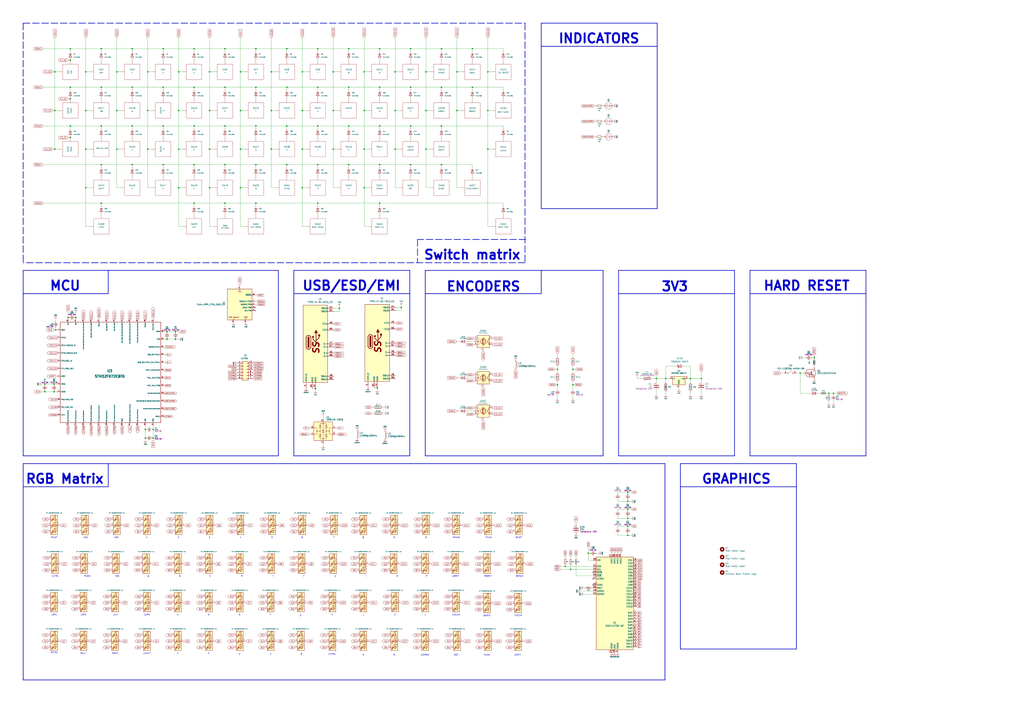
<source format=kicad_sch>
(kicad_sch (version 20230121) (generator eeschema)
  (paper "A1")
  (title_block (title "Mad Hatter PCB") (date "2020-09-21") (rev "V1.0.7") (company "Designed by Gondolindrim"))
  (junction (at 278.765 253.365) (diameter 1.016))
  (junction (at 329.565 252.73) (diameter 1.016))
  (junction (at 159.385 167.005) (diameter 1.016))
  (junction (at 62.23 260.985) (diameter 1.016))
  (junction (at 121.285 90.805) (diameter 1.016))
  (junction (at 299.085 122.555) (diameter 1.016))
  (junction (at 44.45 321.945) (diameter 1.016))
  (junction (at 337.185 135.255) (diameter 1.016))
  (junction (at 375.285 90.805) (diameter 1.016))
  (junction (at 184.785 135.255) (diameter 1.016))
  (junction (at 470.535 303.53) (diameter 1.016))
  (junction (at 222.885 90.805) (diameter 1.016))
  (junction (at 137.16 278.765) (diameter 1.016))
  (junction (at 172.085 90.805) (diameter 1.016))
  (junction (at 286.385 103.505) (diameter 1.016))
  (junction (at 70.485 154.305) (diameter 1.016))
  (junction (at 515.62 432.435) (diameter 1.016))
  (junction (at 119.38 353.06) (diameter 1.016))
  (junction (at 184.785 40.005) (diameter 1.016))
  (junction (at 567.055 311.15) (diameter 1.016))
  (junction (at 286.385 71.755) (diameter 1.016))
  (junction (at 362.585 103.505) (diameter 1.016))
  (junction (at 259.08 319.405) (diameter 1.016))
  (junction (at 299.085 59.055) (diameter 1.016))
  (junction (at 159.385 135.255) (diameter 1.016))
  (junction (at 95.885 90.805) (diameter 1.016))
  (junction (at 108.585 135.255) (diameter 1.016))
  (junction (at 235.585 135.255) (diameter 1.016))
  (junction (at 121.285 122.555) (diameter 1.016))
  (junction (at 184.785 103.505) (diameter 1.016))
  (junction (at 337.185 103.505) (diameter 1.016))
  (junction (at 337.185 40.005) (diameter 1.016))
  (junction (at 146.685 122.555) (diameter 1.016))
  (junction (at 144.145 272.415) (diameter 1.016))
  (junction (at 184.785 167.005) (diameter 1.016))
  (junction (at 108.585 103.505) (diameter 1.016))
  (junction (at 260.985 71.755) (diameter 1.016))
  (junction (at 349.885 59.055) (diameter 1.016))
  (junction (at 483.235 454.66) (diameter 1.016))
  (junction (at 235.585 103.505) (diameter 1.016))
  (junction (at 70.485 90.805) (diameter 1.016))
  (junction (at 55.88 260.985) (diameter 1.016))
  (junction (at 137.16 272.415) (diameter 1.016))
  (junction (at 457.835 303.53) (diameter 1.016))
  (junction (at 311.785 40.005) (diameter 1.016))
  (junction (at 172.085 154.305) (diameter 1.016))
  (junction (at 57.785 113.03) (diameter 1.016))
  (junction (at 464.185 465.455) (diameter 1.016))
  (junction (at 83.185 103.505) (diameter 1.016))
  (junction (at 375.285 59.055) (diameter 1.016))
  (junction (at 197.485 122.555) (diameter 1.016))
  (junction (at 515.62 404.495) (diameter 1.016))
  (junction (at 197.485 59.055) (diameter 1.016))
  (junction (at 515.62 440.055) (diameter 1.016))
  (junction (at 468.63 467.995) (diameter 1.016))
  (junction (at 146.685 59.055) (diameter 1.016))
  (junction (at 260.985 40.005) (diameter 1.016))
  (junction (at 311.785 135.255) (diameter 1.016))
  (junction (at 83.185 135.255) (diameter 1.016))
  (junction (at 539.115 311.15) (diameter 1.016))
  (junction (at 57.785 103.505) (diameter 1.016))
  (junction (at 387.985 71.755) (diameter 1.016))
  (junction (at 273.685 122.555) (diameter 1.016))
  (junction (at 45.085 122.555) (diameter 1.016))
  (junction (at 362.585 40.005) (diameter 1.016))
  (junction (at 146.685 154.305) (diameter 1.016))
  (junction (at 273.685 59.055) (diameter 1.016))
  (junction (at 387.985 40.005) (diameter 1.016))
  (junction (at 222.885 122.555) (diameter 1.016))
  (junction (at 515.62 418.465) (diameter 1.016))
  (junction (at 57.785 40.005) (diameter 1.016))
  (junction (at 457.835 316.23) (diameter 1.016))
  (junction (at 299.085 154.305) (diameter 1.016))
  (junction (at 125.73 353.06) (diameter 1.016))
  (junction (at 172.085 122.555) (diameter 1.016))
  (junction (at 299.085 90.805) (diameter 1.016))
  (junction (at 470.535 316.23) (diameter 1.016))
  (junction (at 133.985 135.255) (diameter 1.016))
  (junction (at 210.185 103.505) (diameter 1.016))
  (junction (at 400.685 122.555) (diameter 1.016))
  (junction (at 311.785 167.005) (diameter 1.016))
  (junction (at 83.185 167.005) (diameter 1.016))
  (junction (at 45.72 271.145) (diameter 1.016))
  (junction (at 45.085 59.055) (diameter 1.016))
  (junction (at 70.485 122.555) (diameter 1.016))
  (junction (at 324.485 90.805) (diameter 1.016))
  (junction (at 210.185 40.005) (diameter 1.016))
  (junction (at 146.685 90.805) (diameter 1.016))
  (junction (at 121.285 59.055) (diameter 1.016))
  (junction (at 668.655 294.005) (diameter 1.016))
  (junction (at 144.145 278.765) (diameter 1.016))
  (junction (at 349.885 122.555) (diameter 1.016))
  (junction (at 83.185 71.755) (diameter 1.016))
  (junction (at 125.73 360.045) (diameter 1.016))
  (junction (at 235.585 71.755) (diameter 1.016))
  (junction (at 133.985 103.505) (diameter 1.016))
  (junction (at 286.385 40.005) (diameter 1.016))
  (junction (at 95.885 122.555) (diameter 1.016))
  (junction (at 210.185 167.005) (diameter 1.016))
  (junction (at 515.62 426.085) (diameter 1.016))
  (junction (at 210.185 71.755) (diameter 1.016))
  (junction (at 70.485 59.055) (diameter 1.016))
  (junction (at 108.585 40.005) (diameter 1.016))
  (junction (at 260.985 167.005) (diameter 1.016))
  (junction (at 222.885 59.055) (diameter 1.016))
  (junction (at 400.685 59.055) (diameter 1.016))
  (junction (at 362.585 71.755) (diameter 1.016))
  (junction (at 83.185 40.005) (diameter 1.016))
  (junction (at 57.785 49.53) (diameter 1.016))
  (junction (at 337.185 71.755) (diameter 1.016))
  (junction (at 546.735 311.15) (diameter 1.016))
  (junction (at 36.83 321.945) (diameter 1.016))
  (junction (at 362.585 135.255) (diameter 1.016))
  (junction (at 45.085 90.805) (diameter 1.016))
  (junction (at 273.685 90.805) (diameter 1.016))
  (junction (at 260.985 135.255) (diameter 1.016))
  (junction (at 197.485 154.305) (diameter 1.016))
  (junction (at 311.785 71.755) (diameter 1.016))
  (junction (at 197.485 90.805) (diameter 1.016))
  (junction (at 311.785 103.505) (diameter 1.016))
  (junction (at 57.785 81.28) (diameter 1.016))
  (junction (at 349.885 90.805) (diameter 1.016))
  (junction (at 108.585 71.755) (diameter 1.016))
  (junction (at 575.945 311.15) (diameter 1.016))
  (junction (at 95.885 59.055) (diameter 1.016))
  (junction (at 248.285 90.805) (diameter 1.016))
  (junction (at 159.385 40.005) (diameter 1.016))
  (junction (at 248.285 154.305) (diameter 1.016))
  (junction (at 260.985 103.505) (diameter 1.016))
  (junction (at 515.62 412.115) (diameter 1.016))
  (junction (at 324.485 122.555) (diameter 1.016))
  (junction (at 210.185 135.255) (diameter 1.016))
  (junction (at 172.085 59.055) (diameter 1.016))
  (junction (at 235.585 40.005) (diameter 1.016))
  (junction (at 684.53 323.215) (diameter 1.016))
  (junction (at 184.785 71.755) (diameter 1.016))
  (junction (at 133.985 40.005) (diameter 1.016))
  (junction (at 286.385 135.255) (diameter 1.016))
  (junction (at 680.72 323.215) (diameter 1.016))
  (junction (at 657.225 306.705) (diameter 1.016))
  (junction (at 44.45 315.595) (diameter 1.016))
  (junction (at 119.38 360.045) (diameter 1.016))
  (junction (at 248.285 59.055) (diameter 1.016))
  (junction (at 248.285 122.555) (diameter 1.016))
  (junction (at 159.385 71.755) (diameter 1.016))
  (junction (at 159.385 103.505) (diameter 1.016))
  (junction (at 400.685 90.805) (diameter 1.016))
  (junction (at 309.88 318.77) (diameter 1.016))
  (junction (at 36.83 315.595) (diameter 1.016))
  (junction (at 133.985 71.755) (diameter 1.016))
  (junction (at 324.485 59.055) (diameter 1.016))
  (junction (at 57.785 71.755) (diameter 1.016))
  (no_connect (at 209.55 252.73))
  (no_connect (at 209.55 255.27))
  (no_connect (at 487.045 470.535))
  (no_connect (at 487.045 475.615))
  (no_connect (at 487.045 480.695))
  (polyline (pts (xy 349.25 222.25) (xy 349.25 374.65)) (stroke (width 0.508) (type solid)))
  (wire (pts (xy 324.485 59.055) (xy 324.485 90.805)))
  (wire (pts (xy 387.985 71.755) (xy 413.385 71.755)))
  (wire (pts (xy 57.785 81.28) (xy 57.785 81.915)))
  (wire (pts (xy 546.735 311.15) (xy 546.735 300.99)))
  (wire (pts (xy 55.88 256.54) (xy 55.88 260.985)))
  (polyline (pts (xy 495.3 374.65) (xy 349.25 374.65)) (stroke (width 0.508) (type solid)))
  (wire (pts (xy 196.85 233.68) (xy 196.85 234.95)))
  (polyline (pts (xy 558.8 400.05) (xy 654.05 400.05)) (stroke (width 0.508) (type solid)))
  (wire (pts (xy 557.53 318.77) (xy 557.53 320.04)))
  (wire (pts (xy 362.585 135.255) (xy 387.985 135.255)))
  (wire (pts (xy 44.45 271.145) (xy 45.72 271.145)))
  (wire (pts (xy 45.085 122.555) (xy 48.895 122.555)))
  (wire (pts (xy 299.085 122.555) (xy 299.085 154.305)))
  (wire (pts (xy 567.055 324.485) (xy 567.055 321.945)))
  (wire (pts (xy 413.385 40.005) (xy 413.385 41.91)))
  (wire (pts (xy 209.55 242.57) (xy 210.82 242.57)))
  (wire (pts (xy 133.985 135.255) (xy 159.385 135.255)))
  (wire (pts (xy 159.385 40.005) (xy 159.385 41.91)))
  (wire (pts (xy 324.485 59.055) (xy 328.295 59.055)))
  (wire (pts (xy 314.325 334.645) (xy 315.595 334.645)))
  (wire (pts (xy 260.985 103.505) (xy 260.985 105.41)))
  (wire (pts (xy 680.72 323.215) (xy 680.72 324.485)))
  (wire (pts (xy 35.56 135.255) (xy 83.185 135.255)))
  (wire (pts (xy 95.885 31.115) (xy 95.885 59.055)))
  (wire (pts (xy 337.185 81.28) (xy 337.185 81.915)))
  (wire (pts (xy 515.62 418.465) (xy 518.795 418.465)))
  (wire (pts (xy 137.16 278.765) (xy 144.145 278.765)))
  (wire (pts (xy 197.485 59.055) (xy 197.485 90.805)))
  (wire (pts (xy 134.62 285.115) (xy 135.89 285.115)))
  (wire (pts (xy 507.365 419.735) (xy 507.365 418.465)))
  (wire (pts (xy 172.085 90.805) (xy 172.085 122.555)))
  (wire (pts (xy 95.885 90.805) (xy 99.695 90.805)))
  (wire (pts (xy 680.72 329.565) (xy 680.72 331.47)))
  (wire (pts (xy 535.305 311.15) (xy 539.115 311.15)))
  (wire (pts (xy 222.885 122.555) (xy 226.695 122.555)))
  (wire (pts (xy 43.815 59.055) (xy 45.085 59.055)))
  (wire (pts (xy 159.385 176.53) (xy 159.385 177.165)))
  (wire (pts (xy 470.535 290.83) (xy 470.535 293.37)))
  (polyline (pts (xy 539.75 19.05) (xy 539.75 171.45)) (stroke (width 0.508) (type solid)))
  (wire (pts (xy 260.985 103.505) (xy 286.385 103.505)))
  (wire (pts (xy 483.235 450.215) (xy 483.235 454.66)))
  (wire (pts (xy 483.235 454.66) (xy 484.505 454.66)))
  (polyline (pts (xy 711.2 374.65) (xy 615.95 374.65)) (stroke (width 0.508) (type solid)))
  (wire (pts (xy 507.365 454.025) (xy 507.365 455.295)))
  (wire (pts (xy 468.63 464.185) (xy 468.63 467.995)))
  (wire (pts (xy 235.585 113.03) (xy 235.585 113.665)))
  (polyline (pts (xy 615.95 222.25) (xy 615.95 374.65)) (stroke (width 0.508) (type solid)))
  (wire (pts (xy 299.085 154.305) (xy 302.895 154.305)))
  (wire (pts (xy 235.585 71.755) (xy 235.585 73.66)))
  (wire (pts (xy 470.535 303.53) (xy 470.535 306.07)))
  (wire (pts (xy 464.185 457.2) (xy 464.185 459.105)))
  (wire (pts (xy 684.53 323.215) (xy 684.53 324.485)))
  (polyline (pts (xy 342.9 196.85) (xy 342.9 215.9)) (stroke (width 0.508) (type dash)))
  (wire (pts (xy 476.885 485.775) (xy 487.045 485.775)))
  (wire (pts (xy 56.515 49.53) (xy 57.785 49.53)))
  (wire (pts (xy 362.585 103.505) (xy 362.585 105.41)))
  (wire (pts (xy 641.35 306.705) (xy 643.89 306.705)))
  (wire (pts (xy 286.385 71.755) (xy 286.385 73.66)))
  (wire (pts (xy 668.655 294.005) (xy 668.655 295.275)))
  (wire (pts (xy 83.185 135.255) (xy 108.585 135.255)))
  (wire (pts (xy 108.585 135.255) (xy 133.985 135.255)))
  (wire (pts (xy 70.485 59.055) (xy 74.295 59.055)))
  (wire (pts (xy 455.93 303.53) (xy 457.835 303.53)))
  (wire (pts (xy 260.985 135.255) (xy 260.985 137.16)))
  (wire (pts (xy 159.385 71.755) (xy 159.385 73.66)))
  (wire (pts (xy 273.685 31.115) (xy 273.685 59.055)))
  (wire (pts (xy 309.88 318.77) (xy 309.88 320.675)))
  (polyline (pts (xy 228.6 374.65) (xy 19.05 374.65)) (stroke (width 0.508) (type solid)))
  (wire (pts (xy 125.73 349.885) (xy 125.73 353.06)))
  (wire (pts (xy 260.985 49.53) (xy 260.985 50.165)))
  (wire (pts (xy 121.285 59.055) (xy 125.095 59.055)))
  (wire (pts (xy 133.985 135.255) (xy 133.985 137.16)))
  (wire (pts (xy 546.735 311.15) (xy 549.91 311.15)))
  (wire (pts (xy 567.055 311.15) (xy 575.945 311.15)))
  (wire (pts (xy 222.885 59.055) (xy 222.885 90.805)))
  (wire (pts (xy 260.985 135.255) (xy 286.385 135.255)))
  (wire (pts (xy 413.385 176.53) (xy 413.385 177.165)))
  (wire (pts (xy 324.485 122.555) (xy 328.295 122.555)))
  (wire (pts (xy 299.085 59.055) (xy 299.085 90.805)))
  (wire (pts (xy 286.385 71.755) (xy 311.785 71.755)))
  (wire (pts (xy 125.73 360.045) (xy 125.73 361.95)))
  (wire (pts (xy 311.785 40.005) (xy 337.185 40.005)))
  (wire (pts (xy 184.785 71.755) (xy 210.185 71.755)))
  (wire (pts (xy 256.54 319.405) (xy 259.08 319.405)))
  (wire (pts (xy 74.295 186.055) (xy 70.485 186.055)))
  (wire (pts (xy 222.885 31.115) (xy 222.885 59.055)))
  (wire (pts (xy 57.785 105.41) (xy 57.785 103.505)))
  (wire (pts (xy 502.285 454.025) (xy 502.285 455.295)))
  (polyline (pts (xy 495.3 222.25) (xy 495.3 374.65)) (stroke (width 0.508) (type solid)))
  (polyline (pts (xy 615.95 241.3) (xy 711.2 241.3)) (stroke (width 0.508) (type solid)))
  (wire (pts (xy 523.24 311.15) (xy 527.685 311.15)))
  (wire (pts (xy 184.785 49.53) (xy 184.785 50.165)))
  (polyline (pts (xy 19.05 222.25) (xy 228.6 222.25)) (stroke (width 0.508) (type solid)))
  (wire (pts (xy 184.785 71.755) (xy 184.785 73.66)))
  (wire (pts (xy 387.985 71.755) (xy 387.985 73.66)))
  (wire (pts (xy 413.385 103.505) (xy 413.385 105.41)))
  (wire (pts (xy 488.315 86.995) (xy 489.585 86.995)))
  (wire (pts (xy 362.585 103.505) (xy 413.385 103.505)))
  (wire (pts (xy 664.845 323.215) (xy 657.225 323.215)))
  (wire (pts (xy 159.385 135.255) (xy 159.385 137.16)))
  (wire (pts (xy 286.385 144.78) (xy 286.385 145.415)))
  (wire (pts (xy 210.185 113.03) (xy 210.185 113.665)))
  (wire (pts (xy 210.185 71.755) (xy 235.585 71.755)))
  (wire (pts (xy 311.785 103.505) (xy 311.785 105.41)))
  (wire (pts (xy 210.185 103.505) (xy 235.585 103.505)))
  (wire (pts (xy 146.685 31.115) (xy 146.685 59.055)))
  (wire (pts (xy 349.885 154.305) (xy 353.695 154.305)))
  (wire (pts (xy 210.185 40.005) (xy 210.185 41.91)))
  (wire (pts (xy 473.075 457.2) (xy 473.075 459.105)))
  (wire (pts (xy 457.835 303.53) (xy 457.835 306.07)))
  (wire (pts (xy 387.985 49.53) (xy 387.985 50.165)))
  (wire (pts (xy 248.285 59.055) (xy 252.095 59.055)))
  (wire (pts (xy 57.785 41.91) (xy 57.785 40.005)))
  (wire (pts (xy 260.985 40.005) (xy 260.985 41.91)))
  (wire (pts (xy 108.585 144.78) (xy 108.585 145.415)))
  (wire (pts (xy 260.985 176.53) (xy 260.985 177.165)))
  (wire (pts (xy 311.785 103.505) (xy 337.185 103.505)))
  (wire (pts (xy 472.44 303.53) (xy 470.535 303.53)))
  (wire (pts (xy 362.585 113.03) (xy 362.585 113.665)))
  (wire (pts (xy 324.485 122.555) (xy 324.485 154.305)))
  (wire (pts (xy 473.075 429.26) (xy 473.075 431.165)))
  (polyline (pts (xy 19.05 400.05) (xy 88.9 400.05)) (stroke (width 0.508) (type solid)))
  (wire (pts (xy 197.485 31.115) (xy 197.485 59.055)))
  (wire (pts (xy 197.485 90.805) (xy 201.295 90.805)))
  (polyline (pts (xy 558.8 381) (xy 558.8 533.4)) (stroke (width 0.508) (type solid)))
  (polyline (pts (xy 88.9 241.3) (xy 88.9 222.25)) (stroke (width 0.508) (type solid)))
  (wire (pts (xy 311.785 81.28) (xy 311.785 81.915)))
  (wire (pts (xy 515.62 438.785) (xy 515.62 440.055)))
  (wire (pts (xy 210.185 167.005) (xy 260.985 167.005)))
  (wire (pts (xy 108.585 135.255) (xy 108.585 137.16)))
  (polyline (pts (xy 546.1 381) (xy 546.1 558.8)) (stroke (width 0.508) (type solid)))
  (polyline (pts (xy 241.3 241.3) (xy 336.55 241.3)) (stroke (width 0.508) (type solid)))
  (wire (pts (xy 121.285 122.555) (xy 125.095 122.555)))
  (wire (pts (xy 311.785 167.005) (xy 413.385 167.005)))
  (wire (pts (xy 35.56 103.505) (xy 57.785 103.505)))
  (wire (pts (xy 413.385 81.28) (xy 413.385 81.915)))
  (wire (pts (xy 146.685 90.805) (xy 150.495 90.805)))
  (polyline (pts (xy 19.05 381) (xy 19.05 558.8)) (stroke (width 0.508) (type solid)))
  (wire (pts (xy 413.385 113.03) (xy 413.385 113.665)))
  (wire (pts (xy 311.785 135.255) (xy 311.785 137.16)))
  (wire (pts (xy 159.385 40.005) (xy 184.785 40.005)))
  (wire (pts (xy 210.185 167.005) (xy 210.185 168.91)))
  (polyline (pts (xy 654.05 533.4) (xy 558.8 533.4)) (stroke (width 0.508) (type solid)))
  (wire (pts (xy 133.985 40.005) (xy 133.985 41.91)))
  (wire (pts (xy 172.085 154.305) (xy 175.895 154.305)))
  (wire (pts (xy 45.72 309.245) (xy 46.99 309.245)))
  (wire (pts (xy 305.435 334.645) (xy 306.705 334.645)))
  (wire (pts (xy 210.185 103.505) (xy 210.185 105.41)))
  (wire (pts (xy 45.085 31.115) (xy 45.085 59.055)))
  (wire (pts (xy 235.585 103.505) (xy 235.585 105.41)))
  (wire (pts (xy 384.175 337.82) (xy 389.255 337.82)))
  (wire (pts (xy 324.485 31.115) (xy 324.485 59.055)))
  (wire (pts (xy 485.775 483.235) (xy 487.045 483.235)))
  (wire (pts (xy 159.385 81.28) (xy 159.385 81.915)))
  (wire (pts (xy 260.985 40.005) (xy 286.385 40.005)))
  (wire (pts (xy 57.785 103.505) (xy 83.185 103.505)))
  (wire (pts (xy 515.62 424.815) (xy 515.62 426.085)))
  (wire (pts (xy 307.34 318.77) (xy 309.88 318.77)))
  (wire (pts (xy 473.075 473.075) (xy 487.045 473.075)))
  (wire (pts (xy 134.62 297.815) (xy 135.89 297.815)))
  (wire (pts (xy 286.385 103.505) (xy 286.385 105.41)))
  (wire (pts (xy 184.785 81.28) (xy 184.785 81.915)))
  (wire (pts (xy 488.315 99.695) (xy 489.585 99.695)))
  (wire (pts (xy 252.095 186.055) (xy 248.285 186.055)))
  (wire (pts (xy 248.285 59.055) (xy 248.285 90.805)))
  (polyline (pts (xy 444.5 19.05) (xy 539.75 19.05)) (stroke (width 0.508) (type solid)))
  (wire (pts (xy 504.825 454.025) (xy 504.825 455.295)))
  (wire (pts (xy 273.685 59.055) (xy 273.685 90.805)))
  (wire (pts (xy 362.585 71.755) (xy 362.585 73.66)))
  (wire (pts (xy 375.285 90.805) (xy 375.285 154.305)))
  (polyline (pts (xy 711.2 222.25) (xy 711.2 374.65)) (stroke (width 0.508) (type solid)))
  (wire (pts (xy 201.295 186.055) (xy 197.485 186.055)))
  (wire (pts (xy 349.885 122.555) (xy 353.695 122.555)))
  (wire (pts (xy 680.72 323.215) (xy 684.53 323.215)))
  (wire (pts (xy 515.62 440.055) (xy 518.16 440.055)))
  (wire (pts (xy 457.835 300.99) (xy 457.835 303.53)))
  (wire (pts (xy 278.765 253.365) (xy 278.765 252.095)))
  (wire (pts (xy 400.685 90.805) (xy 404.495 90.805)))
  (wire (pts (xy 260.985 167.005) (xy 260.985 168.91)))
  (wire (pts (xy 133.985 144.78) (xy 133.985 145.415)))
  (polyline (pts (xy 88.9 400.05) (xy 88.9 381)) (stroke (width 0.508) (type solid)))
  (polyline (pts (xy 654.05 381) (xy 654.05 533.4)) (stroke (width 0.508) (type solid)))
  (wire (pts (xy 146.685 122.555) (xy 150.495 122.555)))
  (wire (pts (xy 468.63 457.2) (xy 468.63 459.105)))
  (wire (pts (xy 121.285 31.115) (xy 121.285 59.055)))
  (wire (pts (xy 546.735 300.99) (xy 554.355 300.99)))
  (wire (pts (xy 657.225 306.705) (xy 659.765 306.705)))
  (wire (pts (xy 108.585 81.28) (xy 108.585 81.915)))
  (wire (pts (xy 539.115 307.975) (xy 539.115 311.15)))
  (wire (pts (xy 337.185 49.53) (xy 337.185 50.165)))
  (wire (pts (xy 70.485 154.305) (xy 70.485 186.055)))
  (wire (pts (xy 260.985 167.005) (xy 311.785 167.005)))
  (wire (pts (xy 43.815 122.555) (xy 45.085 122.555)))
  (wire (pts (xy 121.285 122.555) (xy 121.285 154.305)))
  (wire (pts (xy 515.62 432.435) (xy 518.795 432.435)))
  (wire (pts (xy 404.495 186.055) (xy 400.685 186.055)))
  (wire (pts (xy 470.535 300.99) (xy 470.535 303.53)))
  (wire (pts (xy 184.785 40.005) (xy 184.785 41.91)))
  (wire (pts (xy 684.53 329.565) (xy 684.53 331.47)))
  (wire (pts (xy 362.585 40.005) (xy 362.585 41.91)))
  (wire (pts (xy 375.285 59.055) (xy 375.285 90.805)))
  (wire (pts (xy 260.985 71.755) (xy 260.985 73.66)))
  (polyline (pts (xy 603.25 374.65) (xy 508 374.65)) (stroke (width 0.508) (type solid)))
  (wire (pts (xy 146.685 59.055) (xy 150.495 59.055)))
  (wire (pts (xy 273.685 90.805) (xy 273.685 122.555)))
  (wire (pts (xy 210.185 144.78) (xy 210.185 145.415)))
  (wire (pts (xy 299.085 31.115) (xy 299.085 59.055)))
  (wire (pts (xy 83.185 144.78) (xy 83.185 145.415)))
  (wire (pts (xy 45.085 90.805) (xy 45.085 122.555)))
  (wire (pts (xy 337.185 71.755) (xy 362.585 71.755)))
  (wire (pts (xy 507.365 433.705) (xy 507.365 432.435)))
  (wire (pts (xy 507.365 405.765) (xy 507.365 404.495)))
  (polyline (pts (xy 508 241.3) (xy 603.25 241.3)) (stroke (width 0.508) (type solid)))
  (wire (pts (xy 125.73 353.06) (xy 125.73 360.045)))
  (wire (pts (xy 565.15 311.15) (xy 567.055 311.15)))
  (wire (pts (xy 70.485 59.055) (xy 70.485 90.805)))
  (wire (pts (xy 483.235 454.66) (xy 483.235 460.375)))
  (wire (pts (xy 349.885 90.805) (xy 353.695 90.805)))
  (wire (pts (xy 134.62 278.765) (xy 137.16 278.765)))
  (wire (pts (xy 387.985 81.28) (xy 387.985 81.915)))
  (wire (pts (xy 159.385 167.005) (xy 184.785 167.005)))
  (wire (pts (xy 507.365 432.435) (xy 515.62 432.435)))
  (wire (pts (xy 349.885 59.055) (xy 353.695 59.055)))
  (wire (pts (xy 36.83 321.945) (xy 44.45 321.945)))
  (wire (pts (xy 349.885 31.115) (xy 349.885 59.055)))
  (wire (pts (xy 235.585 135.255) (xy 260.985 135.255)))
  (wire (pts (xy 95.885 90.805) (xy 95.885 122.555)))
  (wire (pts (xy 539.115 311.15) (xy 546.735 311.15)))
  (wire (pts (xy 248.285 90.805) (xy 248.285 122.555)))
  (wire (pts (xy 175.895 186.055) (xy 172.085 186.055)))
  (wire (pts (xy 265.43 341.63) (xy 265.43 344.17)))
  (wire (pts (xy 248.285 90.805) (xy 252.095 90.805)))
  (wire (pts (xy 460.375 467.995) (xy 468.63 467.995)))
  (wire (pts (xy 62.23 260.985) (xy 62.23 262.255)))
  (wire (pts (xy 299.085 90.805) (xy 299.085 122.555)))
  (wire (pts (xy 311.785 40.005) (xy 311.785 41.91)))
  (wire (pts (xy 299.085 59.055) (xy 302.895 59.055)))
  (wire (pts (xy 57.785 49.53) (xy 57.785 50.165)))
  (wire (pts (xy 515.62 410.845) (xy 515.62 412.115)))
  (wire (pts (xy 337.185 135.255) (xy 337.185 137.16)))
  (wire (pts (xy 523.24 309.88) (xy 523.24 311.15)))
  (wire (pts (xy 184.785 135.255) (xy 210.185 135.255)))
  (wire (pts (xy 413.385 71.755) (xy 413.385 73.66)))
  (wire (pts (xy 197.485 59.055) (xy 201.295 59.055)))
  (wire (pts (xy 83.185 167.005) (xy 83.185 168.91)))
  (wire (pts (xy 108.585 49.53) (xy 108.585 50.165)))
  (wire (pts (xy 172.085 31.115) (xy 172.085 59.055)))
  (wire (pts (xy 144.145 272.415) (xy 146.685 272.415)))
  (wire (pts (xy 362.585 40.005) (xy 387.985 40.005)))
  (wire (pts (xy 121.285 90.805) (xy 125.095 90.805)))
  (wire (pts (xy 561.975 300.99) (xy 567.055 300.99)))
  (wire (pts (xy 44.45 315.595) (xy 46.99 315.595)))
  (wire (pts (xy 337.185 113.03) (xy 337.185 113.665)))
  (wire (pts (xy 235.585 49.53) (xy 235.585 50.165)))
  (wire (pts (xy 273.685 154.305) (xy 277.495 154.305)))
  (wire (pts (xy 457.835 290.83) (xy 457.835 293.37)))
  (wire (pts (xy 146.685 154.305) (xy 146.685 186.055)))
  (wire (pts (xy 146.685 122.555) (xy 146.685 154.305)))
  (wire (pts (xy 479.425 488.315) (xy 487.045 488.315)))
  (wire (pts (xy 235.585 40.005) (xy 235.585 41.91)))
  (wire (pts (xy 56.515 81.28) (xy 57.785 81.28)))
  (wire (pts (xy 197.485 90.805) (xy 197.485 122.555)))
  (polyline (pts (xy 508 222.25) (xy 508 374.65)) (stroke (width 0.508) (type solid)))
  (wire (pts (xy 83.185 81.28) (xy 83.185 81.915)))
  (wire (pts (xy 400.685 59.055) (xy 404.495 59.055)))
  (polyline (pts (xy 349.25 241.3) (xy 444.5 241.3)) (stroke (width 0.508) (type solid)))
  (polyline (pts (xy 19.05 381) (xy 546.1 381)) (stroke (width 0.508) (type solid)))
  (wire (pts (xy 684.53 323.215) (xy 687.705 323.215)))
  (wire (pts (xy 507.365 426.085) (xy 515.62 426.085)))
  (wire (pts (xy 387.985 144.78) (xy 387.985 145.415)))
  (wire (pts (xy 184.785 176.53) (xy 184.785 177.165)))
  (wire (pts (xy 668.655 292.735) (xy 668.655 294.005)))
  (wire (pts (xy 137.16 272.415) (xy 137.16 273.05)))
  (wire (pts (xy 302.895 186.055) (xy 299.085 186.055)))
  (wire (pts (xy 83.185 176.53) (xy 83.185 177.165)))
  (wire (pts (xy 197.485 122.555) (xy 201.295 122.555)))
  (wire (pts (xy 134.62 272.415) (xy 137.16 272.415)))
  (wire (pts (xy 515.62 404.495) (xy 515.62 405.765)))
  (wire (pts (xy 55.88 260.985) (xy 56.515 260.985)))
  (wire (pts (xy 375.285 154.305) (xy 379.095 154.305)))
  (wire (pts (xy 45.085 90.805) (xy 48.895 90.805)))
  (wire (pts (xy 45.72 271.145) (xy 46.99 271.145)))
  (wire (pts (xy 70.485 122.555) (xy 74.295 122.555)))
  (wire (pts (xy 324.485 154.305) (xy 328.295 154.305)))
  (wire (pts (xy 400.685 59.055) (xy 400.685 90.805)))
  (wire (pts (xy 375.285 59.055) (xy 379.095 59.055)))
  (wire (pts (xy 159.385 71.755) (xy 184.785 71.755)))
  (wire (pts (xy 133.985 49.53) (xy 133.985 50.165)))
  (polyline (pts (xy 546.1 558.8) (xy 19.05 558.8)) (stroke (width 0.508) (type solid)))
  (wire (pts (xy 57.785 113.03) (xy 57.785 113.665)))
  (wire (pts (xy 337.185 71.755) (xy 337.185 73.66)))
  (wire (pts (xy 457.835 313.69) (xy 457.835 316.23)))
  (wire (pts (xy 119.38 349.885) (xy 119.38 353.06)))
  (wire (pts (xy 455.93 316.23) (xy 457.835 316.23)))
  (wire (pts (xy 286.385 49.53) (xy 286.385 50.165)))
  (wire (pts (xy 567.055 311.15) (xy 567.055 314.325)))
  (wire (pts (xy 248.285 154.305) (xy 248.285 186.055)))
  (wire (pts (xy 95.885 59.055) (xy 95.885 90.805)))
  (wire (pts (xy 400.685 90.805) (xy 400.685 122.555)))
  (wire (pts (xy 311.785 71.755) (xy 311.785 73.66)))
  (wire (pts (xy 286.385 81.28) (xy 286.385 81.915)))
  (wire (pts (xy 324.485 90.805) (xy 328.295 90.805)))
  (wire (pts (xy 83.185 71.755) (xy 108.585 71.755)))
  (wire (pts (xy 108.585 40.005) (xy 108.585 41.91)))
  (wire (pts (xy 125.73 260.985) (xy 125.73 262.255)))
  (wire (pts (xy 325.12 255.27) (xy 329.565 255.27)))
  (polyline (pts (xy 508 222.25) (xy 603.25 222.25)) (stroke (width 0.508) (type solid)))
  (wire (pts (xy 457.835 325.12) (xy 457.835 327.66)))
  (wire (pts (xy 125.095 360.045) (xy 125.73 360.045)))
  (wire (pts (xy 35.56 71.755) (xy 57.785 71.755)))
  (wire (pts (xy 515.62 412.115) (xy 518.16 412.115)))
  (wire (pts (xy 222.885 59.055) (xy 226.695 59.055)))
  (wire (pts (xy 95.885 154.305) (xy 99.695 154.305)))
  (wire (pts (xy 286.385 40.005) (xy 286.385 41.91)))
  (wire (pts (xy 134.62 291.465) (xy 135.89 291.465)))
  (wire (pts (xy 329.565 255.27) (xy 329.565 252.73)))
  (wire (pts (xy 337.185 103.505) (xy 337.185 105.41)))
  (polyline (pts (xy 444.5 222.25) (xy 444.5 241.3)) (stroke (width 0.508) (type solid)))
  (wire (pts (xy 95.885 122.555) (xy 99.695 122.555)))
  (wire (pts (xy 384.175 280.67) (xy 389.255 280.67)))
  (wire (pts (xy 672.465 323.215) (xy 673.735 323.215)))
  (wire (pts (xy 44.45 321.31) (xy 44.45 321.945)))
  (wire (pts (xy 95.885 59.055) (xy 99.695 59.055)))
  (wire (pts (xy 337.185 103.505) (xy 362.585 103.505)))
  (wire (pts (xy 44.45 321.945) (xy 46.99 321.945)))
  (wire (pts (xy 70.485 154.305) (xy 74.295 154.305)))
  (wire (pts (xy 464.185 465.455) (xy 487.045 465.455)))
  (wire (pts (xy 45.085 59.055) (xy 45.085 90.805)))
  (wire (pts (xy 494.665 99.695) (xy 495.935 99.695)))
  (wire (pts (xy 507.365 418.465) (xy 515.62 418.465)))
  (wire (pts (xy 489.585 454.66) (xy 491.49 454.66)))
  (wire (pts (xy 235.585 144.78) (xy 235.585 145.415)))
  (wire (pts (xy 546.735 324.485) (xy 546.735 321.945)))
  (wire (pts (xy 507.365 438.785) (xy 507.365 440.055)))
  (wire (pts (xy 133.985 40.005) (xy 159.385 40.005)))
  (wire (pts (xy 55.88 260.985) (xy 55.88 262.255)))
  (wire (pts (xy 172.085 59.055) (xy 172.085 90.805)))
  (wire (pts (xy 184.785 167.005) (xy 184.785 168.91)))
  (polyline (pts (xy 431.165 215.9) (xy 19.05 215.9)) (stroke (width 0.508) (type dash)))
  (wire (pts (xy 479.425 483.235) (xy 480.695 483.235)))
  (wire (pts (xy 210.185 49.53) (xy 210.185 50.165)))
  (wire (pts (xy 159.385 113.03) (xy 159.385 113.665)))
  (wire (pts (xy 314.325 339.725) (xy 315.595 339.725)))
  (wire (pts (xy 235.585 135.255) (xy 235.585 137.16)))
  (wire (pts (xy 286.385 40.005) (xy 311.785 40.005)))
  (wire (pts (xy 657.225 323.215) (xy 657.225 306.705)))
  (polyline (pts (xy 444.5 19.05) (xy 444.5 171.45)) (stroke (width 0.508) (type solid)))
  (wire (pts (xy 210.185 135.255) (xy 235.585 135.255)))
  (wire (pts (xy 259.08 319.405) (xy 259.08 321.31)))
  (wire (pts (xy 494.665 86.995) (xy 495.935 86.995)))
  (wire (pts (xy 400.685 122.555) (xy 404.495 122.555)))
  (wire (pts (xy 108.585 113.03) (xy 108.585 113.665)))
  (wire (pts (xy 144.145 272.415) (xy 144.145 273.05)))
  (wire (pts (xy 146.685 154.305) (xy 150.495 154.305)))
  (polyline (pts (xy 444.5 38.1) (xy 539.75 38.1)) (stroke (width 0.508) (type solid)))
  (wire (pts (xy 159.385 144.78) (xy 159.385 145.415)))
  (wire (pts (xy 184.785 113.03) (xy 184.785 113.665)))
  (polyline (pts (xy 603.25 222.25) (xy 603.25 374.65)) (stroke (width 0.508) (type solid)))
  (wire (pts (xy 137.16 278.13) (xy 137.16 278.765)))
  (wire (pts (xy 184.785 40.005) (xy 210.185 40.005)))
  (wire (pts (xy 83.185 103.505) (xy 108.585 103.505)))
  (wire (pts (xy 286.385 135.255) (xy 311.785 135.255)))
  (wire (pts (xy 539.115 311.15) (xy 539.115 313.69)))
  (wire (pts (xy 133.985 71.755) (xy 159.385 71.755)))
  (wire (pts (xy 210.185 176.53) (xy 210.185 177.165)))
  (wire (pts (xy 83.185 113.03) (xy 83.185 113.665)))
  (wire (pts (xy 311.785 176.53) (xy 311.785 177.165)))
  (polyline (pts (xy 431.8 196.85) (xy 342.9 196.85)) (stroke (width 0.508) (type dash)))
  (wire (pts (xy 184.785 135.255) (xy 184.785 137.16)))
  (wire (pts (xy 57.785 73.66) (xy 57.785 71.755)))
  (polyline (pts (xy 19.05 222.25) (xy 19.05 374.65)) (stroke (width 0.508) (type solid)))
  (wire (pts (xy 274.32 255.905) (xy 278.765 255.905)))
  (polyline (pts (xy 228.6 222.25) (xy 228.6 374.65)) (stroke (width 0.508) (type solid)))
  (wire (pts (xy 43.815 90.805) (xy 45.085 90.805)))
  (wire (pts (xy 61.595 260.985) (xy 62.23 260.985)))
  (wire (pts (xy 515.62 418.465) (xy 515.62 419.735)))
  (polyline (pts (xy 349.25 222.25) (xy 495.3 222.25)) (stroke (width 0.508) (type solid)))
  (wire (pts (xy 349.885 90.805) (xy 349.885 122.555)))
  (wire (pts (xy 146.685 59.055) (xy 146.685 90.805)))
  (wire (pts (xy 311.785 135.255) (xy 337.185 135.255)))
  (wire (pts (xy 172.085 122.555) (xy 175.895 122.555)))
  (wire (pts (xy 575.945 311.15) (xy 575.945 313.69)))
  (polyline (pts (xy 19.05 19.05) (xy 431.165 19.05)) (stroke (width 0.508) (type dash)))
  (wire (pts (xy 125.095 353.06) (xy 125.73 353.06)))
  (wire (pts (xy 121.285 59.055) (xy 121.285 90.805)))
  (wire (pts (xy 362.585 71.755) (xy 387.985 71.755)))
  (wire (pts (xy 83.185 135.255) (xy 83.185 137.16)))
  (wire (pts (xy 311.785 71.755) (xy 337.185 71.755)))
  (wire (pts (xy 210.185 81.28) (xy 210.185 81.915)))
  (wire (pts (xy 197.485 154.305) (xy 197.485 186.055)))
  (wire (pts (xy 83.185 49.53) (xy 83.185 50.165)))
  (wire (pts (xy 209.55 247.65) (xy 210.82 247.65)))
  (wire (pts (xy 108.585 71.755) (xy 108.585 73.66)))
  (wire (pts (xy 119.38 360.045) (xy 120.015 360.045)))
  (wire (pts (xy 265.43 364.49) (xy 265.43 366.395)))
  (wire (pts (xy 248.285 122.555) (xy 252.095 122.555)))
  (wire (pts (xy 83.185 40.005) (xy 83.185 41.91)))
  (wire (pts (xy 305.435 339.725) (xy 306.705 339.725)))
  (wire (pts (xy 567.055 300.99) (xy 567.055 311.15)))
  (wire (pts (xy 509.905 454.025) (xy 509.905 455.295)))
  (wire (pts (xy 222.885 154.305) (xy 226.695 154.305)))
  (wire (pts (xy 286.385 103.505) (xy 311.785 103.505)))
  (wire (pts (xy 275.59 351.79) (xy 276.86 351.79)))
  (wire (pts (xy 70.485 122.555) (xy 70.485 154.305)))
  (wire (pts (xy 286.385 135.255) (xy 286.385 137.16)))
  (wire (pts (xy 457.835 316.23) (xy 457.835 320.04)))
  (wire (pts (xy 36.83 315.595) (xy 36.83 316.23)))
  (wire (pts (xy 375.285 280.67) (xy 376.555 280.67)))
  (wire (pts (xy 274.32 253.365) (xy 278.765 253.365)))
  (wire (pts (xy 254 351.79) (xy 255.27 351.79)))
  (wire (pts (xy 254 356.87) (xy 255.27 356.87)))
  (wire (pts (xy 144.145 278.765) (xy 146.685 278.765)))
  (wire (pts (xy 35.56 40.005) (xy 57.785 40.005)))
  (wire (pts (xy 144.145 278.13) (xy 144.145 278.765)))
  (wire (pts (xy 507.365 412.115) (xy 515.62 412.115)))
  (wire (pts (xy 210.185 40.005) (xy 235.585 40.005)))
  (wire (pts (xy 413.385 167.005) (xy 413.385 168.91)))
  (wire (pts (xy 45.085 59.055) (xy 48.895 59.055)))
  (wire (pts (xy 222.885 90.805) (xy 222.885 122.555)))
  (wire (pts (xy 668.655 300.355) (xy 668.655 301.625)))
  (wire (pts (xy 337.185 135.255) (xy 362.585 135.255)))
  (wire (pts (xy 362.585 144.78) (xy 362.585 145.415)))
  (wire (pts (xy 329.565 252.73) (xy 329.565 251.46)))
  (wire (pts (xy 286.385 113.03) (xy 286.385 113.665)))
  (wire (pts (xy 507.365 440.055) (xy 515.62 440.055)))
  (wire (pts (xy 311.785 144.78) (xy 311.785 145.415)))
  (wire (pts (xy 210.185 71.755) (xy 210.185 73.66)))
  (wire (pts (xy 299.085 122.555) (xy 302.895 122.555)))
  (wire (pts (xy 235.585 40.005) (xy 260.985 40.005)))
  (wire (pts (xy 413.385 49.53) (xy 413.385 50.165)))
  (polyline (pts (xy 539.75 171.45) (xy 444.5 171.45)) (stroke (width 0.508) (type solid)))
  (wire (pts (xy 83.185 40.005) (xy 108.585 40.005)))
  (wire (pts (xy 45.72 269.24) (xy 45.72 271.145)))
  (wire (pts (xy 473.075 464.185) (xy 473.075 473.075)))
  (wire (pts (xy 44.45 315.595) (xy 44.45 316.23)))
  (wire (pts (xy 384.175 310.515) (xy 389.255 310.515)))
  (wire (pts (xy 539.115 321.31) (xy 539.115 324.485)))
  (wire (pts (xy 260.985 71.755) (xy 286.385 71.755)))
  (wire (pts (xy 472.44 316.23) (xy 470.535 316.23)))
  (wire (pts (xy 197.485 154.305) (xy 201.295 154.305)))
  (wire (pts (xy 57.785 71.755) (xy 83.185 71.755)))
  (wire (pts (xy 375.285 310.515) (xy 376.555 310.515)))
  (wire (pts (xy 70.485 31.115) (xy 70.485 59.055)))
  (wire (pts (xy 70.485 90.805) (xy 74.295 90.805)))
  (wire (pts (xy 235.585 103.505) (xy 260.985 103.505)))
  (wire (pts (xy 273.685 90.805) (xy 277.495 90.805)))
  (wire (pts (xy 494.665 112.395) (xy 495.935 112.395)))
  (wire (pts (xy 515.62 432.435) (xy 515.62 433.705)))
  (wire (pts (xy 36.83 315.595) (xy 44.45 315.595)))
  (wire (pts (xy 184.785 103.505) (xy 210.185 103.505)))
  (wire (pts (xy 83.185 71.755) (xy 83.185 73.66)))
  (wire (pts (xy 273.685 122.555) (xy 273.685 154.305)))
  (wire (pts (xy 172.085 122.555) (xy 172.085 154.305)))
  (wire (pts (xy 83.185 167.005) (xy 159.385 167.005)))
  (polyline (pts (xy 336.55 222.25) (xy 336.55 374.65)) (stroke (width 0.508) (type solid)))
  (wire (pts (xy 83.185 103.505) (xy 83.185 105.41)))
  (wire (pts (xy 260.985 113.03) (xy 260.985 113.665)))
  (wire (pts (xy 299.085 154.305) (xy 299.085 186.055)))
  (wire (pts (xy 133.985 71.755) (xy 133.985 73.66)))
  (wire (pts (xy 337.185 40.005) (xy 337.185 41.91)))
  (wire (pts (xy 222.885 122.555) (xy 222.885 154.305)))
  (wire (pts (xy 34.29 315.595) (xy 36.83 315.595)))
  (wire (pts (xy 375.285 90.805) (xy 379.095 90.805)))
  (polyline (pts (xy 336.55 374.65) (xy 241.3 374.65)) (stroke (width 0.508) (type solid)))
  (wire (pts (xy 172.085 154.305) (xy 172.085 186.055)))
  (wire (pts (xy 470.535 316.23) (xy 470.535 320.04)))
  (wire (pts (xy 362.585 135.255) (xy 362.585 137.16)))
  (wire (pts (xy 311.785 167.005) (xy 311.785 168.91)))
  (wire (pts (xy 575.945 304.8) (xy 575.945 311.15)))
  (wire (pts (xy 311.785 113.03) (xy 311.785 113.665)))
  (wire (pts (xy 133.985 103.505) (xy 159.385 103.505)))
  (wire (pts (xy 260.985 144.78) (xy 260.985 145.415)))
  (wire (pts (xy 108.585 71.755) (xy 133.985 71.755)))
  (wire (pts (xy 248.285 154.305) (xy 252.095 154.305)))
  (wire (pts (xy 81.28 260.985) (xy 81.28 262.255)))
  (wire (pts (xy 222.885 90.805) (xy 226.695 90.805)))
  (wire (pts (xy 464.185 464.185) (xy 464.185 465.455)))
  (wire (pts (xy 34.29 321.945) (xy 36.83 321.945)))
  (wire (pts (xy 375.285 31.115) (xy 375.285 59.055)))
  (wire (pts (xy 108.585 103.505) (xy 133.985 103.505)))
  (wire (pts (xy 507.365 424.815) (xy 507.365 426.085)))
  (wire (pts (xy 248.285 31.115) (xy 248.285 59.055)))
  (polyline (pts (xy 241.3 222.25) (xy 241.3 374.65)) (stroke (width 0.508) (type solid)))
  (wire (pts (xy 45.72 262.255) (xy 45.72 264.16)))
  (wire (pts (xy 62.23 256.54) (xy 62.23 260.985)))
  (wire (pts (xy 507.365 404.495) (xy 515.62 404.495)))
  (wire (pts (xy 56.515 113.03) (xy 57.785 113.03)))
  (wire (pts (xy 235.585 71.755) (xy 260.985 71.755)))
  (wire (pts (xy 324.485 90.805) (xy 324.485 122.555)))
  (wire (pts (xy 515.62 404.495) (xy 518.795 404.495)))
  (wire (pts (xy 507.365 410.845) (xy 507.365 412.115)))
  (wire (pts (xy 137.16 272.415) (xy 144.145 272.415)))
  (wire (pts (xy 337.185 40.005) (xy 362.585 40.005)))
  (wire (pts (xy 260.985 81.28) (xy 260.985 81.915)))
  (wire (pts (xy 400.685 31.115) (xy 400.685 59.055)))
  (wire (pts (xy 172.085 59.055) (xy 175.895 59.055)))
  (wire (pts (xy 159.385 103.505) (xy 159.385 105.41)))
  (wire (pts (xy 400.685 122.555) (xy 400.685 186.055)))
  (wire (pts (xy 387.985 40.005) (xy 387.985 41.91)))
  (wire (pts (xy 95.885 122.555) (xy 95.885 154.305)))
  (wire (pts (xy 325.12 252.73) (xy 329.565 252.73)))
  (wire (pts (xy 210.185 135.255) (xy 210.185 137.16)))
  (wire (pts (xy 184.785 144.78) (xy 184.785 145.415)))
  (wire (pts (xy 654.05 306.705) (xy 657.225 306.705)))
  (wire (pts (xy 678.815 323.215) (xy 680.72 323.215)))
  (polyline (pts (xy 241.3 222.25) (xy 336.55 222.25)) (stroke (width 0.508) (type solid)))
  (wire (pts (xy 209.55 250.19) (xy 210.82 250.19)))
  (polyline (pts (xy 19.05 19.05) (xy 19.05 215.9)) (stroke (width 0.508) (type dash)))
  (wire (pts (xy 349.885 59.055) (xy 349.885 90.805)))
  (wire (pts (xy 108.585 40.005) (xy 133.985 40.005)))
  (polyline (pts (xy 558.8 381) (xy 654.05 381)) (stroke (width 0.508) (type solid)))
  (wire (pts (xy 659.765 294.005) (xy 661.67 294.005)))
  (wire (pts (xy 362.585 49.53) (xy 362.585 50.165)))
  (wire (pts (xy 273.685 122.555) (xy 277.495 122.555)))
  (wire (pts (xy 146.685 90.805) (xy 146.685 122.555)))
  (wire (pts (xy 172.085 90.805) (xy 175.895 90.805)))
  (wire (pts (xy 387.985 40.005) (xy 413.385 40.005)))
  (wire (pts (xy 159.385 49.53) (xy 159.385 50.165)))
  (wire (pts (xy 349.885 122.555) (xy 349.885 154.305)))
  (wire (pts (xy 133.985 103.505) (xy 133.985 105.41)))
  (wire (pts (xy 108.585 103.505) (xy 108.585 105.41)))
  (wire (pts (xy 337.185 144.78) (xy 337.185 145.415)))
  (wire (pts (xy 299.085 90.805) (xy 302.895 90.805)))
  (polyline (pts (xy 19.05 241.3) (xy 88.9 241.3)) (stroke (width 0.508) (type solid)))
  (wire (pts (xy 119.38 353.06) (xy 120.015 353.06)))
  (polyline (pts (xy 431.165 19.05) (xy 431.165 215.9)) (stroke (width 0.508) (type dash)))
  (wire (pts (xy 119.38 360.045) (xy 119.38 361.95)))
  (wire (pts (xy 375.285 337.82) (xy 376.555 337.82)))
  (wire (pts (xy 468.63 467.995) (xy 487.045 467.995)))
  (wire (pts (xy 278.765 255.905) (xy 278.765 253.365)))
  (wire (pts (xy 119.38 353.06) (xy 119.38 360.045)))
  (wire (pts (xy 387.985 135.255) (xy 387.985 137.16)))
  (wire (pts (xy 460.375 465.455) (xy 464.185 465.455)))
  (wire (pts (xy 121.285 154.305) (xy 125.095 154.305)))
  (wire (pts (xy 184.785 167.005) (xy 210.185 167.005)))
  (wire (pts (xy 70.485 90.805) (xy 70.485 122.555)))
  (wire (pts (xy 515.62 426.085) (xy 518.16 426.085)))
  (wire (pts (xy 197.485 122.555) (xy 197.485 154.305)))
  (polyline (pts (xy 615.95 222.25) (xy 711.2 222.25)) (stroke (width 0.508) (type solid)))
  (wire (pts (xy 35.56 167.005) (xy 83.185 167.005)))
  (wire (pts (xy 483.235 460.375) (xy 487.045 460.375)))
  (wire (pts (xy 184.785 103.505) (xy 184.785 105.41)))
  (wire (pts (xy 273.685 59.055) (xy 277.495 59.055)))
  (wire (pts (xy 275.59 356.87) (xy 276.86 356.87)))
  (wire (pts (xy 470.535 325.12) (xy 470.535 327.66)))
  (wire (pts (xy 362.585 81.28) (xy 362.585 81.915)))
  (wire (pts (xy 159.385 135.255) (xy 184.785 135.255)))
  (wire (pts (xy 248.285 122.555) (xy 248.285 154.305)))
  (wire (pts (xy 488.315 112.395) (xy 489.585 112.395)))
  (wire (pts (xy 311.785 49.53) (xy 311.785 50.165)))
  (wire (pts (xy 36.83 321.31) (xy 36.83 321.945)))
  (wire (pts (xy 575.945 321.31) (xy 575.945 324.485)))
  (wire (pts (xy 159.385 103.505) (xy 184.785 103.505)))
  (wire (pts (xy 159.385 167.005) (xy 159.385 168.91)))
  (wire (pts (xy 235.585 81.28) (xy 235.585 81.915)))
  (wire (pts (xy 150.495 186.055) (xy 146.685 186.055)))
  (wire (pts (xy 546.735 314.325) (xy 546.735 311.15)))
  (wire (pts (xy 133.985 113.03) (xy 133.985 113.665)))
  (wire (pts (xy 121.285 90.805) (xy 121.285 122.555)))
  (wire (pts (xy 57.785 40.005) (xy 83.185 40.005)))
  (wire (pts (xy 470.535 313.69) (xy 470.535 316.23)))
  (wire (pts (xy 133.985 81.28) (xy 133.985 81.915)))
  (wire (pts (xy 666.75 294.005) (xy 668.655 294.005)))
  (text "MINUS" (at 377.825 442.595 0) (effects (font (size 1.27 1.27)) (justify right bottom)))
  (text "3" (at 172.72 442.595 0) (effects (font (size 1.27 1.27)) (justify right bottom)))
  (text "9" (at 324.485 442.595 0) (effects (font (size 1.27 1.27)) (justify right bottom)))
  (text "ENCODERS" (at 427.99 240.03 0) (effects (font (size 7.62 7.62) (thickness 1.524) bold) (justify right bottom)))
  (text "E" (at 173.355 474.345 0) (effects (font (size 1.27 1.27)) (justify right bottom)))
  (text "LSHIFT" (at 123.825 537.845 0) (effects (font (size 1.27 1.27)) (justify right bottom)))
  (text "RGB Matrix" (at 85.725 398.145 0) (effects (font (size 7.62 7.62) (thickness 1.524) bold) (justify right bottom)))
  (text "1" (at 121.285 442.595 0) (effects (font (size 1.27 1.27)) (justify right bottom)))
  (text "PGDN" (at 74.295 474.345 0) (effects (font (size 1.27 1.27)) (justify right bottom)))
  (text "5" (at 224.155 442.595 0) (effects (font (size 1.27 1.27)) (justify right bottom)))
  (text "ENTER" (at 428.625 506.73 0) (effects (font (size 1.27 1.27)) (justify right bottom)))
  (text "Q" (at 122.555 474.345 0) (effects (font (size 1.27 1.27)) (justify right bottom)))
  (text "LALT" (at 97.155 506.095 0) (effects (font (size 1.27 1.27)) (justify right bottom)))
  (text "PGUP" (at 46.99 442.595 0) (effects (font (size 1.27 1.27)) (justify right bottom)))
  (text "RCTRL" (at 47.625 537.21 0) (effects (font (size 1.27 1.27)) (justify right bottom)))
  (text "RBRKT" (at 403.86 474.345 0) (effects (font (size 1.27 1.27)) (justify right bottom)))
  (text "Y" (at 250.19 474.345 0) (effects (font (size 1.27 1.27)) (justify right bottom)))
  (text "H" (at 273.685 506.095 0) (effects (font (size 1.27 1.27)) (justify right bottom)))
  (text "V" (at 222.885 538.48 0) (effects (font (size 1.27 1.27)) (justify right bottom)))
  (text "G" (at 247.65 506.73 0) (effects (font (size 1.27 1.27)) (justify right bottom)))
  (text "LSHFT" (at 427.99 539.115 0) (effects (font (size 1.27 1.27)) (justify right bottom)))
  (text "P" (at 351.155 474.345 0) (effects (font (size 1.27 1.27)) (justify right bottom)))
  (text "X" (at 172.085 537.845 0) (effects (font (size 1.27 1.27)) (justify right bottom)))
  (text "SLSH" (at 402.59 539.115 0) (effects (font (size 1.27 1.27)) (justify right bottom)))
  (text "ESC" (at 72.39 442.595 0) (effects (font (size 1.27 1.27)) (justify right bottom)))
  (text "R" (at 199.39 474.345 0) (effects (font (size 1.27 1.27)) (justify right bottom)))
  (text "N" (at 299.085 539.115 0) (effects (font (size 1.27 1.27)) (justify right bottom)))
  (text "D" (at 197.485 506.095 0) (effects (font (size 1.27 1.27)) (justify right bottom)))
  (text "4" (at 198.12 442.595 0) (effects (font (size 1.27 1.27)) (justify right bottom)))
  (text "8" (at 299.085 442.595 0) (effects (font (size 1.27 1.27)) (justify right bottom)))
  (text "QUOTE" (at 403.225 506.73 0) (effects (font (size 1.27 1.27)) (justify right bottom)))
  (text "RSPC" (at 97.155 537.845 0) (effects (font (size 1.27 1.27)) (justify right bottom)))
  (text "Z" (at 146.685 537.845 0) (effects (font (size 1.27 1.27)) (justify right bottom)))
  (text "I" (at 300.99 474.345 0) (effects (font (size 1.27 1.27)) (justify right bottom)))
  (text "Switch matrix" (at 427.99 213.995 0) (effects (font (size 7.62 7.62) (thickness 1.524) bold) (justify right bottom)))
  (text "LCTRL" (at 48.26 474.345 0) (effects (font (size 1.27 1.27)) (justify right bottom)))
  (text "PLUS" (at 403.86 442.595 0) (effects (font (size 1.27 1.27)) (justify right bottom)))
  (text "K" (at 325.12 506.095 0) (effects (font (size 1.27 1.27)) (justify right bottom)))
  (text "A" (at 146.685 506.095 0) (effects (font (size 1.27 1.27)) (justify right bottom)))
  (text "L" (at 349.885 506.095 0) (effects (font (size 1.27 1.27)) (justify right bottom)))
  (text "LSPC" (at 46.99 506.095 0) (effects (font (size 1.27 1.27)) (justify right bottom)))
  (text "COLON" (at 377.825 506.095 0) (effects (font (size 1.27 1.27)) (justify right bottom)))
  (text "INDICATORS" (at 525.78 36.195 0) (effects (font (size 7.62 7.62) (thickness 1.524) bold) (justify right bottom)))
  (text "O" (at 327.025 474.345 0) (effects (font (size 1.27 1.27)) (justify right bottom)))
  (text "GRAPHICS" (at 633.73 398.145 0) (effects (font (size 7.62 7.62) (thickness 1.524) bold) (justify right bottom)))
  (text "MCU" (at 66.675 239.395 0) (effects (font (size 7.62 7.62) (thickness 1.524) bold) (justify right bottom)))
  (text "DOT" (at 376.555 539.115 0) (effects (font (size 1.27 1.27)) (justify right bottom)))
  (text "6" (at 248.92 442.595 0) (effects (font (size 1.27 1.27)) (justify right bottom)))
  (text "BKSP" (at 428.625 442.595 0) (effects (font (size 1.27 1.27)) (justify right bottom)))
  (text "B" (at 248.285 538.48 0) (effects (font (size 1.27 1.27)) (justify right bottom)))
  (text "S" (at 172.085 506.095 0) (effects (font (size 1.27 1.27)) (justify right bottom)))
  (text "USB/ESD/EMI" (at 329.565 239.395 0) (effects (font (size 7.62 7.62) (thickness 1.524) bold) (justify right bottom)))
  (text "3V3" (at 565.785 240.03 0) (effects (font (size 7.62 7.62) (thickness 1.524) bold) (justify right bottom)))
  (text "J" (at 299.085 506.095 0) (effects (font (size 1.27 1.27)) (justify right bottom)))
  (text "M" (at 324.485 539.115 0) (effects (font (size 1.27 1.27)) (justify right bottom)))
  (text "COMMA" (at 352.425 539.115 0) (effects (font (size 1.27 1.27)) (justify right bottom)))
  (text "RALT" (at 70.485 537.845 0) (effects (font (size 1.27 1.27)) (justify right bottom)))
  (text "HARD RESET" (at 698.5 239.395 0) (effects (font (size 7.62 7.62) (thickness 1.524) bold) (justify right bottom)))
  (text "LBRKT" (at 377.19 474.345 0) (effects (font (size 1.27 1.27)) (justify right bottom)))
  (text "C" (at 197.485 538.48 0) (effects (font (size 1.27 1.27)) (justify right bottom)))
  (text "TAB" (at 97.79 474.345 0) (effects (font (size 1.27 1.27)) (justify right bottom)))
  (text "0" (at 350.52 442.595 0) (effects (font (size 1.27 1.27)) (justify right bottom)))
  (text "LSPC" (at 71.12 506.095 0) (effects (font (size 1.27 1.27)) (justify right bottom)))
  (text "U" (at 276.225 474.345 0) (effects (font (size 1.27 1.27)) (justify right bottom)))
  (text "W" (at 148.59 474.345 0) (effects (font (size 1.27 1.27)) (justify right bottom)))
  (text "EXTRA" (at 275.59 538.48 0) (effects (font (size 1.27 1.27)) (justify right bottom)))
  (text "7" (at 274.955 442.595 0) (effects (font (size 1.27 1.27)) (justify right bottom)))
  (text "GRV" (at 97.79 442.595 0) (effects (font (size 1.27 1.27)) (justify right bottom)))
  (text "T" (at 224.79 474.345 0) (effects (font (size 1.27 1.27)) (justify right bottom)))
  (text "BKSLS" (at 429.895 474.345 0) (effects (font (size 1.27 1.27)) (justify right bottom)))
  (text "F" (at 222.885 506.095 0) (effects (font (size 1.27 1.27)) (justify right bottom)))
  (text "2" (at 147.32 442.595 0) (effects (font (size 1.27 1.27)) (justify right bottom)))
  (text "CAPS" (at 123.19 506.095 0) (effects (font (size 1.27 1.27)) (justify right bottom)))
  (global_label "R2" (shape output) (at 64.135 458.47 180) (property "Intersheetrefs" "${INTERSHEET_REFS}" (effects hide)))
  (global_label "A5" (shape input) (at 151.765 431.8 0) (property "Intersheetrefs" "${INTERSHEET_REFS}" (effects hide)))
  (global_label "R3" (shape input) (at 522.605 511.175 0) (effects (font (size 1.016 1.016))) (property "Intersheetrefs" "${INTERSHEET_REFS}" (effects hide)))
  (global_label "B1" (shape output) (at 218.44 436.88 180) (property "Intersheetrefs" "${INTERSHEET_REFS}" (effects hide)))
  (global_label "G4" (shape output) (at 370.205 527.05 180) (property "Intersheetrefs" "${INTERSHEET_REFS}" (effects hide)))
  (global_label "CC2" (shape bidirectional) (at 325.12 270.51 0) (effects (font (size 1.016 1.016))) (property "Intersheetrefs" "${INTERSHEET_REFS}" (effects hide)))
  (global_label "G3" (shape output) (at 89.535 495.3 180) (property "Intersheetrefs" "${INTERSHEET_REFS}" (effects hide)))
  (global_label "B2" (shape output) (at 268.605 468.63 180) (property "Intersheetrefs" "${INTERSHEET_REFS}" (effects hide)))
  (global_label "B4" (shape output) (at 217.17 532.13 180) (property "Intersheetrefs" "${INTERSHEET_REFS}" (effects hide)))
  (global_label "5V" (shape input) (at 504.825 454.025 90) (effects (font (size 1.016 1.016))) (property "Intersheetrefs" "${INTERSHEET_REFS}" (effects hide)))
  (global_label "SWCLK" (shape output) (at 125.73 260.985 90) (property "Intersheetrefs" "${INTERSHEET_REFS}" (effects hide)))
  (global_label "R3" (shape output) (at 191.77 490.22 180) (property "Intersheetrefs" "${INTERSHEET_REFS}" (effects hide)))
  (global_label "R3" (shape output) (at 267.97 490.22 180) (property "Intersheetrefs" "${INTERSHEET_REFS}" (effects hide)))
  (global_label "B3" (shape output) (at 394.97 501.015 180) (property "Intersheetrefs" "${INTERSHEET_REFS}" (effects hide)))
  (global_label "B3" (shape output) (at 267.97 500.38 180) (property "Intersheetrefs" "${INTERSHEET_REFS}" (effects hide)))
  (global_label "B4" (shape output) (at 63.5 532.13 180) (property "Intersheetrefs" "${INTERSHEET_REFS}" (effects hide)))
  (global_label "B3" (shape output) (at 140.97 500.38 180) (property "Intersheetrefs" "${INTERSHEET_REFS}" (effects hide)))
  (global_label "B3" (shape output) (at 369.57 500.38 180) (property "Intersheetrefs" "${INTERSHEET_REFS}" (effects hide)))
  (global_label "B1" (shape output) (at 64.77 436.88 180) (property "Intersheetrefs" "${INTERSHEET_REFS}" (effects hide)))
  (global_label "A6" (shape input) (at 176.53 495.3 0) (property "Intersheetrefs" "${INTERSHEET_REFS}" (effects hide)))
  (global_label "B3" (shape output) (at 115.57 500.38 180) (property "Intersheetrefs" "${INTERSHEET_REFS}" (effects hide)))
  (global_label "G4" (shape output) (at 63.5 527.05 180) (property "Intersheetrefs" "${INTERSHEET_REFS}" (effects hide)))
  (global_label "B1" (shape output) (at 421.005 436.88 180) (property "Intersheetrefs" "${INTERSHEET_REFS}" (effects hide)))
  (global_label "R2" (shape output) (at 292.735 458.47 180) (property "Intersheetrefs" "${INTERSHEET_REFS}" (effects hide)))
  (global_label "COL3" (shape input) (at 95.885 31.115 90) (property "Intersheetrefs" "${INTERSHEET_REFS}" (effects hide)))
  (global_label "R3" (shape output) (at 39.37 490.22 180) (property "Intersheetrefs" "${INTERSHEET_REFS}" (effects hide)))
  (global_label "3V3" (shape input) (at 483.235 450.215 90) (effects (font (size 1.016 1.016))) (property "Intersheetrefs" "${INTERSHEET_REFS}" (effects hide)))
  (global_label "CC2" (shape bidirectional) (at 305.435 334.645 180) (effects (font (size 1.016 1.016))) (property "Intersheetrefs" "${INTERSHEET_REFS}" (effects hide)))
  (global_label "G4" (shape output) (at 344.17 527.05 180) (property "Intersheetrefs" "${INTERSHEET_REFS}" (effects hide)))
  (global_label "R4" (shape output) (at 115.57 521.97 180) (property "Intersheetrefs" "${INTERSHEET_REFS}" (effects hide)))
  (global_label "R2" (shape output) (at 90.17 458.47 180) (property "Intersheetrefs" "${INTERSHEET_REFS}" (effects hide)))
  (global_label "DBUS+" (shape bidirectional) (at 254 356.87 180) (effects (font (size 1.016 1.016))) (property "Intersheetrefs" "${INTERSHEET_REFS}" (effects hide)))
  (global_label "5V" (shape input) (at 502.285 454.025 90) (effects (font (size 1.016 1.016))) (property "Intersheetrefs" "${INTERSHEET_REFS}" (effects hide)))
  (global_label "3V3" (shape input) (at 125.73 361.95 270) (property "Intersheetrefs" "${INTERSHEET_REFS}" (effects hide)))
  (global_label "R1" (shape output) (at 369.57 426.72 180) (property "Intersheetrefs" "${INTERSHEET_REFS}" (effects hide)))
  (global_label "DBUS+" (shape bidirectional) (at 325.12 289.56 0) (effects (font (size 1.016 1.016))) (property "Intersheetrefs" "${INTERSHEET_REFS}" (effects hide)))
  (global_label "COL15" (shape input) (at 400.685 31.115 90) (property "Intersheetrefs" "${INTERSHEET_REFS}" (effects hide)))
  (global_label "EXTRA6" (shape input) (at 194.945 311.15 180) (effects (font (size 1.016 1.016))) (property "Intersheetrefs" "${INTERSHEET_REFS}" (effects hide)))
  (global_label "3V3" (shape input) (at 55.88 256.54 90) (property "Intersheetrefs" "${INTERSHEET_REFS}" (effects hide)))
  (global_label "COL1" (shape input) (at 45.085 31.115 90) (property "Intersheetrefs" "${INTERSHEET_REFS}" (effects hide)))
  (global_label "R2" (shape output) (at 368.935 458.47 180) (property "Intersheetrefs" "${INTERSHEET_REFS}" (effects hide)))
  (global_label "G2" (shape output) (at 217.805 463.55 180) (property "Intersheetrefs" "${INTERSHEET_REFS}" (effects hide)))
  (global_label "ROTB" (shape output) (at 472.44 316.23 0) (effects (font (size 1.016 1.016))) (property "Intersheetrefs" "${INTERSHEET_REFS}" (effects hide)))
  (global_label "E1_S2" (shape input) (at 404.495 283.21 0) (property "Intersheetrefs" "${INTERSHEET_REFS}" (effects hide)))
  (global_label "R4" (shape output) (at 217.17 521.97 180) (property "Intersheetrefs" "${INTERSHEET_REFS}" (effects hide)))
  (global_label "R3" (shape output) (at 89.535 490.22 180) (property "Intersheetrefs" "${INTERSHEET_REFS}" (effects hide)))
  (global_label "D+" (shape bidirectional) (at 254 351.79 180) (effects (font (size 1.016 1.016))) (property "Intersheetrefs" "${INTERSHEET_REFS}" (effects hide)))
  (global_label "A11" (shape input) (at 303.53 431.8 0) (property "Intersheetrefs" "${INTERSHEET_REFS}" (effects hide)))
  (global_label "G4" (shape output) (at 140.97 527.05 180) (property "Intersheetrefs" "${INTERSHEET_REFS}" (effects hide)))
  (global_label "B3" (shape output) (at 293.37 500.38 180) (property "Intersheetrefs" "${INTERSHEET_REFS}" (effects hide)))
  (global_label "A13" (shape input) (at 522.605 467.995 0) (effects (font (size 1.016 1.016))) (property "Intersheetrefs" "${INTERSHEET_REFS}" (effects hide)))
  (global_label "ENCA" (shape input) (at 389.255 278.13 180) (effects (font (size 1.016 1.016))) (property "Intersheetrefs" "${INTERSHEET_REFS}" (effects hide)))
  (global_label "G2" (shape output) (at 318.135 463.55 180) (property "Intersheetrefs" "${INTERSHEET_REFS}" (effects hide)))
  (global_label "3V3" (shape input) (at 194.945 303.53 180) (effects (font (size 1.016 1.016))) (property "Intersheetrefs" "${INTERSHEET_REFS}" (effects hide)))
  (global_label "ENCA" (shape input) (at 389.255 307.975 180) (effects (font (size 1.016 1.016))) (property "Intersheetrefs" "${INTERSHEET_REFS}" (effects hide)))
  (global_label "A7" (shape input) (at 202.565 431.8 0) (property "Intersheetrefs" "${INTERSHEET_REFS}" (effects hide)))
  (global_label "R3" (shape output) (at 63.5 490.22 180) (property "Intersheetrefs" "${INTERSHEET_REFS}" (effects hide)))
  (global_label "B1" (shape input) (at 522.605 528.955 0) (effects (font (size 1.016 1.016))) (property "Intersheetrefs" "${INTERSHEET_REFS}" (effects hide)))
  (global_label "A6" (shape input) (at 176.53 527.05 0) (property "Intersheetrefs" "${INTERSHEET_REFS}" (effects hide)))
  (global_label "R1" (shape output) (at 269.24 426.72 180) (property "Intersheetrefs" "${INTERSHEET_REFS}" (effects hide)))
  (global_label "G2" (shape output) (at 268.605 463.55 180) (property "Intersheetrefs" "${INTERSHEET_REFS}" (effects hide)))
  (global_label "A8" (shape input) (at 227.33 527.05 0) (property "Intersheetrefs" "${INTERSHEET_REFS}" (effects hide)))
  (global_label "DBUS-" (shape bidirectional) (at 276.86 356.87 0) (effects (font (size 1.016 1.016))) (property "Intersheetrefs" "${INTERSHEET_REFS}" (effects hide)))
  (global_label "R1" (shape output) (at 39.37 426.72 180) (property "Intersheetrefs" "${INTERSHEET_REFS}" (effects hide)))
  (global_label "A13" (shape input) (at 354.33 463.55 0) (property "Intersheetrefs" "${INTERSHEET_REFS}" (effects hide)))
  (global_label "E3_S1" (shape input) (at 404.495 335.28 0) (property "Intersheetrefs" "${INTERSHEET_REFS}" (effects hide)))
  (global_label "A13" (shape input) (at 354.33 527.05 0) (property "Intersheetrefs" "${INTERSHEET_REFS}" (effects hide)))
  (global_label "B2" (shape output) (at 90.17 468.63 180) (property "Intersheetrefs" "${INTERSHEET_REFS}" (effects hide)))
  (global_label "R3" (shape output) (at 166.37 490.22 180) (property "Intersheetrefs" "${INTERSHEET_REFS}" (effects hide)))
  (global_label "INDICATOR3" (shape output) (at 134.62 335.915 0) (effects (font (size 1.016 1.016))) (property "Intersheetrefs" "${INTERSHEET_REFS}" (effects hide)))
  (global_label "COL11" (shape output) (at 46.99 296.545 180) (property "Intersheetrefs" "${INTERSHEET_REFS}" (effects hide)))
  (global_label "B3" (shape output) (at 344.17 500.38 180) (property "Intersheetrefs" "${INTERSHEET_REFS}" (effects hide)))
  (global_label "B4" (shape output) (at 318.77 532.13 180) (property "Intersheetrefs" "${INTERSHEET_REFS}" (effects hide)))
  (global_label "G1" (shape output) (at 167.005 431.8 180) (property "Intersheetrefs" "${INTERSHEET_REFS}" (effects hide)))
  (global_label "INDICATOR1" (shape input) (at 488.315 86.995 180) (effects (font (size 1.016 1.016))) (property "Intersheetrefs" "${INTERSHEET_REFS}" (effects hide)))
  (global_label "COL4" (shape output) (at 100.33 262.255 90) (property "Intersheetrefs" "${INTERSHEET_REFS}" (effects hide)))
  (global_label "B3" (shape output) (at 241.935 500.38 180) (property "Intersheetrefs" "${INTERSHEET_REFS}" (effects hide)))
  (global_label "B4" (shape output) (at 395.605 532.13 180) (property "Intersheetrefs" "${INTERSHEET_REFS}" (effects hide)))
  (global_label "G3" (shape output) (at 394.97 495.935 180) (property "Intersheetrefs" "${INTERSHEET_REFS}" (effects hide)))
  (global_label "G1" (shape output) (at 243.205 431.8 180) (property "Intersheetrefs" "${INTERSHEET_REFS}" (effects hide)))
  (global_label "COL12" (shape output) (at 46.99 290.195 180) (property "Intersheetrefs" "${INTERSHEET_REFS}" (effects hide)))
  (global_label "R4" (shape output) (at 191.77 521.97 180) (property "Intersheetrefs" "${INTERSHEET_REFS}" (effects hide)))
  (global_label "3V3" (shape input) (at 470.535 290.83 90) (property "Intersheetrefs" "${INTERSHEET_REFS}" (effects hide)))
  (global_label "B4" (shape output) (at 293.37 532.13 180) (property "Intersheetrefs" "${INTERSHEET_REFS}" (effects hide)))
  (global_label "COL2" (shape output) (at 87.63 262.255 90) (property "Intersheetrefs" "${INTERSHEET_REFS}" (effects hide)))
  (global_label "B2" (shape output) (at 114.935 468.63 180) (property "Intersheetrefs" "${INTERSHEET_REFS}" (effects hide)))
  (global_label "DBUS+" (shape bidirectional) (at 274.32 290.195 0) (effects (font (size 1.016 1.016))) (property "Intersheetrefs" "${INTERSHEET_REFS}" (effects hide)))
  (global_label "R2" (shape output) (at 394.97 458.47 180) (property "Intersheetrefs" "${INTERSHEET_REFS}" (effects hide)))
  (global_label "A15" (shape input) (at 405.765 527.05 0) (property "Intersheetrefs" "${INTERSHEET_REFS}" (effects hide)))
  (global_label "A1" (shape input) (at 49.53 431.8 0) (property "Intersheetrefs" "${INTERSHEET_REFS}" (effects hide)))
  (global_label "COL5" (shape output) (at 106.68 262.255 90) (property "Intersheetrefs" "${INTERSHEET_REFS}" (effects hide)))
  (global_label "E2_S2" (shape input) (at 43.815 90.805 180) (property "Intersheetrefs" "${INTERSHEET_REFS}" (effects hide)))
  (global_label "COL8" (shape input) (at 222.885 31.115 90) (property "Intersheetrefs" "${INTERSHEET_REFS}" (effects hide)))
  (global_label "R4" (shape input) (at 522.605 503.555 0) (effects (font (size 1.016 1.016))) (property "Intersheetrefs" "${INTERSHEET_REFS}" (effects hide)))
  (global_label "R4" (shape output) (at 267.97 521.97 180) (property "Intersheetrefs" "${INTERSHEET_REFS}" (effects hide)))
  (global_label "R4" (shape output) (at 370.205 521.97 180) (property "Intersheetrefs" "${INTERSHEET_REFS}" (effects hide)))
  (global_label "G2" (shape output) (at 421.64 463.55 180) (property "Intersheetrefs" "${INTERSHEET_REFS}" (effects hide)))
  (global_label "G3" (shape output) (at 166.37 495.3 180) (property "Intersheetrefs" "${INTERSHEET_REFS}" (effects hide)))
  (global_label "G2" (shape output) (at 64.135 463.55 180) (property "Intersheetrefs" "${INTERSHEET_REFS}" (effects hide)))
  (global_label "5V" (shape input) (at 518.795 404.495 0) (effects (font (size 1.016 1.016))) (property "Intersheetrefs" "${INTERSHEET_REFS}" (effects hide)))
  (global_label "ENCB" (shape input) (at 389.255 313.055 180) (effects (font (size 1.016 1.016))) (property "Intersheetrefs" "${INTERSHEET_REFS}" (effects hide)))
  (global_label "A16" (shape input) (at 522.605 475.615 0) (effects (font (size 1.016 1.016))) (property "Intersheetrefs" "${INTERSHEET_REFS}" (effects hide)))
  (global_label "B1" (shape output) (at 395.605 436.88 180) (property "Intersheetrefs" "${INTERSHEET_REFS}" (effects hide)))
  (global_label "R4" (shape output) (at 89.535 521.97 180) (property "Intersheetrefs" "${INTERSHEET_REFS}" (effects hide)))
  (global_label "B4" (shape output) (at 191.77 532.13 180) (property "Intersheetrefs" "${INTERSHEET_REFS}" (effects hide)))
  (global_label "G2" (shape output) (at 344.17 463.55 180) (property "Intersheetrefs" "${INTERSHEET_REFS}" (effects hide)))
  (global_label "A4" (shape input) (at 522.605 485.775 0) (effects (font (size 1.016 1.016))) (property "Intersheetrefs" "${INTERSHEET_REFS}" (effects hide)))
  (global_label "B4" (shape output) (at 344.17 532.13 180) (property "Intersheetrefs" "${INTERSHEET_REFS}" (effects hide)))
  (global_label "A16" (shape input) (at 431.165 431.8 0) (property "Intersheetrefs" "${INTERSHEET_REFS}" (effects hide)))
  (global_label "G2" (shape output) (at 368.935 463.55 180) (property "Intersheetrefs" "${INTERSHEET_REFS}" (effects hide)))
  (global_label "EXTRA11" (shape input) (at 207.645 300.99 0) (effects (font (size 1.016 1.016))) (property "Intersheetrefs" "${INTERSHEET_REFS}" (effects hide)))
  (global_label "B2" (shape output) (at 344.17 468.63 180) (property "Intersheetrefs" "${INTERSHEET_REFS}" (effects hide)))
  (global_label "ENCB" (shape input) (at 389.255 283.21 180) (effects (font (size 1.016 1.016))) (property "Intersheetrefs" "${INTERSHEET_REFS}" (effects hide)))
  (global_label "B3" (shape output) (at 63.5 500.38 180) (property "Intersheetrefs" "${INTERSHEET_REFS}" (effects hide)))
  (global_label "G1" (shape output) (at 318.77 431.8 180) (property "Intersheetrefs" "${INTERSHEET_REFS}" (effects hide)))
  (global_label "A6" (shape input) (at 177.165 431.8 0) (property "Intersheetrefs" "${INTERSHEET_REFS}" (effects hide)))
  (global_label "B1" (shape output) (at 39.37 436.88 180) (property "Intersheetrefs" "${INTERSHEET_REFS}" (effects hide)))
  (global_label "ROTA" (shape output) (at 455.93 316.23 180) (effects (font (size 1.016 1.016))) (property "Intersheetrefs" "${INTERSHEET_REFS}" (effects hide)))
  (global_label "R2" (shape output) (at 191.77 458.47 180) (property "Intersheetrefs" "${INTERSHEET_REFS}" (effects hide)))
  (global_label "A15" (shape input) (at 405.13 463.55 0) (property "Intersheetrefs" "${INTERSHEET_REFS}" (effects hide)))
  (global_label "B2" (shape output) (at 318.135 468.63 180) (property "Intersheetrefs" "${INTERSHEET_REFS}" (effects hide)))
  (global_label "G1" (shape output) (at 344.805 431.8 180) (property "Intersheetrefs" "${INTERSHEET_REFS}" (effects hide)))
  (global_label "G3" (shape output) (at 115.57 495.3 180) (property "Intersheetrefs" "${INTERSHEET_REFS}" (effects hide)))
  (global_label "EXTRA7" (shape output) (at 100.33 349.885 270) (effects (font (size 1.016 1.016))) (property "Intersheetrefs" "${INTERSHEET_REFS}" (effects hide)))
  (global_label "A16" (shape input) (at 430.53 527.05 0) (property "Intersheetrefs" "${INTERSHEET_REFS}" (effects hide)))
  (global_label "COL11" (shape input) (at 299.085 31.115 90) (property "Intersheetrefs" "${INTERSHEET_REFS}" (effects hide)))
  (global_label "B2" (shape output) (at 191.77 468.63 180) (property "Intersheetrefs" "${INTERSHEET_REFS}" (effects hide)))
  (global_label "A5" (shape input) (at 151.13 463.55 0) (property "Intersheetrefs" "${INTERSHEET_REFS}" (effects hide)))
  (global_label "G4" (shape output) (at 241.935 527.05 180) (property "Intersheetrefs" "${INTERSHEET_REFS}" (effects hide)))
  (global_label "G3" (shape output) (at 267.97 495.3 180) (property "Intersheetrefs" "${INTERSHEET_REFS}" (effects hide)))
  (global_label "COL9" (shape output) (at 46.99 328.295 180) (property "Intersheetrefs" "${INTERSHEET_REFS}" (effects hide)))
  (global_label "B3" (shape output) (at 166.37 500.38 180) (property "Intersheetrefs" "${INTERSHEET_REFS}" (effects hide)))
  (global_label "E1_S1" (shape input) (at 56.515 49.53 180) (property "Intersheetrefs" "${INTERSHEET_REFS}" (effects hide)))
  (global_label "A9" (shape input) (at 522.605 498.475 0) (effects (font (size 1.016 1.016))) (property "Intersheetrefs" "${INTERSHEET_REFS}" (effects hide)))
  (global_label "A14" (shape input) (at 379.73 431.8 0) (property "Intersheetrefs" "${INTERSHEET_REFS}" (effects hide)))
  (global_label "G4" (shape output) (at 166.37 527.05 180) (property "Intersheetrefs" "${INTERSHEET_REFS}" (effects hide)))
  (global_label "EXTRA11" (shape output) (at 87.63 349.885 270) (effects (font (size 1.016 1.016))) (property "Intersheetrefs" "${INTERSHEET_REFS}" (effects hide)))
  (global_label "R2" (shape output) (at 242.57 458.47 180) (property "Intersheetrefs" "${INTERSHEET_REFS}" (effects hide)))
  (global_label "A3" (shape input) (at 522.605 483.235 0) (effects (font (size 1.016 1.016))) (property "Intersheetrefs" "${INTERSHEET_REFS}" (effects hide)))
  (global_label "B2" (shape output) (at 64.135 468.63 180) (property "Intersheetrefs" "${INTERSHEET_REFS}" (effects hide)))
  (global_label "GNDE" (shape input) (at 423.545 303.53 270) (property "Intersheetrefs" "${INTERSHEET_REFS}" (effects hide)))
  (global_label "EXTRA12" (shape output) (at 81.28 349.885 270) (effects (font (size 1.016 1.016))) (property "Intersheetrefs" "${INTERSHEET_REFS}" (effects hide)))
  (global_label "R4" (shape output) (at 140.97 521.97 180) (property "Intersheetrefs" "${INTERSHEET_REFS}" (effects hide)))
  (global_label "G1" (shape output) (at 115.57 431.8 180) (property "Intersheetrefs" "${INTERSHEET_REFS}" (effects hide)))
  (global_label "A11" (shape input) (at 302.895 463.55 0) (property "Intersheetrefs" "${INTERSHEET_REFS}" (effects hide)))
  (global_label "E1_S2" (shape input) (at 43.815 59.055 180) (property "Intersheetrefs" "${INTERSHEET_REFS}" (effects hide)))
  (global_label "COL12" (shape input) (at 324.485 31.115 90) (property "Intersheetrefs" "${INTERSHEET_REFS}" (effects hide)))
  (global_label "G4" (shape output) (at 318.77 527.05 180) (property "Intersheetrefs" "${INTERSHEET_REFS}" (effects hide)))
  (global_label "EXTRA2" (shape input) (at 194.945 300.99 180) (effects (font (size 1.016 1.016))) (property "Intersheetrefs" "${INTERSHEET_REFS}" (effects hide)))
  (global_label "G3" (shape output) (at 344.17 495.3 180) (property "Intersheetrefs" "${INTERSHEET_REFS}" (effects hide)))
  (global_label "A16" (shape input) (at 431.8 463.55 0) (property "Intersheetrefs" "${INTERSHEET_REFS}" (effects hide)))
  (global_label "G3" (shape output) (at 241.935 495.3 180) (property "Intersheetrefs" "${INTERSHEET_REFS}" (effects hide)))
  (global_label "ROW2" (shape output) (at 68.58 262.255 90) (property "Intersheetrefs" "${INTERSHEET_REFS}" (effects hide)))
  (global_label "COL9" (shape input) (at 248.285 31.115 90) (property "Intersheetrefs" "${INTERSHEET_REFS}" (effects hide)))
  (global_label "COL6" (shape output) (at 113.03 262.255 90) (property "Intersheetrefs" "${INTERSHEET_REFS}" (effects hide)))
  (global_label "COL7" (shape input) (at 197.485 31.115 90) (property "Intersheetrefs" "${INTERSHEET_REFS}" (effects hide)))
  (global_label "ROTA" (shape input) (at 134.62 310.515 0) (effects (font (size 1.016 1.016))) (property "Intersheetrefs" "${INTERSHEET_REFS}" (effects hide)))
  (global_label "A3" (shape input) (at 100.33 463.55 0) (property "Intersheetrefs" "${INTERSHEET_REFS}" (effects hide)))
  (global_label "ROW3" (shape input) (at 35.56 103.505 180) (property "Intersheetrefs" "${INTERSHEET_REFS}" (effects hide)))
  (global_label "R4" (shape output) (at 241.935 521.97 180) (property "Intersheetrefs" "${INTERSHEET_REFS}" (effects hide)))
  (global_label "G4" (shape input) (at 522.605 508.635 0) (effects (font (size 1.016 1.016))) (property "Intersheetrefs" "${INTERSHEET_REFS}" (effects hide)))
  (global_label "R2" (shape output) (at 268.605 458.47 180) (property "Intersheetrefs" "${INTERSHEET_REFS}" (effects hide)))
  (global_label "E2_S2" (shape input) (at 404.495 313.055 0) (property "Intersheetrefs" "${INTERSHEET_REFS}" (effects hide)))
  (global_label "A6" (shape input) (at 522.605 490.855 0) (effects (font (size 1.016 1.016))) (property "Intersheetrefs" "${INTERSHEET_REFS}" (effects hide)))
  (global_label "SWDIO" (shape input) (at 210.82 250.19 0) (effects (font (size 1.016 1.016))) (property "Intersheetrefs" "${INTERSHEET_REFS}" (effects hide)))
  (global_label "A4" (shape input) (at 125.73 495.3 0) (property "Intersheetrefs" "${INTERSHEET_REFS}" (effects hide)))
  (global_label "EXTRA9" (shape output) (at 93.98 349.885 270) (effects (font (size 1.016 1.016))) (property "Intersheetrefs" "${INTERSHEET_REFS}" (effects hide)))
  (global_label "ENCA" (shape input) (at 455.93 303.53 180) (effects (font (size 1.016 1.016))) (property "Intersheetrefs" "${INTERSHEET_REFS}" (effects hide)))
  (global_label "A5" (shape input) (at 151.13 495.3 0) (property "Intersheetrefs" "${INTERSHEET_REFS}" (effects hide)))
  (global_label "DBUS+" (shape bidirectional) (at 274.32 292.735 0) (effects (font (size 1.016 1.016))) (property "Intersheetrefs" "${INTERSHEET_REFS}" (effects hide)))
  (global_label "G4" (shape output) (at 191.77 527.05 180) (property "Intersheetrefs" "${INTERSHEET_REFS}" (effects hide)))
  (global_label "B2" (shape output) (at 292.735 468.63 180) (property "Intersheetrefs" "${INTERSHEET_REFS}" (effects hide)))
  (global_label "R1" (shape output) (at 293.37 426.72 180) (property "Intersheetrefs" "${INTERSHEET_REFS}" (effects hide)))
  (global_label "B4" (shape output) (at 241.935 532.13 180) (property "Intersheetrefs" "${INTERSHEET_REFS}" (effects hide)))
  (global_label "COL6" (shape input) (at 172.085 31.115 90) (property "Intersheetrefs" "${INTERSHEET_REFS}" (effects hide)))
  (global_label "ROW1" (shape input) (at 375.285 280.67 180) (property "Intersheetrefs" "${INTERSHEET_REFS}" (effects hide)))
  (global_label "A14" (shape input) (at 379.73 495.3 0) (property "Intersheetrefs" "${INTERSHEET_REFS}" (effects hide)))
  (global_label "G2" (shape output) (at 292.735 463.55 180) (property "Intersheetrefs" "${INTERSHEET_REFS}" (effects hide)))
  (global_label "COL13" (shape input) (at 349.885 31.115 90) (property "Intersheetrefs" "${INTERSHEET_REFS}" (effects hide)))
  (global_label "A3" (shape input) (at 99.695 527.05 0) (property "Intersheetrefs" "${INTERSHEET_REFS}" (effects hide)))
  (global_label "A10" (shape input) (at 279.4 431.8 0) (property "Intersheetrefs" "${INTERSHEET_REFS}" (effects hide)))
  (global_label "CC1" (shape bidirectional) (at 325.12 265.43 0) (effects (font (size 1.016 1.016))) (property "Intersheetrefs" "${INTERSHEET_REFS}" (effects hide)))
  (global_label "CC2" (shape bidirectional) (at 274.32 271.145 0) (effects (font (size 1.016 1.016))) (property "Intersheetrefs" "${INTERSHEET_REFS}" (effects hide)))
  (global_label "ROW5" (shape input) (at 35.56 167.005 180) (property "Intersheetrefs" "${INTERSHEET_REFS}" (effects hide)))
  (global_label "R3" (shape output) (at 369.57 490.22 180) (property "Intersheetrefs" "${INTERSHEET_REFS}" (effects hide)))
  (global_label "INDICATOR1" (shape output) (at 134.62 323.215 0) (effects (font (size 1.016 1.016))) (property "Intersheetrefs" "${INTERSHEET_REFS}" (effects hide)))
  (global_label "G4" (shape output) (at 89.535 527.05 180) (property "Intersheetrefs" "${INTERSHEET_REFS}" (effects hide)))
  (global_label "B4" (shape output) (at 166.37 532.13 180) (property "Intersheetrefs" "${INTERSHEET_REFS}" (effects hide)))
  (global_label "COL5" (shape input) (at 146.685 31.115 90) (property "Intersheetrefs" "${INTERSHEET_REFS}" (effects hide)))
  (global_label "B3" (shape output) (at 420.37 501.015 180) (property "Intersheetrefs" "${INTERSHEET_REFS}" (effects hide)))
  (global_label "G1" (shape output) (at 192.405 431.8 180) (property "Intersheetrefs" "${INTERSHEET_REFS}" (effects hide)))
  (global_label "B1" (shape output) (at 167.005 436.88 180) (property "Intersheetrefs" "${INTERSHEET_REFS}" (effects hide)))
  (global_label "EXTRA8" (shape output) (at 68.58 349.885 270) (effects (font (size 1.016 1.016))) (property "Intersheetrefs" "${INTERSHEET_REFS}" (effects hide)))
  (global_label "G1" (shape output) (at 90.805 431.8 180) (property "Intersheetrefs" "${INTERSHEET_REFS}" (effects hide)))
  (global_label "B3" (shape output) (at 191.77 500.38 180) (property "Intersheetrefs" "${INTERSHEET_REFS}" (effects hide)))
  (global_label "ROW2" (shape input) (at 375.285 310.515 180) (property "Intersheetrefs" "${INTERSHEET_REFS}" (effects hide)))
  (global_label "D-" (shape bidirectional) (at 135.89 297.815 0) (effects (font (size 1.016 1.016))) (property "Intersheetrefs" "${INTERSHEET_REFS}" (effects hide)))
  (global_label "B4" (shape output) (at 370.205 532.13 180) (property "Intersheetrefs" "${INTERSHEET_REFS}" (effects hide)))
  (global_label "COL10" (shape output) (at 46.99 302.895 180) (property "Intersheetrefs" "${INTERSHEET_REFS}" (effects hide)))
  (global_label "B1" (shape output) (at 192.405 436.88 180) (property "Intersheetrefs" "${INTERSHEET_REFS}" (effects hide)))
  (global_label "A7" (shape input) (at 522.605 493.395 0) (effects (font (size 1.016 1.016))) (property "Intersheetrefs" "${INTERSHEET_REFS}" (effects hide)))
  (global_label "A4" (shape input) (at 125.095 463.55 0) (property "Intersheetrefs" "${INTERSHEET_REFS}" (effects hide)))
  (global_label "B2" (shape output) (at 242.57 468.63 180) (property "Intersheetrefs" "${INTERSHEET_REFS}" (effects hide)))
  (global_label "E1_S1" (shape input) (at 404.495 278.13 0) (property "Intersheetrefs" "${INTERSHEET_REFS}" (effects hide)))
  (global_label "A1" (shape input) (at 49.53 495.3 0) (property "Intersheetrefs" "${INTERSHEET_REFS}" (effects hide)))
  (global_label "R4" (shape output) (at 395.605 521.97 180) (property "Intersheetrefs" "${INTERSHEET_REFS}" (effects hide)))
  (global_label "R2" (shape output) (at 344.17 458.47 180) (property "Intersheetrefs" "${INTERSHEET_REFS}" (effects hide)))
  (global_label "G2" (shape output) (at 114.935 463.55 180) (property "Intersheetrefs" "${INTERSHEET_REFS}" (effects hide)))
  (global_label "G4" (shape output) (at 293.37 527.05 180) (property "Intersheetrefs" "${INTERSHEET_REFS}" (effects hide)))
  (global_label "A8" (shape input) (at 227.965 463.55 0) (property "Intersheetrefs" "${INTERSHEET_REFS}" (effects hide)))
  (global_label "A15" (shape input) (at 405.765 431.8 0) (property "Intersheetrefs" "${INTERSHEET_REFS}" (effects hide)))
  (global_label "E2_S1" (shape input) (at 56.515 81.28 180) (property "Intersheetrefs" "${INTERSHEET_REFS}" (effects hide)))
  (global_label "B3" (shape output) (at 39.37 500.38 180) (property "Intersheetrefs" "${INTERSHEET_REFS}" (effects hide)))
  (global_label "R1" (shape output) (at 395.605 426.72 180) (property "Intersheetrefs" "${INTERSHEET_REFS}" (effects hide)))
  (global_label "B2" (shape output) (at 217.805 468.63 180) (property "Intersheetrefs" "${INTERSHEET_REFS}" (effects hide)))
  (global_label "DBUS-" (shape bidirectional) (at 325.12 284.48 0) (effects (font (size 1.016 1.016))) (property "Intersheetrefs" "${INTERSHEET_REFS}" (effects hide)))
  (global_label "G3" (shape output) (at 217.17 495.3 180) (property "Intersheetrefs" "${INTERSHEET_REFS}" (effects hide)))
  (global_label "R1" (shape output) (at 421.005 426.72 180) (property "Intersheetrefs" "${INTERSHEET_REFS}" (effects hide)))
  (global_label "A8" (shape input) (at 522.605 495.935 0) (effects (font (size 1.016 1.016))) (property "Intersheetrefs" "${INTERSHEET_REFS}" (effects hide)))
  (global_label "DBUS-" (shape bidirectional) (at 274.32 285.115 0) (effects (font (size 1.016 1.016))) (property "Intersheetrefs" "${INTERSHEET_REFS}" (effects hide)))
  (global_label "A1" (shape input) (at 522.605 478.155 0) (effects (font (size 1.016 1.016))) (property "Intersheetrefs" "${INTERSHEET_REFS}" (effects hide)))
  (global_label "B4" (shape output) (at 89.535 532.13 180) (property "Intersheetrefs" "${INTERSHEET_REFS}" (effects hide)))
  (global_label "A4" (shape input) (at 125.73 527.05 0) (property "Intersheetrefs" "${INTERSHEET_REFS}" (effects hide)))
  (global_label "G2" (shape output) (at 242.57 463.55 180) (property "Intersheetrefs" "${INTERSHEET_REFS}" (effects hide)))
  (global_label "COL4" (shape input) (at 121.285 31.115 90) (property "Intersheetrefs" "${INTERSHEET_REFS}" (effects hide)))
  (global_label "R4" (shape output) (at 39.37 521.97 180) (property "Intersheetrefs" "${INTERSHEET_REFS}" (effects hide)))
  (global_label "G1" (shape output) (at 421.005 431.8 180) (property "Intersheetrefs" "${INTERSHEET_REFS}" (effects hide)))
  (global_label "B4" (shape output) (at 115.57 532.13 180) (property "Intersheetrefs" "${INTERSHEET_REFS}" (effects hide)))
  (global_label "R2" (shape output) (at 318.135 458.47 180) (property "Intersheetrefs" "${INTERSHEET_REFS}" (effects hide)))
  (global_label "G1" (shape output) (at 293.37 431.8 180) (property "Intersheetrefs" "${INTERSHEET_REFS}" (effects hide)))
  (global_label "A4" (shape input) (at 125.73 431.8 0) (property "Intersheetrefs" "${INTERSHEET_REFS}" (effects hide)))
  (global_label "B2" (shape output) (at 368.935 468.63 180) (property "Intersheetrefs" "${INTERSHEET_REFS}" (effects hide)))
  (global_label "COL14" (shape input) (at 375.285 31.115 90) (property "Intersheetrefs" "${INTERSHEET_REFS}" (effects hide)))
  (global_label "ROW1" (shape input) (at 35.56 40.005 180) (property "Intersheetrefs" "${INTERSHEET_REFS}" (effects hide)))
  (global_label "EXTRA6" (shape output) (at 62.23 349.885 270) (effects (font (size 1.016 1.016))) (property "Intersheetrefs" "${INTERSHEET_REFS}" (effects hide)))
  (global_label "A12" (shape input) (at 328.93 527.05 0) (property "Intersheetrefs" "${INTERSHEET_REFS}" (effects hide)))
  (global_label "NRST" (shape output) (at 45.72 309.245 180) (property "Intersheetrefs" "${INTERSHEET_REFS}" (effects hide)))
  (global_label "A6" (shape input) (at 176.53 463.55 0) (property "Intersheetrefs" "${INTERSHEET_REFS}" (effects hide)))
  (global_label "B3" (shape output) (at 89.535 500.38 180) (property "Intersheetrefs" "${INTERSHEET_REFS}" (effects hide)))
  (global_label "A2" (shape input) (at 73.66 527.05 0) (property "Intersheetrefs" "${INTERSHEET_REFS}" (effects hide)))
  (global_label "R4" (shape output) (at 344.17 521.97 180) (property "Intersheetrefs" "${INTERSHEET_REFS}" (effects hide)))
  (global_label "G1" (shape output) (at 64.77 431.8 180) (property "Intersheetrefs" "${INTERSHEET_REFS}" (effects hide)))
  (global_label "CC1" (shape bidirectional) (at 305.435 339.725 180) (effects (font (size 1.016 1.016))) (property "Intersheetrefs" "${INTERSHEET_REFS}" (effects hide)))
  (global_label "R3" (shape output) (at 140.97 490.22 180) (property "Intersheetrefs" "${INTERSHEET_REFS}" (effects hide)))
  (global_label "G3" (shape output) (at 63.5 495.3 180) (property "Intersheetrefs" "${INTERSHEET_REFS}" (effects hide)))
  (global_label "ROW3" (shape input) (at 134.62 304.165 0) (effects (font (size 1.016 1.016))) (property "Intersheetrefs" "${INTERSHEET_REFS}" (effects hide)))
  (global_label "A8" (shape input) (at 228.6 431.8 0) (property "Intersheetrefs" "${INTERSHEET_REFS}" (effects hide)))
  (global_label "B1" (shape output) (at 344.805 436.88 180) (property "Intersheetrefs" "${INTERSHEET_REFS}" (effects hide)))
  (global_label "G4" (shape output) (at 39.37 527.05 180) (property "Intersheetrefs" "${INTERSHEET_REFS}" (effects hide)))
  (global_label "B3" (shape input) (at 522.605 513.715 0) (effects (font (size 1.016 1.016))) (property "Intersheetrefs" "${INTERSHEET_REFS}" (effects hide)))
  (global_label "ROW2" (shape input) (at 35.56 71.755 180) (property "Intersheetrefs" "${INTERSHEET_REFS}" (effects hide)))
  (global_label "SWDIO" (shape output) (at 135.89 285.115 0) (property "Intersheetrefs" "${INTERSHEET_REFS}" (effects hide)))
  (global_label "A14" (shape input) (at 380.365 527.05 0) (property "Intersheetrefs" "${INTERSHEET_REFS}" (effects hide)))
  (global_label "3V3" (shape input) (at 146.685 272.415 0) (property "Intersheetrefs" "${INTERSHEET_REFS}" (effects hide)))
  (global_label "3V3" (shape input) (at 34.29 321.945 180) (property "Intersheetrefs" "${INTERSHEET_REFS}" (effects hide)))
  (global_label "INDICATOR2" (shape output) (at 134.62 329.565 0) (effects (font (size 1.016 1.016))) (property "Intersheetrefs" "${INTERSHEET_REFS}" (effects hide)))
  (global_label "R2" (shape output) (at 421.64 458.47 180) (property "Intersheetrefs" "${INTERSHEET_REFS}" (effects hide)))
  (global_label "A10" (shape input) (at 278.13 495.3 0) (property "Intersheetrefs" "${INTERSHEET_REFS}" (effects hide)))
  (global_label "5V" (shape input) (at 518.795 432.435 0) (effects (font (size 1.016 1.016))) (property "Intersheetrefs" "${INTERSHEET_REFS}" (effects hide)))
  (global_label "G1" (shape output) (at 39.37 431.8 180) (property "Intersheetrefs" "${INTERSHEET_REFS}" (effects hide)))
  (global_label "G4" (shape output) (at 420.37 527.05 180) (property "Intersheetrefs" "${INTERSHEET_REFS}" (effects hide)))
  (global_label "B4" (shape output) (at 420.37 532.13 180) (property "Intersheetrefs" "${INTERSHEET_REFS}" (effects hide)))
  (global_label "A8" (shape input) (at 227.33 495.3 0) (property "Intersheetrefs" "${INTERSHEET_REFS}" (effects hide)))
  (global_label "R2" (shape input) (at 522.605 518.795 0) (effects (font (size 1.016 1.016))) (property "Intersheetrefs" "${INTERSHEET_REFS}" (effects hide)))
  (global_label "B3" (shape output) (at 217.17 500.38 180) (property "Intersheetrefs" "${INTERSHEET_REFS}" (effects hide)))
  (global_label "A5" (shape input) (at 522.605 488.315 0) (effects (font (size 1.016 1.016))) (property "Intersheetrefs" "${INTERSHEET_REFS}" (effects hide)))
  (global_label "CC1" (shape bidirectional) (at 274.32 266.065 0) (effects (font (size 1.016 1.016))) (property "Intersheetrefs" "${INTERSHEET_REFS}" (effects hide)))
  (global_label "COL3" (shape output) (at 93.98 262.255 90) (property "Intersheetrefs" "${INTERSHEET_REFS}" (effects hide)))
  (global_label "SCL" (shape input) (at 460.375 467.995 180) (effects (font (size 1.016 1.016))) (property "Intersheetrefs" "${INTERSHEET_REFS}" (effects hide)))
  (global_label "R3" (shape output) (at 344.17 490.22 180) (property "Intersheetrefs" "${INTERSHEET_REFS}" (effects hide)))
  (global_label "E3_S1" (shape input) (at 56.515 113.03 180) (property "Intersheetrefs" "${INTERSHEET_REFS}" (effects hide)))
  (global_label "B4" (shape input) (at 522.605 506.095 0) (effects (font (size 1.016 1.016))) (property "Intersheetrefs" "${INTERSHEET_REFS}" (effects hide)))
  (global_label "G3" (shape output) (at 420.37 495.935 180) (property "Intersheetrefs" "${INTERSHEET_REFS}" (effects hide)))
  (global_label "R1" (shape output) (at 115.57 426.72 180) (property "Intersheetrefs" "${INTERSHEET_REFS}" (effects hide)))
  (global_label "A2" (shape input) (at 74.93 431.8 0) (property "Intersheetrefs" "${INTERSHEET_REFS}" (effects hide)))
  (global_label "R3" (shape output) (at 394.97 490.855 180) (property "Intersheetrefs" "${INTERSHEET_REFS}" (effects hide)))
  (global_label "DBUS+" (shape bidirectional) (at 325.12 292.1 0) (effects (font (size 1.016 1.016))) (property "Intersheetrefs" "${INTERSHEET_REFS}" (effects hide)))
  (global_label "A7" (shape input) (at 201.93 527.05 0) (property "Intersheetrefs" "${INTERSHEET_REFS}" (effects hide)))
  (global_label "DBUS-" (shape bidirectional) (at 325.12 281.94 0) (effects (font (size 1.016 1.016))) (property "Intersheetrefs" "${INTERSHEET_REFS}" (effects hide)))
  (global_label "G1" (shape output) (at 218.44 431.8 180) (property "Intersheetrefs" "${INTERSHEET_REFS}" (effects hide)))
  (global_label "A9" (shape input) (at 253.365 431.8 0) (property "Intersheetrefs" "${INTERSHEET_REFS}" (effects hide)))
  (global_label "5V" (shape output) (at 539.115 307.975 90) (property "Intersheetrefs" "${INTERSHEET_REFS}" (effects hide)))
  (global_label "5V" (shape input) (at 507.365 454.025 90) (effects (font (size 1.016 1.016))) (property "Intersheetrefs" "${INTERSHEET_REFS}" (effects hide)))
  (global_label "A16" (shape input) (at 430.53 495.935 0) (property "Intersheetrefs" "${INTERSHEET_REFS}" (effects hide)))
  (global_label "G4" (shape output) (at 395.605 527.05 180) (property "Intersheetrefs" "${INTERSHEET_REFS}" (effects hide)))
  (global_label "COL1" (shape output) (at 74.93 262.255 90) (property "Intersheetrefs" "${INTERSHEET_REFS}" (effects hide)))
  (global_label "B1" (shape output) (at 90.805 436.88 180) (property "Intersheetrefs" "${INTERSHEET_REFS}" (effects hide)))
  (global_label "R4" (shape output) (at 63.5 521.97 180) (property "Intersheetrefs" "${INTERSHEET_REFS}" (effects hide)))
  (global_label "G1" (shape output) (at 369.57 431.8 180) (property "Intersheetrefs" "${INTERSHEET_REFS}" (effects hide)))
  (global_label "A15" (shape input) (at 522.605 473.075 0) (effects (font (size 1.016 1.016))) (property "Intersheetrefs" "${INTERSHEET_REFS}" (effects hide)))
  (global_label "3V3" (shape output) (at 575.945 304.8 90) (property "Intersheetrefs" "${INTERSHEET_REFS}" (effects hide)))
  (global_label "B2" (shape input) (at 522.605 521.335 0) (effects (font (size 1.016 1.016))) (property "Intersheetrefs" "${INTERSHEET_REFS}" (effects hide)))
  (global_label "A12" (shape input) (at 328.93 431.8 0) (property "Intersheetrefs" "${INTERSHEET_REFS}" (effects hide)))
  (global_label "R2" (shape output) (at 217.805 458.47 180) (property "Intersheetrefs" "${INTERSHEET_REFS}" (effects hide)))
  (global_label "COL8" (shape output) (at 46.99 334.645 180) (property "Intersheetrefs" "${INTERSHEET_REFS}" (effects hide)))
  (global_label "EXTRA4" (shape output) (at 55.88 349.885 270) (effects (font (size 1.016 1.016))) (property "Intersheetrefs" "${INTERSHEET_REFS}" (effects hide)))
  (global_label "B2" (shape output) (at 166.37 468.63 180) (property "Intersheetrefs" "${INTERSHEET_REFS}" (effects hide)))
  (global_label "3V3" (shape input) (at 196.85 233.68 90) (property "Intersheetrefs" "${INTERSHEET_REFS}" (effects hide)))
  (global_label "EXTRA2" (shape output) (at 46.99 340.995 180) (effects (font (size 1.016 1.016))) (property "Intersheetrefs" "${INTERSHEET_REFS}" (effects hide)))
  (global_label "A14" (shape input) (at 379.095 463.55 0) (property "Intersheetrefs" "${INTERSHEET_REFS}" (effects hide)))
  (global_label "COL2" (shape input) (at 70.485 31.115 90) (property "Intersheetrefs" "${INTERSHEET_REFS}" (effects hide)))
  (global_label "G2" (shape output) (at 140.97 463.55 180) (property "Intersheetrefs" "${INTERSHEET_REFS}" (effects hide)))
  (global_label "A15" (shape input) (at 405.13 495.935 0) (property "Intersheetrefs" "${INTERSHEET_REFS}" (effects hide)))
  (global_label "BOOT0" (shape output) (at 687.705 323.215 0) (property "Intersheetrefs" "${INTERSHEET_REFS}" (effects hide)))
  (global_label "INDICATOR3" (shape input) (at 488.315 112.395 180) (effects (font (size 1.016 1.016))) (property "Intersheetrefs" "${INTERSHEET_REFS}" (effects hide)))
  (global_label "B1" (shape output) (at 318.77 436.88 180) (property "Intersheetrefs" "${INTERSHEET_REFS}" (effects hide)))
  (global_label "3V3" (shape input) (at 641.35 306.705 180) (property "Intersheetrefs" "${INTERSHEET_REFS}" (effects hide)))
  (global_label "5V" (shape input) (at 509.905 454.025 90) (effects (font (size 1.016 1.016))) (property "Intersheetrefs" "${INTERSHEET_REFS}" (effects hide)))
  (global_label "A10" (shape input) (at 278.13 527.05 0) (property "Intersheetrefs" "${INTERSHEET_REFS}" (effects hide)))
  (global_label "EXTRA8" (shape input) (at 207.645 308.61 0) (effects (font (size 1.016 1.016))) (property "Intersheetrefs" "${INTERSHEET_REFS}" (effects hide)))
  (global_label "ENCA" (shape input) (at 389.255 335.28 180) (effects (font (size 1.016 1.016))) (property "Intersheetrefs" "${INTERSHEET_REFS}" (effects hide)))
  (global_label "A2" (shape input) (at 73.66 495.3 0) (property "Intersheetrefs" "${INTERSHEET_REFS}" (effects hide)))
  (global_label "COL14" (shape output) (at 46.99 277.495 180) (property "Intersheetrefs" "${INTERSHEET_REFS}" (effects hide)))
  (global_label "R2" (shape output) (at 40.005 458.47 180) (property "Intersheetrefs" "${INTERSHEET_REFS}" (effects hide)))
  (global_label "A3" (shape input) (at 100.965 431.8 0) (property "Intersheetrefs" "${INTERSHEET_REFS}" (effects hide)))
  (global_label "G3" (shape output) (at 39.37 495.3 180) (property "Intersheetrefs" "${INTERSHEET_REFS}" (effects hide)))
  (global_label "B4" (shape output) (at 39.37 532.13 180) (property "Intersheetrefs" "${INTERSHEET_REFS}" (effects hide)))
  (global_label "R1" (shape output) (at 192.405 426.72 180) (property "Intersheetrefs" "${INTERSHEET_REFS}" (effects hide)))
  (global_label "COL10" (shape input) (at 273.685 31.115 90) (property "Intersheetrefs" "${INTERSHEET_REFS}" (effects hide)))
  (global_label "ENCB" (shape input) (at 472.44 303.53 0) (effects (font (size 1.016 1.016))) (property "Intersheetrefs" "${INTERSHEET_REFS}" (effects hide)))
  (global_label "G3" (shape output) (at 191.77 495.3 180) (property "Intersheetrefs" "${INTERSHEET_REFS}" (effects hide)))
  (global_label "EXTRA5" (shape output) (at 134.62 342.265 0) (effects (font (size 1.016 1.016))) (property "Intersheetrefs" "${INTERSHEET_REFS}" (effects hide)))
  (global_label "R4" (shape output) (at 420.37 521.97 180) (property "Intersheetrefs" "${INTERSHEET_REFS}" (effects hide)))
  (global_label "G1" (shape output) (at 269.24 431.8 180) (property "Intersheetrefs" "${INTERSHEET_REFS}" (effects hide)))
  (global_label "3V3" (shape input) (at 464.185 457.2 90) (effects (font (size 1.016 1.016))) (property "Intersheetrefs" "${INTERSHEET_REFS}" (effects hide)))
  (global_label "SWCLK" (shape input) (at 210.82 247.65 0) (effects (font (size 1.016 1.016))) (property "Intersheetrefs" "${INTERSHEET_REFS}" (effects hide)))
  (global_label "G2" (shape input) (at 522.605 523.875 0) (effects (font (size 1.016 1.016))) (property "Intersheetrefs" "${INTERSHEET_REFS}" (effects hide)))
  (global_label "R1" (shape output) (at 141.605 426.72 180) (property "Intersheetrefs" "${INTERSHEET_REFS}" (effects hide)))
  (global_label "3V3" (shape input) (at 473.075 457.2 90) (effects (font (size 1.016 1.016))) (property "Intersheetrefs" "${INTERSHEET_REFS}" (effects hide)))
  (global_label "B1" (shape output) (at 269.24 436.88 180) (property "Intersheetrefs" "${INTERSHEET_REFS}" (effects hide)))
  (global_label "BOOT0" (shape output) (at 81.28 260.985 90) (property "Intersheetrefs" "${INTERSHEET_REFS}" (effects hide)))
  (global_label "A11" (shape input) (at 522.605 462.915 0) (effects (font (size 1.016 1.016))) (property "Intersheetrefs" "${INTERSHEET_REFS}" (effects hide)))
  (global_label "R4" (shape output) (at 293.37 521.97 180) (property "Intersheetrefs" "${INTERSHEET_REFS}" (effects hide)))
  (global_label "B2" (shape output) (at 394.97 468.63 180) (property "Intersheetrefs" "${INTERSHEET_REFS}" (effects hide)))
  (global_label "A10" (shape input) (at 278.765 463.55 0) (property "Intersheetrefs" "${INTERSHEET_REFS}" (effects hide)))
  (global_label "R3" (shape output) (at 115.57 490.22 180) (property "Intersheetrefs" "${INTERSHEET_REFS}" (effects hide)))
  (global_label "R1" (shape output) (at 90.805 426.72 180) (property "Intersheetrefs" "${INTERSHEET_REFS}" (effects hide)))
  (global_label "E3_S2" (shape input) (at 43.815 122.555 180) (property "Intersheetrefs" "${INTERSHEET_REFS}" (effects hide)))
  (global_label "EXTRA7" (shape input) (at 207.645 311.15 0) (effects (font (size 1.016 1.016))) (property "Intersheetrefs" "${INTERSHEET_REFS}" (effects hide)))
  (global_label "G4" (shape output) (at 217.17 527.05 180) (property "Intersheetrefs" "${INTERSHEET_REFS}" (effects hide)))
  (global_label "INDICATOR2" (shape input) (at 488.315 99.695 180) (effects (font (size 1.016 1.016))) (property "Intersheetrefs" "${INTERSHEET_REFS}" (effects hide)))
  (global_label "3V3" (shape input) (at 44.45 271.145 180) (property "Intersheetrefs" "${INTERSHEET_REFS}" (effects hide)))
  (global_label "R3" (shape output) (at 319.405 490.22 180) (property "Intersheetrefs" "${INTERSHEET_REFS}" (effects hide)))
  (global_label "GNDE" (shape input) (at 396.875 318.135 270) (property "Intersheetrefs" "${INTERSHEET_REFS}" (effects hide)))
  (global_label "B1" (shape output) (at 141.605 436.88 180) (property "Intersheetrefs" "${INTERSHEET_REFS}" (effects hide)))
  (global_label "R1" (shape output) (at 64.77 426.72 180) (property "Intersheetrefs" "${INTERSHEET_REFS}" (effects hide)))
  (global_label "SCL" (shape output) (at 106.68 349.885 270) (property "Intersheetrefs" "${INTERSHEET_REFS}" (effects hide)))
  (global_label "A12" (shape input) (at 522.605 465.455 0) (effects (font (size 1.016 1.016))) (property "Intersheetrefs" "${INTERSHEET_REFS}" (effects hide)))
  (global_label "EXTRA10" (shape input) (at 207.645 303.53 0) (effects (font (size 1.016 1.016))) (property "Intersheetrefs" "${INTERSHEET_REFS}" (effects hide)))
  (global_label "A12" (shape input) (at 328.295 463.55 0) (property "Intersheetrefs" "${INTERSHEET_REFS}" (effects hide)))
  (global_label "A12" (shape input) (at 329.565 495.3 0) (property "Intersheetrefs" "${INTERSHEET_REFS}" (effects hide)))
  (global_label "5V" (shape input) (at 473.075 429.26 90) (property "Intersheetrefs" "${INTERSHEET_REFS}" (effects hide)))
  (global_label "A7" (shape input) (at 201.93 463.55 0) (property "Intersheetrefs" "${INTERSHEET_REFS}" (effects hide)))
  (global_label "R3" (shape output) (at 420.37 490.855 180) (property "Intersheetrefs" "${INTERSHEET_REFS}" (effects hide)))
  (global_label "ROW3" (shape input) (at 375.285 337.82 180) (property "Intersheetrefs" "${INTERSHEET_REFS}" (effects hide)))
  (global_label "A9" (shape input) (at 252.095 527.05 0) (property "Intersheetrefs" "${INTERSHEET_REFS}" (effects hide)))
  (global_label "ROTB" (shape input) (at 134.62 316.865 0) (effects (font (size 1.016 1.016))) (property "Intersheetrefs" "${INTERSHEET_REFS}" (effects hide)))
  (global_label "G4" (shape output) (at 267.97 527.05 180) (property "Intersheetrefs" "${INTERSHEET_REFS}" (effects hide)))
  (global_label "G1" (shape input) (at 522.605 531.495 0) (effects (font (size 1.016 1.016))) (property "Intersheetrefs" "${INTERSHEET_REFS}" (effects hide)))
  (global_label "G3" (shape output) (at 369.57 495.3 180) (property "Intersheetrefs" "${INTERSHEET_REFS}" (effects hide)))
  (global_label "R3" (shape output) (at 241.935 490.22 180) (property "Intersheetrefs" "${INTERSHEET_REFS}" (effects hide)))
  (global_label "R1" (shape output) (at 344.805 426.72 180) (property "Intersheetrefs" "${INTERSHEET_REFS}" (effects hide)))
  (global_label "R3" (shape output) (at 293.37 490.22 180) (property "Intersheetrefs" "${INTERSHEET_REFS}" (effects hide)))
  (global_label "EXTRA9" (shape input) (at 207.645 306.07 0) (effects (font (size 1.016 1.016))) (property "Intersheetrefs" "${INTERSHEET_REFS}" (effects hide)))
  (global_label "R2" (shape output) (at 166.37 458.47 180) (property "Intersheetrefs" "${INTERSHEET_REFS}" (effects hide)))
  (global_label "R1" (shape output) (at 167.005 426.72 180) (property "Intersheetrefs" "${INTERSHEET_REFS}" (effects hide)))
  (global_label "A13" (shape input) (at 354.965 431.8 0) (property "Intersheetrefs" "${INTERSHEET_REFS}" (effects hide)))
  (global_label "B2" (shape output) (at 40.005 468.63 180) (property "Intersheetrefs" "${INTERSHEET_REFS}" (effects hide)))
  (global_label "A11" (shape input) (at 303.53 495.3 0) (property "Intersheetrefs" "${INTERSHEET_REFS}" (effects hide)))
  (global_label "R2" (shape output) (at 114.935 458.47 180) (property "Intersheetrefs" "${INTERSHEET_REFS}" (effects hide)))
  (global_label "B4" (shape output) (at 267.97 532.13 180) (property "Intersheetrefs" "${INTERSHEET_REFS}" (effects hide)))
  (global_label "A9" (shape input) (at 252.095 495.3 0) (property "Intersheetrefs" "${INTERSHEET_REFS}" (effects hide)))
  (global_label "A1" (shape input) (at 50.165 463.55 0) (property "Intersheetrefs" "${INTERSHEET_REFS}" (effects hide)))
  (global_label "D-" (shape bidirectional) (at 276.86 351.79 0) (effects (font (size 1.016 1.016))) (property "Intersheetrefs" "${INTERSHEET_REFS}" (effects hide)))
  (global_label "SDA" (shape input) (at 460.375 465.455 180) (effects (font (size 1.016 1.016))) (property "Intersheetrefs" "${INTERSHEET_REFS}" (effects hide)))
  (global_label "E3_S2" (shape input) (at 404.495 340.36 0) (property "Intersheetrefs" "${INTERSHEET_REFS}" (effects hide)))
  (global_label "NRST" (shape input) (at 668.655 292.735 90) (property "Intersheetrefs" "${INTERSHEET_REFS}" (effects hide)))
  (global_label "5V" (shape input) (at 518.795 418.465 0) (effects (font (size 1.016 1.016))) (property "Intersheetrefs" "${INTERSHEET_REFS}" (effects hide)))
  (global_label "A13" (shape input) (at 354.33 495.3 0) (property "Intersheetrefs" "${INTERSHEET_REFS}" (effects hide)))
  (global_label "G2" (shape output) (at 40.005 463.55 180) (property "Intersheetrefs" "${INTERSHEET_REFS}" (effects hide)))
  (global_label "G1" (shape output) (at 141.605 431.8 180) (property "Intersheetrefs" "${INTERSHEET_REFS}" (effects hide)))
  (global_label "B1" (shape output) (at 293.37 436.88 180) (property "Intersheetrefs" "${INTERSHEET_REFS}" (effects hide)))
  (global_label "A7" (shape input) (at 201.93 495.3 0) (property "Intersheetrefs" "${INTERSHEET_REFS}" (effects hide)))
  (global_label "GNDE" (shape input) (at 396.875 288.29 270) (property "Intersheetrefs" "${INTERSHEET_REFS}" (effects hide)))
  (global_label "R2" (shape output) (at 140.97 458.47 180) (property "Intersheetrefs" "${INTERSHEET_REFS}" (effects hide)))
  (global_label "G4" (shape output) (at 115.57 527.05 180) (property "Intersheetrefs" "${INTERSHEET_REFS}" (effects hide)))
  (global_label "B3" (shape output) (at 319.405 500.38 180) (property "Intersheetrefs" "${INTERSHEET_REFS}" (effects hide)))
  (global_label "3V3" (shape input) (at 468.63 457.2 90) (effects (font (size 1.016 1.016))) (property "Intersheetrefs" "${INTERSHEET_REFS}" (effects hide)))
  (global_label "B1" (shape output) (at 369.57 436.88 180) (property "Intersheetrefs" "${INTERSHEET_REFS}" (effects hide)))
  (global_label "EXTRA12" (shape input) (at 207.645 298.45 0) (effects (font (size 1.016 1.016))) (property "Intersheetrefs" "${INTERSHEET_REFS}" (effects hide)))
  (global_label "3V3" (shape input) (at 457.835 290.83 90) (property "Intersheetrefs" "${INTERSHEET_REFS}" (effects hide)))
  (global_label "R3" (shape output) (at 217.17 490.22 180) (property "Intersheetrefs" "${INTERSHEET_REFS}" (effects hide)))
  (global_label "A2" (shape input) (at 522.605 480.695 0) (effects (font (size 1.016 1.016))) (property "Intersheetrefs" "${INTERSHEET_REFS}" (effects hide)))
  (global_label "EXTRA5" (shape input) (at 194.945 308.61 180) (effects (font (size 1.016 1.016))) (property "Intersheetrefs" "${INTERSHEET_REFS}" (effects hide)))
  (global_label "SDA" (shape output) (at 113.03 349.885 270) (property "Intersheetrefs" "${INTERSHEET_REFS}" (effects hide)))
  (global_label "R4" (shape output) (at 166.37 521.97 180) (property "Intersheetrefs" "${INTERSHEET_REFS}" (effects hide)))
  (global_label "G3" (shape output) (at 140.97 495.3 180) (property "Intersheetrefs" "${INTERSHEET_REFS}" (effects hide)))
  (global_label "EXTRA4" (shape input) (at 194.945 306.07 180) (effects (font (size 1.016 1.016))) (property "Intersheetrefs" "${INTERSHEET_REFS}" (effects hide)))
  (global_label "ROW4" (shape input) (at 35.56 135.255 180) (property "Intersheetrefs" "${INTERSHEET_REFS}" (effects hide)))
  (global_label "R1" (shape output) (at 218.44 426.72 180) (property "Intersheetrefs" "${INTERSHEET_REFS}" (effects hide)))
  (global_label "A14" (shape input) (at 522.605 470.535 0) (effects (font (size 1.016 1.016))) (property "Intersheetrefs" "${INTERSHEET_REFS}" (effects hide)))
  (global_label "COL13" (shape output) (at 46.99 283.845 180) (property "Intersheetrefs" "${INTERSHEET_REFS}" (effects hide)))
  (global_label "A1" (shape input) (at 49.53 527.05 0) (property "Intersheetrefs" "${INTERSHEET_REFS}" (effects hide)))
  (global_label "GNDE" (shape input) (at 396.875 345.44 270) (property "Intersheetrefs" "${INTERSHEET_REFS}" (effects hide)))
  (global_label "G2" (shape output) (at 191.77 463.55 180) (property "Intersheetrefs" "${INTERSHEET_REFS}" (effects hide)))
  (global_label "G3" (shape output) (at 319.405 495.3 180) (property "Intersheetrefs" "${INTERSHEET_REFS}" (effects hide)))
  (global_label "A2" (shape input) (at 74.295 463.55 0) (property "Intersheetrefs" "${INTERSHEET_REFS}" (effects hide)))
  (global_label "D+" (shape bidirectional) (at 135.89 291.465 0) (effects (font (size 1.016 1.016))) (property "Intersheetrefs" "${INTERSHEET_REFS}" (effects hide)))
  (global_label "B2" (shape output) (at 421.64 468.63 180) (property "Intersheetrefs" "${INTERSHEET_REFS}" (effects hide)))
  (global_label "A11" (shape input) (at 303.53 527.05 0) (property "Intersheetrefs" "${INTERSHEET_REFS}" (effects hide)))
  (global_label "R1" (shape output) (at 318.77 426.72 180) (property "Intersheetrefs" "${INTERSHEET_REFS}" (effects hide)))
  (global_label "DBUS-" (shape bidirectional) (at 274.32 282.575 0) (effects (font (size 1.016 1.016))) (property "Intersheetrefs" "${INTERSHEET_REFS}" (effects hide)))
  (global_label "B2" (shape output) (at 140.97 468.63 180) (property "Intersheetrefs" "${INTERSHEET_REFS}" (effects hide)))
  (global_label "G2" (shape output) (at 90.17 463.55 180) (property "Intersheetrefs" "${INTERSHEET_REFS}" (effects hide)))
  (global_label "NRST" (shape input) (at 210.82 242.57 0) (effects (font (size 1.016 1.016))) (property "Intersheetrefs" "${INTERSHEET_REFS}" (effects hide)))
  (global_label "A10" (shape input) (at 522.605 460.375 0) (effects (font (size 1.016 1.016))) (property "Intersheetrefs" "${INTERSHEET_REFS}" (effects hide)))
  (global_label "B1" (shape output) (at 115.57 436.88 180) (property "Intersheetrefs" "${INTERSHEET_REFS}" (effects hide)))
  (global_label "R1" (shape output) (at 243.205 426.72 180) (property "Intersheetrefs" "${INTERSHEET_REFS}" (effects hide)))
  (global_label "G2" (shape output) (at 166.37 463.55 180) (property "Intersheetrefs" "${INTERSHEET_REFS}" (effects hide)))
  (global_label "G3" (shape output) (at 293.37 495.3 180) (property "Intersheetrefs" "${INTERSHEET_REFS}" (effects hide)))
  (global_label "G3" (shape input) (at 522.605 516.255 0) (effects (font (size 1.016 1.016))) (property "Intersheetrefs" "${INTERSHEET_REFS}" (effects hide)))
  (global_label "A5" (shape input) (at 151.13 527.05 0) (property "Intersheetrefs" "${INTERSHEET_REFS}" (effects hide)))
  (global_label "B4" (shape output) (at 140.97 532.13 180) (property "Intersheetrefs" "${INTERSHEET_REFS}" (effects hide)))
  (global_label "EXTRA10" (shape output) (at 74.93 349.885 270) (effects (font (size 1.016 1.016))) (property "Intersheetrefs" "${INTERSHEET_REFS}" (effects hide)))
  (global_label "COL7" (shape output) (at 119.38 262.255 90) (property "Intersheetrefs" "${INTERSHEET_REFS}" (effects hide)))
  (global_label "B1" (shape output) (at 243.205 436.88 180) (property "Intersheetrefs" "${INTERSHEET_REFS}" (effects hide)))
  (global_label "G1" (shape output) (at 395.605 431.8 180) (property "Intersheetrefs" "${INTERSHEET_REFS}" (effects hide)))
  (global_label "G2" (shape output) (at 394.97 463.55 180) (property "Intersheetrefs" "${INTERSHEET_REFS}" (effects hide)))
  (global_label "A3" (shape input) (at 99.695 495.3 0) (property "Intersheetrefs" "${INTERSHEET_REFS}" (effects hide)))
  (global_label "A9" (shape input) (at 252.73 463.55 0) (property "Intersheetrefs" "${INTERSHEET_REFS}" (effects hide)))
  (global_label "ENCB" (shape input) (at 389.255 340.36 180) (effects (font (size 1.016 1.016))) (property "Intersheetrefs" "${INTERSHEET_REFS}" (effects hide)))
  (global_label "R1" (shape input) (at 522.605 526.415 0) (effects (font (size 1.016 1.016))) (property "Intersheetrefs" "${INTERSHEET_REFS}" (effects hide)))
  (global_label "E2_S1" (shape input) (at 404.495 307.975 0) (property "Intersheetrefs" "${INTERSHEET_REFS}" (effects hide)))
  (global_label "R4" (shape output) (at 318.77 521.97 180) (property "Intersheetrefs" "${INTERSHEET_REFS}" (effects hide)))
  (symbol (lib_id "acheronSymbols:MXSwitch") (at 83.185 59.055 0) (unit 1) (in_bom no)
    (property "Reference" "SW2" (at 83.185 57.15 0))
    (property "Value" "GRV" (at 83.185 59.69 0) (effects (font (size 0.9906 0.9906))))
    (property "Footprint" "Acheron MX SolderMask:MX100" (effects hide))
  )
  (symbol (lib_id "acheronSymbols:MXSwitch") (at 108.585 59.055 0) (unit 1) (in_bom no)
    (property "Reference" "SW3" (at 108.585 57.15 0))
    (property "Value" "1" (at 108.585 59.69 0) (effects (font (size 0.9906 0.9906))))
    (property "Footprint" "Acheron MX SolderMask:MX100" (effects hide))
  )
  (symbol (lib_id "acheronSymbols:MXSwitch") (at 133.985 59.055 0) (unit 1) (in_bom no)
    (property "Reference" "SW4" (at 133.985 57.15 0))
    (property "Value" "2" (at 133.985 59.69 0) (effects (font (size 0.9906 0.9906))))
    (property "Footprint" "Acheron MX SolderMask:MX100" (effects hide))
  )
  (symbol (lib_id "acheronSymbols:MXSwitch") (at 159.385 59.055 0) (unit 1) (in_bom no)
    (property "Reference" "SW5" (at 159.385 57.15 0))
    (property "Value" "3" (at 159.385 59.69 0) (effects (font (size 0.9906 0.9906))))
    (property "Footprint" "Acheron MX SolderMask:MX100" (effects hide))
  )
  (symbol (lib_id "acheronSymbols:MXSwitch") (at 184.785 59.055 0) (unit 1) (in_bom no)
    (property "Reference" "SW6" (at 184.785 57.15 0))
    (property "Value" "4" (at 184.785 59.69 0) (effects (font (size 0.9906 0.9906))))
    (property "Footprint" "Acheron MX SolderMask:MX100" (effects hide))
  )
  (symbol (lib_id "acheronSymbols:MXSwitch") (at 210.185 59.055 0) (unit 1) (in_bom no)
    (property "Reference" "SW7" (at 210.185 57.15 0))
    (property "Value" "5" (at 210.185 59.69 0) (effects (font (size 0.9906 0.9906))))
    (property "Footprint" "Acheron MX SolderMask:MX100" (effects hide))
  )
  (symbol (lib_id "acheronSymbols:MXSwitch") (at 235.585 59.055 0) (unit 1) (in_bom no)
    (property "Reference" "SW8" (at 235.585 57.15 0))
    (property "Value" "6" (at 235.585 59.69 0) (effects (font (size 0.9906 0.9906))))
    (property "Footprint" "Acheron MX SolderMask:MX100" (effects hide))
  )
  (symbol (lib_id "acheronSymbols:MXSwitch") (at 57.785 59.055 90) (mirror x) (unit 1) (in_bom no)
    (property "Reference" "SW1" (at 55.88 59.055 0))
    (property "Value" "ESC" (at 58.42 59.055 0) (effects (font (size 0.9906 0.9906))))
    (property "Footprint" "Acheron MX SolderMask:MX100" (effects hide))
  )
  (symbol (lib_id "acheronSymbols:MXSwitch") (at 260.985 59.055 0) (unit 1) (in_bom no)
    (property "Reference" "SW9" (at 260.985 57.15 0))
    (property "Value" "7" (at 260.985 59.69 0) (effects (font (size 0.9906 0.9906))))
    (property "Footprint" "Acheron MX SolderMask:MX100" (effects hide))
  )
  (symbol (lib_id "acheronSymbols:MXSwitch") (at 286.385 59.055 0) (unit 1) (in_bom no)
    (property "Reference" "SW10" (at 286.385 57.15 0))
    (property "Value" "8" (at 286.385 59.69 0) (effects (font (size 0.9906 0.9906))))
    (property "Footprint" "Acheron MX SolderMask:MX100" (effects hide))
  )
  (symbol (lib_id "acheronSymbols:MXSwitch") (at 311.785 59.055 0) (unit 1) (in_bom no)
    (property "Reference" "SW11" (at 311.785 57.15 0))
    (property "Value" "9" (at 311.785 59.69 0) (effects (font (size 0.9906 0.9906))))
    (property "Footprint" "Acheron MX SolderMask:MX100" (effects hide))
  )
  (symbol (lib_id "acheronSymbols:MXSwitch") (at 337.185 59.055 0) (unit 1) (in_bom no)
    (property "Reference" "SW12" (at 337.185 57.15 0))
    (property "Value" "0" (at 337.185 59.69 0) (effects (font (size 0.9906 0.9906))))
    (property "Footprint" "Acheron MX SolderMask:MX100" (effects hide))
  )
  (symbol (lib_id "acheronSymbols:MXSwitch") (at 362.585 59.055 0) (unit 1) (in_bom no)
    (property "Reference" "SW13" (at 362.585 57.15 0))
    (property "Value" "MINUS" (at 362.585 59.69 0) (effects (font (size 0.9906 0.9906))))
    (property "Footprint" "Acheron MX SolderMask:MX100" (effects hide))
  )
  (symbol (lib_id "acheronSymbols:MXSwitch") (at 387.985 59.055 0) (unit 1) (in_bom no)
    (property "Reference" "SW14" (at 387.985 57.15 0))
    (property "Value" "EQUAL" (at 387.985 59.69 0) (effects (font (size 0.9906 0.9906))))
    (property "Footprint" "Acheron MX SolderMask:MX100" (effects hide))
  )
  (symbol (lib_id "acheronSymbols:MXSwitch") (at 413.385 59.055 0) (unit 1) (in_bom no)
    (property "Reference" "SW15" (at 413.385 57.15 0))
    (property "Value" "2U BKSP" (at 413.385 59.69 0))
    (property "Footprint" "Acheron MX SolderMask:MX200" (effects hide))
  )
  (symbol (lib_id "acheronSymbols:MXSwitch") (at 210.185 90.805 0) (unit 1) (in_bom no)
    (property "Reference" "SW22" (at 210.185 88.9 0))
    (property "Value" "T" (at 210.185 91.44 0) (effects (font (size 0.9906 0.9906))))
    (property "Footprint" "Acheron MX SolderMask:MX100" (effects hide))
  )
  (symbol (lib_id "acheronSymbols:MXSwitch") (at 337.185 90.805 0) (unit 1) (in_bom no)
    (property "Reference" "SW27" (at 337.185 88.9 0))
    (property "Value" "P" (at 337.185 91.44 0) (effects (font (size 0.9906 0.9906))))
    (property "Footprint" "Acheron MX SolderMask:MX100" (effects hide))
  )
  (symbol (lib_id "acheronSymbols:MXSwitch") (at 133.985 90.805 90) (mirror x) (unit 1) (in_bom no)
    (property "Reference" "SW19" (at 132.08 90.805 0))
    (property "Value" "W" (at 134.62 90.805 0) (effects (font (size 0.9906 0.9906))))
    (property "Footprint" "Acheron MX SolderMask:MX100" (effects hide))
  )
  (symbol (lib_id "acheronSymbols:MXSwitch") (at 57.785 90.805 90) (mirror x) (unit 1) (in_bom no)
    (property "Reference" "SW16" (at 55.88 90.805 0))
    (property "Value" "PGUP" (at 58.42 90.805 0) (effects (font (size 0.9906 0.9906))))
    (property "Footprint" "Acheron MX SolderMask:MX100" (effects hide))
  )
  (symbol (lib_id "acheronSymbols:MXSwitch") (at 184.785 90.805 0) (unit 1) (in_bom no)
    (property "Reference" "SW21" (at 184.785 88.9 0))
    (property "Value" "R" (at 184.785 91.44 0) (effects (font (size 0.9906 0.9906))))
    (property "Footprint" "Acheron MX SolderMask:MX100" (effects hide))
  )
  (symbol (lib_id "acheronSymbols:MXSwitch") (at 159.385 90.805 0) (unit 1) (in_bom no)
    (property "Reference" "SW20" (at 159.385 88.9 0))
    (property "Value" "E" (at 159.385 91.44 0) (effects (font (size 0.9906 0.9906))))
    (property "Footprint" "Acheron MX SolderMask:MX100" (effects hide))
  )
  (symbol (lib_id "acheronSymbols:MXSwitch") (at 362.585 90.805 0) (unit 1) (in_bom no)
    (property "Reference" "SW28" (at 362.585 88.9 0))
    (property "Value" "LBRACE" (at 362.585 91.44 0) (effects (font (size 0.9906 0.9906))))
    (property "Footprint" "Acheron MX SolderMask:MX100" (effects hide))
  )
  (symbol (lib_id "acheronSymbols:MXSwitch") (at 260.985 90.805 0) (unit 1) (in_bom no)
    (property "Reference" "SW24" (at 260.985 88.9 0))
    (property "Value" "U" (at 260.985 91.44 0) (effects (font (size 0.9906 0.9906))))
    (property "Footprint" "Acheron MX SolderMask:MX100" (effects hide))
  )
  (symbol (lib_id "acheronSymbols:MXSwitch") (at 108.585 90.805 0) (unit 1) (in_bom no)
    (property "Reference" "SW18" (at 108.585 88.9 0))
    (property "Value" "Q" (at 108.585 91.44 0) (effects (font (size 0.9906 0.9906))))
    (property "Footprint" "Acheron MX SolderMask:MX100" (effects hide))
  )
  (symbol (lib_id "acheronSymbols:MXSwitch") (at 235.585 90.805 0) (unit 1) (in_bom no)
    (property "Reference" "SW23" (at 235.585 88.9 0))
    (property "Value" "Y" (at 235.585 91.44 0) (effects (font (size 0.9906 0.9906))))
    (property "Footprint" "Acheron MX SolderMask:MX100" (effects hide))
  )
  (symbol (lib_id "acheronSymbols:MXSwitch") (at 83.185 90.805 0) (unit 1) (in_bom no)
    (property "Reference" "SW17" (at 83.185 88.9 0))
    (property "Value" "TAB" (at 83.185 91.44 0) (effects (font (size 0.9906 0.9906))))
    (property "Footprint" "Acheron MX SolderMask:MX150" (effects hide))
  )
  (symbol (lib_id "acheronSymbols:MXSwitch") (at 286.385 90.805 0) (unit 1) (in_bom no)
    (property "Reference" "SW25" (at 286.385 88.9 0))
    (property "Value" "I" (at 286.385 91.44 0) (effects (font (size 0.9906 0.9906))))
    (property "Footprint" "Acheron MX SolderMask:MX100" (effects hide))
  )
  (symbol (lib_id "acheronSymbols:MXSwitch") (at 413.385 90.805 0) (unit 1) (in_bom no)
    (property "Reference" "SW30" (at 413.385 88.9 0))
    (property "Value" "BACK SLASH" (at 413.385 92.075 0) (effects (font (size 0.9906 0.9906))))
    (property "Footprint" "Acheron MX SolderMask:MX150" (effects hide))
  )
  (symbol (lib_id "acheronSymbols:MXSwitch") (at 387.985 90.805 0) (unit 1) (in_bom no)
    (property "Reference" "SW29" (at 387.985 88.9 0))
    (property "Value" "RBRACE" (at 387.985 91.44 0) (effects (font (size 0.9906 0.9906))))
    (property "Footprint" "Acheron MX SolderMask:MX100" (effects hide))
  )
  (symbol (lib_id "acheronSymbols:MXSwitch") (at 311.785 90.805 0) (unit 1) (in_bom no)
    (property "Reference" "SW26" (at 311.785 88.9 0))
    (property "Value" "O" (at 311.785 91.44 0) (effects (font (size 0.9906 0.9906))))
    (property "Footprint" "Acheron MX SolderMask:MX100" (effects hide))
  )
  (symbol (lib_id "acheronSymbols:MXSwitch") (at 108.585 122.555 0) (unit 1) (in_bom no)
    (property "Reference" "SW33" (at 108.585 120.65 0))
    (property "Value" "A" (at 108.585 123.19 0) (effects (font (size 0.9906 0.9906))))
    (property "Footprint" "Acheron MX SolderMask:MX100" (effects hide))
  )
  (symbol (lib_id "acheronSymbols:MXSwitch") (at 311.785 122.555 0) (unit 1) (in_bom no)
    (property "Reference" "SW41" (at 311.785 120.65 0))
    (property "Value" "L" (at 311.785 123.19 0) (effects (font (size 0.9906 0.9906))))
    (property "Footprint" "Acheron MX SolderMask:MX100" (effects hide))
  )
  (symbol (lib_id "acheronSymbols:MXSwitch") (at 83.185 122.555 0) (unit 1) (in_bom no)
    (property "Reference" "SW32" (at 80.645 121.92 0) (effects (font (size 0.762 0.762))))
    (property "Value" "FULL CAPS" (at 85.725 121.92 0) (effects (font (size 0.762 0.762))))
    (property "Footprint" "Acheron MX SolderMask:MX175" (effects hide))
  )
  (symbol (lib_id "acheronSymbols:MXSwitch") (at 286.385 122.555 0) (unit 1) (in_bom no)
    (property "Reference" "SW40" (at 286.385 120.65 0))
    (property "Value" "K" (at 286.385 123.19 0) (effects (font (size 0.9906 0.9906))))
    (property "Footprint" "Acheron MX SolderMask:MX100" (effects hide))
  )
  (symbol (lib_id "acheronSymbols:MXSwitch") (at 210.185 122.555 0) (unit 1) (in_bom no)
    (property "Reference" "SW37" (at 210.185 120.65 0))
    (property "Value" "G" (at 210.185 123.19 0) (effects (font (size 0.9906 0.9906))))
    (property "Footprint" "Acheron MX SolderMask:MX100" (effects hide))
  )
  (symbol (lib_id "acheronSymbols:MXSwitch") (at 184.785 122.555 0) (unit 1) (in_bom no)
    (property "Reference" "SW36" (at 184.785 120.65 0))
    (property "Value" "F" (at 184.785 123.19 0) (effects (font (size 0.9906 0.9906))))
    (property "Footprint" "Acheron MX SolderMask:MX100" (effects hide))
  )
  (symbol (lib_id "acheronSymbols:MXSwitch") (at 235.585 122.555 0) (unit 1) (in_bom no)
    (property "Reference" "SW38" (at 235.585 120.65 0))
    (property "Value" "H" (at 235.585 123.19 0) (effects (font (size 0.9906 0.9906))))
    (property "Footprint" "Acheron MX SolderMask:MX100" (effects hide))
  )
  (symbol (lib_id "acheronSymbols:MXSwitch") (at 159.385 122.555 0) (unit 1) (in_bom no)
    (property "Reference" "SW35" (at 159.385 120.65 0))
    (property "Value" "D" (at 159.385 123.19 0) (effects (font (size 0.9906 0.9906))))
    (property "Footprint" "Acheron MX SolderMask:MX100" (effects hide))
  )
  (symbol (lib_id "acheronSymbols:MXSwitch") (at 362.585 122.555 0) (unit 1) (in_bom no)
    (property "Reference" "SW43" (at 362.585 120.65 0))
    (property "Value" "QUOTE" (at 362.585 123.19 0) (effects (font (size 0.9906 0.9906))))
    (property "Footprint" "Acheron MX SolderMask:MX100" (effects hide))
  )
  (symbol (lib_id "acheronSymbols:MXSwitch") (at 337.185 122.555 0) (unit 1) (in_bom no)
    (property "Reference" "SW42" (at 337.185 120.65 0))
    (property "Value" "COLON" (at 337.185 123.19 0) (effects (font (size 0.9906 0.9906))))
    (property "Footprint" "Acheron MX SolderMask:MX100" (effects hide))
  )
  (symbol (lib_id "acheronSymbols:MXSwitch") (at 133.985 122.555 90) (mirror x) (unit 1) (in_bom no)
    (property "Reference" "SW34" (at 132.08 122.555 0))
    (property "Value" "S" (at 134.62 122.555 0) (effects (font (size 0.9906 0.9906))))
    (property "Footprint" "Acheron MX SolderMask:MX100" (effects hide))
  )
  (symbol (lib_id "acheronSymbols:MXSwitch") (at 413.385 122.555 0) (unit 1) (in_bom no)
    (property "Reference" "SW44" (at 413.385 120.65 0))
    (property "Value" "ENTER" (at 413.385 123.825 0) (effects (font (size 0.9906 0.9906))))
    (property "Footprint" "Acheron MX SolderMask:MX225R" (effects hide))
  )
  (symbol (lib_id "acheronSymbols:MXSwitch") (at 57.785 122.555 90) (mirror x) (unit 1) (in_bom no)
    (property "Reference" "SW31" (at 55.88 122.555 0))
    (property "Value" "PGDN" (at 58.42 122.555 0) (effects (font (size 0.9906 0.9906))))
    (property "Footprint" "Acheron MX SolderMask:MX100" (effects hide))
  )
  (symbol (lib_id "acheronSymbols:MXSwitch") (at 260.985 122.555 0) (unit 1) (in_bom no)
    (property "Reference" "SW39" (at 260.985 120.65 0))
    (property "Value" "J" (at 260.985 123.19 0) (effects (font (size 0.9906 0.9906))))
    (property "Footprint" "Acheron MX SolderMask:MX100" (effects hide))
  )
  (symbol (lib_id "acheronSymbols:MXSwitch") (at 235.585 154.305 0) (unit 1) (in_bom no)
    (property "Reference" "SW51" (at 235.585 152.4 0))
    (property "Value" "EXTRA" (at 235.585 154.94 0) (effects (font (size 0.9906 0.9906))))
    (property "Footprint" "Acheron MX SolderMask:MX100" (effects hide))
  )
  (symbol (lib_id "acheronSymbols:MXSwitch") (at 133.985 154.305 0) (unit 1) (in_bom no)
    (property "Reference" "SW47" (at 133.985 152.4 0))
    (property "Value" "X" (at 133.985 154.94 0) (effects (font (size 0.9906 0.9906))))
    (property "Footprint" "Acheron MX SolderMask:MX100" (effects hide))
  )
  (symbol (lib_id "acheronSymbols:MXSwitch") (at 210.185 154.305 0) (unit 1) (in_bom no)
    (property "Reference" "SW50" (at 210.185 152.4 0))
    (property "Value" "B" (at 210.185 154.94 0) (effects (font (size 0.9906 0.9906))))
    (property "Footprint" "Acheron MX SolderMask:MX100" (effects hide))
  )
  (symbol (lib_id "acheronSymbols:MXSwitch") (at 286.385 154.305 0) (unit 1) (in_bom no)
    (property "Reference" "SW53" (at 286.385 152.4 0))
    (property "Value" "M" (at 286.385 154.94 0) (effects (font (size 0.9906 0.9906))))
    (property "Footprint" "Acheron MX SolderMask:MX100" (effects hide))
  )
  (symbol (lib_id "acheronSymbols:MXSwitch") (at 311.785 154.305 0) (unit 1) (in_bom no)
    (property "Reference" "SW54" (at 311.785 152.4 0))
    (property "Value" "COMMA" (at 311.785 154.94 0) (effects (font (size 0.9906 0.9906))))
    (property "Footprint" "Acheron MX SolderMask:MX100" (effects hide))
  )
  (symbol (lib_id "acheronSymbols:MXSwitch") (at 184.785 154.305 0) (unit 1) (in_bom no)
    (property "Reference" "SW49" (at 184.785 152.4 0))
    (property "Value" "V" (at 184.785 154.94 0) (effects (font (size 0.9906 0.9906))))
    (property "Footprint" "Acheron MX SolderMask:MX100" (effects hide))
  )
  (symbol (lib_id "acheronSymbols:MXSwitch") (at 83.185 154.305 0) (unit 1) (in_bom no)
    (property "Reference" "SW45" (at 83.185 152.4 0))
    (property "Value" "LSHIFT" (at 83.185 154.94 0) (effects (font (size 0.9906 0.9906))))
    (property "Footprint" "Acheron MX SolderMask:MX225" (effects hide))
  )
  (symbol (lib_id "acheronSymbols:MXSwitch") (at 159.385 154.305 0) (unit 1) (in_bom no)
    (property "Reference" "SW48" (at 159.385 152.4 0))
    (property "Value" "C" (at 159.385 154.94 0) (effects (font (size 0.9906 0.9906))))
    (property "Footprint" "Acheron MX SolderMask:MX100" (effects hide))
  )
  (symbol (lib_id "acheronSymbols:MXSwitch") (at 260.985 154.305 0) (unit 1) (in_bom no)
    (property "Reference" "SW52" (at 260.985 152.4 0))
    (property "Value" "N" (at 260.985 154.94 0) (effects (font (size 0.9906 0.9906))))
    (property "Footprint" "Acheron MX SolderMask:MX100" (effects hide))
  )
  (symbol (lib_id "acheronSymbols:MXSwitch") (at 108.585 154.305 0) (unit 1) (in_bom no)
    (property "Reference" "SW46" (at 108.585 152.4 0))
    (property "Value" "Z" (at 108.585 154.94 0) (effects (font (size 0.9906 0.9906))))
    (property "Footprint" "Acheron MX SolderMask:MX100" (effects hide))
  )
  (symbol (lib_id "acheronSymbols:MXSwitch") (at 337.185 154.305 0) (unit 1) (in_bom no)
    (property "Reference" "SW55" (at 337.185 152.4 0))
    (property "Value" "DOT" (at 337.185 154.94 0) (effects (font (size 0.9906 0.9906))))
    (property "Footprint" "Acheron MX SolderMask:MX100" (effects hide))
  )
  (symbol (lib_id "acheronSymbols:MXSwitch") (at 362.585 154.305 0) (unit 1) (in_bom no)
    (property "Reference" "SW56" (at 362.585 152.4 0))
    (property "Value" "SLASH" (at 362.585 154.94 0) (effects (font (size 0.9906 0.9906))))
    (property "Footprint" "Acheron MX SolderMask:MX100" (effects hide))
  )
  (symbol (lib_id "acheronSymbols:MXSwitch") (at 387.985 154.305 0) (unit 1) (in_bom no)
    (property "Reference" "SW57" (at 387.985 152.4 0))
    (property "Value" "2.75U RSHIFT" (at 387.985 154.94 0) (effects (font (size 0.9906 0.9906))))
    (property "Footprint" "Acheron MX SolderMask:MX275" (effects hide))
  )
  (symbol (lib_id "acheronSymbols:MXSwitch") (at 83.185 186.055 0) (unit 1) (in_bom no)
    (property "Reference" "SW58" (at 83.185 184.15 0))
    (property "Value" "LCTRL" (at 83.185 186.69 0) (effects (font (size 0.9906 0.9906))))
    (property "Footprint" "Acheron MX SolderMask:MX150" (effects hide))
  )
  (symbol (lib_id "acheronSymbols:MXSwitch") (at 159.385 186.055 0) (unit 1) (in_bom no)
    (property "Reference" "SW59" (at 159.385 184.15 0))
    (property "Value" "LALT" (at 159.385 186.69 0) (effects (font (size 0.9906 0.9906))))
    (property "Footprint" "Acheron MX SolderMask:MX150" (effects hide))
  )
  (symbol (lib_id "acheronSymbols:MXSwitch") (at 184.785 186.055 0) (unit 1) (in_bom no)
    (property "Reference" "SW60" (at 184.785 185.42 0) (effects (font (size 0.762 0.762))))
    (property "Value" "LEFT SPACE" (at 184.785 187.325 0) (effects (font (size 0.762 0.762))))
    (property "Footprint" "Acheron MX SolderMask:MX200R" (effects hide))
  )
  (symbol (lib_id "acheronSymbols:MXSwitch") (at 210.185 186.055 0) (unit 1) (in_bom no)
    (property "Reference" "SW61" (at 210.185 184.15 0))
    (property "Value" "LEFT SPACE" (at 210.185 186.69 0) (effects (font (size 0.9906 0.9906))))
    (property "Footprint" "Acheron MX SolderMask:MX125" (effects hide))
  )
  (symbol (lib_id "acheronSymbols:MXSwitch") (at 260.985 186.055 0) (unit 1) (in_bom no)
    (property "Reference" "SW62" (at 260.985 184.15 0))
    (property "Value" "RIGHT SPACE" (at 260.985 186.69 0) (effects (font (size 0.9906 0.9906))))
    (property "Footprint" "Acheron MX SolderMask:MX275R" (effects hide))
  )
  (symbol (lib_id "acheronSymbols:MXSwitch") (at 311.785 186.055 0) (unit 1) (in_bom no)
    (property "Reference" "SW63" (at 311.785 184.15 0))
    (property "Value" "RIGHT ALT" (at 311.785 186.69 0) (effects (font (size 0.9906 0.9906))))
    (property "Footprint" "Acheron MX SolderMask:MX150" (effects hide))
  )
  (symbol (lib_id "acheronSymbols:MXSwitch") (at 413.385 186.055 0) (unit 1) (in_bom no)
    (property "Reference" "SW64" (at 413.385 184.15 0))
    (property "Value" "RIGHT CTRL" (at 413.385 186.69 0) (effects (font (size 0.9906 0.9906))))
    (property "Footprint" "Acheron MX SolderMask:MX150" (effects hide))
  )
  (symbol (lib_id "acheronSymbols:LED") (at 499.745 86.995 0) (unit 1)
    (property "Reference" "LED1" (at 499.745 81.8388 0) (effects (font (size 0.508 0.508))))
    (property "Value" "LED" (at 499.745 82.9056 0) (effects (font (size 0.508 0.508))))
    (property "Footprint" "Acheron Components:LED_THT_2.54mm" (effects hide))
  )
  (symbol (lib_id "acheronSymbols:LED") (at 499.745 99.695 0) (unit 1)
    (property "Reference" "LED2" (at 499.745 94.5388 0) (effects (font (size 0.508 0.508))))
    (property "Value" "LED" (at 499.745 95.6056 0) (effects (font (size 0.508 0.508))))
    (property "Footprint" "Acheron Components:LED_THT_2.54mm" (effects hide))
  )
  (symbol (lib_id "acheronSymbols:LED") (at 499.745 112.395 0) (unit 1)
    (property "Reference" "LED3" (at 499.745 107.2388 0) (effects (font (size 0.508 0.508))))
    (property "Value" "LED" (at 499.745 108.3056 0) (effects (font (size 0.508 0.508))))
    (property "Footprint" "Acheron Components:LED_THT_2.54mm" (effects hide))
  )
  (symbol (lib_id "Mechanical:MountingHole") (at 593.09 451.485 0) (unit 1)
    (property "Reference" "G1" (at 595.63 450.342 0) (effects (justify left)))
    (property "Value" "Mad Hatter Logo" (at 595.63 452.628 0) (effects (justify left)))
    (property "Footprint" "Mad Hatter Graphics:mad_hatter_logo-20x22" (effects hide))
  )
  (symbol (lib_id "Power_Protection:USBLC6-2SC6") (at 265.43 354.33 0) (unit 1)
    (property "Reference" "U1" (at 269.24 342.9 0))
    (property "Value" "USBLC6-2SC6" (at 274.955 344.805 0))
    (property "Footprint" "acheron_Components:SOT-23-6" (effects hide))
    (property "Datasheet" "http://www2.st.com/resource/en/datasheet/CD00050750.pdf" (effects hide))
    (property "Manufacturer" "STMicroelectronics" (effects hide))
    (property "Package" "SOT-23-6" (effects hide))
    (property "Manufacturer Part Number" "USBLC6-2SC" (effects hide))
    (property "LCSC Part Number" "C7519" (effects hide))
  )
  (symbol (lib_id "power:VBUS") (at 265.43 341.63 0) (unit 1)
    (property "Reference" "#PWR02" (effects hide))
    (property "Value" "VBUS" (at 265.43 337.82 0) (effects (font (size 0.762 0.762))))
  )
  (symbol (lib_id "Device:R_Small") (at 492.125 86.995 270) (unit 1)
    (property "Reference" "R1" (at 492.252 90.932 90) (effects (font (size 0.762 0.762))))
    (property "Value" "420R" (at 492.379 89.154 90) (effects (font (size 0.762 0.762))))
    (property "Footprint" "Resistor_SMD:R_0805_2012Metric" (effects hide))
    (property "Package" "R0805" (effects hide))
  )
  (symbol (lib_id "Device:R_Small") (at 492.125 99.695 270) (unit 1)
    (property "Reference" "R2" (at 492.252 103.632 90) (effects (font (size 0.762 0.762))))
    (property "Value" "420R" (at 492.379 101.854 90) (effects (font (size 0.762 0.762))))
    (property "Footprint" "Resistor_SMD:R_0805_2012Metric" (effects hide))
    (property "Package" "R0805" (effects hide))
  )
  (symbol (lib_id "Device:R_Small") (at 492.125 112.395 270) (unit 1)
    (property "Reference" "R3" (at 492.252 116.332 90) (effects (font (size 0.762 0.762))))
    (property "Value" "420R" (at 492.379 114.554 90) (effects (font (size 0.762 0.762))))
    (property "Footprint" "Resistor_SMD:R_0805_2012Metric" (effects hide))
    (property "Package" "R0805" (effects hide))
  )
  (symbol (lib_id "Device:L_Core_Ferrite") (at 293.37 356.87 0) (unit 1)
    (property "Reference" "L1" (at 295.6052 355.727 0) (effects (justify left)))
    (property "Value" "120R@100MHz" (at 295.6052 358.013 0) (effects (justify left)))
    (property "Footprint" "Inductor_SMD:L_1206_3216Metric_Pad1.42x1.75mm_HandSolder" (effects hide))
    (property "Manufacturer" "TAITEC" (effects hide))
    (property "Package" "L1206" (effects hide))
    (property "Manufacturer Part Number" "HCB3216KF-101T30" (effects hide))
    (property "LCSC Part Number" "C127313" (effects hide))
  )
  (symbol (lib_id "power:GNDPWR") (at 293.37 360.68 0) (unit 1)
    (property "Reference" "#PWR010" (effects hide))
    (property "Value" "GNDPWR" (at 293.37 363.855 0) (effects (font (size 0.635 0.635))))
  )
  (symbol (lib_id "power:GND") (at 293.37 353.06 180) (unit 1)
    (property "Reference" "#PWR08" (effects hide))
    (property "Value" "GND" (at 293.37 349.885 0) (effects (font (size 0.762 0.762))))
  )
  (symbol (lib_id "power:GND") (at 503.555 86.995 90) (unit 1)
    (property "Reference" "#PWR01" (effects hide))
    (property "Value" "GND" (at 506.73 86.995 0) (effects (font (size 0.762 0.762))))
  )
  (symbol (lib_id "power:GND") (at 503.555 99.695 90) (unit 1)
    (property "Reference" "#PWR04" (effects hide))
    (property "Value" "GND" (at 506.73 99.695 0) (effects (font (size 0.762 0.762))))
  )
  (symbol (lib_id "power:GND") (at 503.555 112.395 90) (unit 1)
    (property "Reference" "#PWR06" (effects hide))
    (property "Value" "GND" (at 506.73 112.395 0) (effects (font (size 0.762 0.762))))
  )
  (symbol (lib_id "Device:D") (at 57.785 45.72 270) (unit 1)
    (property "Reference" "D1" (at 60.325 44.45 90) (effects (font (size 0.762 0.762)) (justify left)))
    (property "Value" "1N4148W" (at 60.325 46.99 90) (effects (font (size 0.762 0.762)) (justify left)))
    (property "Footprint" "Acheron Components:D_SOD-123" (effects hide))
    (property "Package" "SOD-123" (effects hide))
  )
  (symbol (lib_id "Device:D") (at 83.185 45.72 270) (unit 1)
    (property "Reference" "D2" (at 85.725 44.45 90) (effects (font (size 0.762 0.762)) (justify left)))
    (property "Value" "1N4148W" (at 85.725 46.99 90) (effects (font (size 0.762 0.762)) (justify left)))
    (property "Footprint" "Acheron Components:D_SOD-123" (effects hide))
    (property "Package" "SOD-123" (effects hide))
  )
  (symbol (lib_id "Device:D") (at 133.985 45.72 270) (unit 1)
    (property "Reference" "D4" (at 136.525 44.45 90) (effects (font (size 0.762 0.762)) (justify left)))
    (property "Value" "1N4148W" (at 136.525 46.99 90) (effects (font (size 0.762 0.762)) (justify left)))
    (property "Footprint" "Acheron Components:D_SOD-123" (effects hide))
    (property "Package" "SOD-123" (effects hide))
  )
  (symbol (lib_id "Device:D") (at 108.585 45.72 270) (unit 1)
    (property "Reference" "D3" (at 111.125 44.45 90) (effects (font (size 0.762 0.762)) (justify left)))
    (property "Value" "1N4148W" (at 111.125 46.99 90) (effects (font (size 0.762 0.762)) (justify left)))
    (property "Footprint" "Acheron Components:D_SOD-123" (effects hide))
    (property "Package" "SOD-123" (effects hide))
  )
  (symbol (lib_id "Device:D") (at 210.185 45.72 270) (unit 1)
    (property "Reference" "D7" (at 212.725 44.45 90) (effects (font (size 0.762 0.762)) (justify left)))
    (property "Value" "1N4148W" (at 212.725 46.99 90) (effects (font (size 0.762 0.762)) (justify left)))
    (property "Footprint" "Acheron Components:D_SOD-123" (effects hide))
    (property "Package" "SOD-123" (effects hide))
  )
  (symbol (lib_id "Device:D") (at 184.785 45.72 270) (unit 1)
    (property "Reference" "D6" (at 187.325 44.45 90) (effects (font (size 0.762 0.762)) (justify left)))
    (property "Value" "1N4148W" (at 187.325 46.99 90) (effects (font (size 0.762 0.762)) (justify left)))
    (property "Footprint" "Acheron Components:D_SOD-123" (effects hide))
    (property "Package" "SOD-123" (effects hide))
  )
  (symbol (lib_id "Device:D") (at 235.585 45.72 270) (unit 1)
    (property "Reference" "D8" (at 238.125 44.45 90) (effects (font (size 0.762 0.762)) (justify left)))
    (property "Value" "1N4148W" (at 238.125 46.99 90) (effects (font (size 0.762 0.762)) (justify left)))
    (property "Footprint" "Acheron Components:D_SOD-123" (effects hide))
    (property "Package" "SOD-123" (effects hide))
  )
  (symbol (lib_id "Device:D") (at 159.385 45.72 270) (unit 1)
    (property "Reference" "D5" (at 161.925 44.45 90) (effects (font (size 0.762 0.762)) (justify left)))
    (property "Value" "1N4148W" (at 161.925 46.99 90) (effects (font (size 0.762 0.762)) (justify left)))
    (property "Footprint" "Acheron Components:D_SOD-123" (effects hide))
    (property "Package" "SOD-123" (effects hide))
  )
  (symbol (lib_id "Device:D") (at 311.785 45.72 270) (unit 1)
    (property "Reference" "D11" (at 314.325 44.45 90) (effects (font (size 0.762 0.762)) (justify left)))
    (property "Value" "1N4148W" (at 314.325 46.99 90) (effects (font (size 0.762 0.762)) (justify left)))
    (property "Footprint" "Acheron Components:D_SOD-123" (effects hide))
    (property "Package" "SOD-123" (effects hide))
  )
  (symbol (lib_id "Device:D") (at 286.385 45.72 270) (unit 1)
    (property "Reference" "D10" (at 288.925 44.45 90) (effects (font (size 0.762 0.762)) (justify left)))
    (property "Value" "1N4148W" (at 288.925 46.99 90) (effects (font (size 0.762 0.762)) (justify left)))
    (property "Footprint" "Acheron Components:D_SOD-123" (effects hide))
    (property "Package" "SOD-123" (effects hide))
  )
  (symbol (lib_id "Device:D") (at 387.985 45.72 270) (unit 1)
    (property "Reference" "D14" (at 390.525 44.45 90) (effects (font (size 0.762 0.762)) (justify left)))
    (property "Value" "1N4148W" (at 390.525 46.99 90) (effects (font (size 0.762 0.762)) (justify left)))
    (property "Footprint" "Acheron Components:D_SOD-123" (effects hide))
    (property "Package" "SOD-123" (effects hide))
  )
  (symbol (lib_id "Device:D") (at 337.185 45.72 270) (unit 1)
    (property "Reference" "D12" (at 339.725 44.45 90) (effects (font (size 0.762 0.762)) (justify left)))
    (property "Value" "1N4148W" (at 339.725 46.99 90) (effects (font (size 0.762 0.762)) (justify left)))
    (property "Footprint" "Acheron Components:D_SOD-123" (effects hide))
    (property "Package" "SOD-123" (effects hide))
  )
  (symbol (lib_id "Device:D") (at 362.585 45.72 270) (unit 1)
    (property "Reference" "D13" (at 365.125 44.45 90) (effects (font (size 0.762 0.762)) (justify left)))
    (property "Value" "1N4148W" (at 365.125 46.99 90) (effects (font (size 0.762 0.762)) (justify left)))
    (property "Footprint" "Acheron Components:D_SOD-123" (effects hide))
    (property "Package" "SOD-123" (effects hide))
  )
  (symbol (lib_id "Device:D") (at 413.385 45.72 270) (unit 1)
    (property "Reference" "D15" (at 415.925 44.45 90) (effects (font (size 0.762 0.762)) (justify left)))
    (property "Value" "1N4148W" (at 415.925 46.99 90) (effects (font (size 0.762 0.762)) (justify left)))
    (property "Footprint" "Acheron Components:D_SOD-123" (effects hide))
    (property "Package" "SOD-123" (effects hide))
  )
  (symbol (lib_id "Device:D") (at 260.985 45.72 270) (unit 1)
    (property "Reference" "D9" (at 263.525 44.45 90) (effects (font (size 0.762 0.762)) (justify left)))
    (property "Value" "1N4148W" (at 263.525 46.99 90) (effects (font (size 0.762 0.762)) (justify left)))
    (property "Footprint" "Acheron Components:D_SOD-123" (effects hide))
    (property "Package" "SOD-123" (effects hide))
  )
  (symbol (lib_id "Device:D") (at 108.585 77.47 270) (unit 1)
    (property "Reference" "D18" (at 111.125 76.2 90) (effects (font (size 0.762 0.762)) (justify left)))
    (property "Value" "1N4148W" (at 111.125 78.74 90) (effects (font (size 0.762 0.762)) (justify left)))
    (property "Footprint" "Acheron Components:D_SOD-123" (effects hide))
    (property "Package" "SOD-123" (effects hide))
  )
  (symbol (lib_id "Device:D") (at 83.185 77.47 270) (unit 1)
    (property "Reference" "D17" (at 85.725 76.2 90) (effects (font (size 0.762 0.762)) (justify left)))
    (property "Value" "1N4148W" (at 85.725 78.74 90) (effects (font (size 0.762 0.762)) (justify left)))
    (property "Footprint" "Acheron Components:D_SOD-123" (effects hide))
    (property "Package" "SOD-123" (effects hide))
  )
  (symbol (lib_id "Device:D") (at 184.785 77.47 270) (unit 1)
    (property "Reference" "D21" (at 187.325 76.2 90) (effects (font (size 0.762 0.762)) (justify left)))
    (property "Value" "1N4148W" (at 187.325 78.74 90) (effects (font (size 0.762 0.762)) (justify left)))
    (property "Footprint" "Acheron Components:D_SOD-123" (effects hide))
    (property "Package" "SOD-123" (effects hide))
  )
  (symbol (lib_id "Device:D") (at 311.785 77.47 270) (unit 1)
    (property "Reference" "D26" (at 314.325 76.2 90) (effects (font (size 0.762 0.762)) (justify left)))
    (property "Value" "1N4148W" (at 314.325 78.74 90) (effects (font (size 0.762 0.762)) (justify left)))
    (property "Footprint" "Acheron Components:D_SOD-123" (effects hide))
    (property "Package" "SOD-123" (effects hide))
  )
  (symbol (lib_id "Device:D") (at 133.985 77.47 270) (unit 1)
    (property "Reference" "D19" (at 136.525 76.2 90) (effects (font (size 0.762 0.762)) (justify left)))
    (property "Value" "1N4148W" (at 136.525 78.74 90) (effects (font (size 0.762 0.762)) (justify left)))
    (property "Footprint" "Acheron Components:D_SOD-123" (effects hide))
    (property "Package" "SOD-123" (effects hide))
  )
  (symbol (lib_id "Device:D") (at 159.385 77.47 270) (unit 1)
    (property "Reference" "D20" (at 161.925 76.2 90) (effects (font (size 0.762 0.762)) (justify left)))
    (property "Value" "1N4148W" (at 161.925 78.74 90) (effects (font (size 0.762 0.762)) (justify left)))
    (property "Footprint" "Acheron Components:D_SOD-123" (effects hide))
    (property "Package" "SOD-123" (effects hide))
  )
  (symbol (lib_id "Device:D") (at 286.385 77.47 270) (unit 1)
    (property "Reference" "D25" (at 288.925 76.2 90) (effects (font (size 0.762 0.762)) (justify left)))
    (property "Value" "1N4148W" (at 288.925 78.74 90) (effects (font (size 0.762 0.762)) (justify left)))
    (property "Footprint" "Acheron Components:D_SOD-123" (effects hide))
    (property "Package" "SOD-123" (effects hide))
  )
  (symbol (lib_id "Device:D") (at 387.985 77.47 270) (unit 1)
    (property "Reference" "D29" (at 390.525 76.2 90) (effects (font (size 0.762 0.762)) (justify left)))
    (property "Value" "1N4148W" (at 390.525 78.74 90) (effects (font (size 0.762 0.762)) (justify left)))
    (property "Footprint" "Acheron Components:D_SOD-123" (effects hide))
    (property "Package" "SOD-123" (effects hide))
  )
  (symbol (lib_id "Device:D") (at 210.185 77.47 270) (unit 1)
    (property "Reference" "D22" (at 212.725 76.2 90) (effects (font (size 0.762 0.762)) (justify left)))
    (property "Value" "1N4148W" (at 212.725 78.74 90) (effects (font (size 0.762 0.762)) (justify left)))
    (property "Footprint" "Acheron Components:D_SOD-123" (effects hide))
    (property "Package" "SOD-123" (effects hide))
  )
  (symbol (lib_id "Device:D") (at 260.985 77.47 270) (unit 1)
    (property "Reference" "D24" (at 263.525 76.2 90) (effects (font (size 0.762 0.762)) (justify left)))
    (property "Value" "1N4148W" (at 263.525 78.74 90) (effects (font (size 0.762 0.762)) (justify left)))
    (property "Footprint" "Acheron Components:D_SOD-123" (effects hide))
    (property "Package" "SOD-123" (effects hide))
  )
  (symbol (lib_id "Device:D") (at 413.385 77.47 270) (unit 1)
    (property "Reference" "D30" (at 415.925 76.2 90) (effects (font (size 0.762 0.762)) (justify left)))
    (property "Value" "1N4148W" (at 415.925 78.74 90) (effects (font (size 0.762 0.762)) (justify left)))
    (property "Footprint" "Acheron Components:D_SOD-123" (effects hide))
    (property "Package" "SOD-123" (effects hide))
  )
  (symbol (lib_id "Device:D") (at 362.585 77.47 270) (unit 1)
    (property "Reference" "D28" (at 365.125 76.2 90) (effects (font (size 0.762 0.762)) (justify left)))
    (property "Value" "1N4148W" (at 365.125 78.74 90) (effects (font (size 0.762 0.762)) (justify left)))
    (property "Footprint" "Acheron Components:D_SOD-123" (effects hide))
    (property "Package" "SOD-123" (effects hide))
  )
  (symbol (lib_id "Device:D") (at 57.785 77.47 270) (unit 1)
    (property "Reference" "D16" (at 60.325 76.2 90) (effects (font (size 0.762 0.762)) (justify left)))
    (property "Value" "1N4148W" (at 60.325 78.74 90) (effects (font (size 0.762 0.762)) (justify left)))
    (property "Footprint" "Acheron Components:D_SOD-123" (effects hide))
    (property "Package" "SOD-123" (effects hide))
  )
  (symbol (lib_id "Device:D") (at 235.585 77.47 270) (unit 1)
    (property "Reference" "D23" (at 238.125 76.2 90) (effects (font (size 0.762 0.762)) (justify left)))
    (property "Value" "1N4148W" (at 238.125 78.74 90) (effects (font (size 0.762 0.762)) (justify left)))
    (property "Footprint" "Acheron Components:D_SOD-123" (effects hide))
    (property "Package" "SOD-123" (effects hide))
  )
  (symbol (lib_id "Device:D") (at 337.185 77.47 270) (unit 1)
    (property "Reference" "D27" (at 339.725 76.2 90) (effects (font (size 0.762 0.762)) (justify left)))
    (property "Value" "1N4148W" (at 339.725 78.74 90) (effects (font (size 0.762 0.762)) (justify left)))
    (property "Footprint" "Acheron Components:D_SOD-123" (effects hide))
    (property "Package" "SOD-123" (effects hide))
  )
  (symbol (lib_id "Device:D") (at 210.185 109.22 270) (unit 1)
    (property "Reference" "D37" (at 212.725 107.95 90) (effects (font (size 0.762 0.762)) (justify left)))
    (property "Value" "1N4148W" (at 212.725 110.49 90) (effects (font (size 0.762 0.762)) (justify left)))
    (property "Footprint" "Acheron Components:D_SOD-123" (effects hide))
    (property "Package" "SOD-123" (effects hide))
  )
  (symbol (lib_id "Device:D") (at 413.385 109.22 270) (unit 1)
    (property "Reference" "D44" (at 415.925 107.95 90) (effects (font (size 0.762 0.762)) (justify left)))
    (property "Value" "1N4148W" (at 415.925 110.49 90) (effects (font (size 0.762 0.762)) (justify left)))
    (property "Footprint" "Acheron Components:D_SOD-123" (effects hide))
    (property "Package" "SOD-123" (effects hide))
  )
  (symbol (lib_id "Device:D") (at 235.585 109.22 270) (unit 1)
    (property "Reference" "D38" (at 238.125 107.95 90) (effects (font (size 0.762 0.762)) (justify left)))
    (property "Value" "1N4148W" (at 238.125 110.49 90) (effects (font (size 0.762 0.762)) (justify left)))
    (property "Footprint" "Acheron Components:D_SOD-123" (effects hide))
    (property "Package" "SOD-123" (effects hide))
  )
  (symbol (lib_id "Device:D") (at 337.185 109.22 270) (unit 1)
    (property "Reference" "D42" (at 339.725 107.95 90) (effects (font (size 0.762 0.762)) (justify left)))
    (property "Value" "1N4148W" (at 339.725 110.49 90) (effects (font (size 0.762 0.762)) (justify left)))
    (property "Footprint" "Acheron Components:D_SOD-123" (effects hide))
    (property "Package" "SOD-123" (effects hide))
  )
  (symbol (lib_id "Device:D") (at 260.985 109.22 270) (unit 1)
    (property "Reference" "D39" (at 263.525 107.95 90) (effects (font (size 0.762 0.762)) (justify left)))
    (property "Value" "1N4148W" (at 263.525 110.49 90) (effects (font (size 0.762 0.762)) (justify left)))
    (property "Footprint" "Acheron Components:D_SOD-123" (effects hide))
    (property "Package" "SOD-123" (effects hide))
  )
  (symbol (lib_id "Device:D") (at 311.785 109.22 270) (unit 1)
    (property "Reference" "D41" (at 314.325 107.95 90) (effects (font (size 0.762 0.762)) (justify left)))
    (property "Value" "1N4148W" (at 314.325 110.49 90) (effects (font (size 0.762 0.762)) (justify left)))
    (property "Footprint" "Acheron Components:D_SOD-123" (effects hide))
    (property "Package" "SOD-123" (effects hide))
  )
  (symbol (lib_id "Device:D") (at 184.785 109.22 270) (unit 1)
    (property "Reference" "D36" (at 187.325 107.95 90) (effects (font (size 0.762 0.762)) (justify left)))
    (property "Value" "1N4148W" (at 187.325 110.49 90) (effects (font (size 0.762 0.762)) (justify left)))
    (property "Footprint" "Acheron Components:D_SOD-123" (effects hide))
    (property "Package" "SOD-123" (effects hide))
  )
  (symbol (lib_id "Device:D") (at 133.985 109.22 270) (unit 1)
    (property "Reference" "D34" (at 136.525 107.95 90) (effects (font (size 0.762 0.762)) (justify left)))
    (property "Value" "1N4148W" (at 136.525 110.49 90) (effects (font (size 0.762 0.762)) (justify left)))
    (property "Footprint" "Acheron Components:D_SOD-123" (effects hide))
    (property "Package" "SOD-123" (effects hide))
  )
  (symbol (lib_id "Device:D") (at 286.385 109.22 270) (unit 1)
    (property "Reference" "D40" (at 288.925 107.95 90) (effects (font (size 0.762 0.762)) (justify left)))
    (property "Value" "1N4148W" (at 288.925 110.49 90) (effects (font (size 0.762 0.762)) (justify left)))
    (property "Footprint" "Acheron Components:D_SOD-123" (effects hide))
    (property "Package" "SOD-123" (effects hide))
  )
  (symbol (lib_id "Device:D") (at 362.585 109.22 270) (unit 1)
    (property "Reference" "D43" (at 365.125 107.95 90) (effects (font (size 0.762 0.762)) (justify left)))
    (property "Value" "1N4148W" (at 365.125 110.49 90) (effects (font (size 0.762 0.762)) (justify left)))
    (property "Footprint" "Acheron Components:D_SOD-123" (effects hide))
    (property "Package" "SOD-123" (effects hide))
  )
  (symbol (lib_id "Device:D") (at 83.185 109.22 270) (unit 1)
    (property "Reference" "D32" (at 85.725 107.95 90) (effects (font (size 0.762 0.762)) (justify left)))
    (property "Value" "1N4148W" (at 85.725 110.49 90) (effects (font (size 0.762 0.762)) (justify left)))
    (property "Footprint" "Acheron Components:D_SOD-123" (effects hide))
    (property "Package" "SOD-123" (effects hide))
  )
  (symbol (lib_id "Device:D") (at 57.785 109.22 270) (unit 1)
    (property "Reference" "D31" (at 60.325 107.95 90) (effects (font (size 0.762 0.762)) (justify left)))
    (property "Value" "1N4148W" (at 60.325 110.49 90) (effects (font (size 0.762 0.762)) (justify left)))
    (property "Footprint" "Acheron Components:D_SOD-123" (effects hide))
    (property "Package" "SOD-123" (effects hide))
  )
  (symbol (lib_id "Device:D") (at 108.585 109.22 270) (unit 1)
    (property "Reference" "D33" (at 111.125 107.95 90) (effects (font (size 0.762 0.762)) (justify left)))
    (property "Value" "1N4148W" (at 111.125 110.49 90) (effects (font (size 0.762 0.762)) (justify left)))
    (property "Footprint" "Acheron Components:D_SOD-123" (effects hide))
    (property "Package" "SOD-123" (effects hide))
  )
  (symbol (lib_id "Device:D") (at 159.385 109.22 270) (unit 1)
    (property "Reference" "D35" (at 161.925 107.95 90) (effects (font (size 0.762 0.762)) (justify left)))
    (property "Value" "1N4148W" (at 161.925 110.49 90) (effects (font (size 0.762 0.762)) (justify left)))
    (property "Footprint" "Acheron Components:D_SOD-123" (effects hide))
    (property "Package" "SOD-123" (effects hide))
  )
  (symbol (lib_id "Device:D") (at 387.985 140.97 270) (unit 1)
    (property "Reference" "D57" (at 390.525 139.7 90) (effects (font (size 0.762 0.762)) (justify left)))
    (property "Value" "1N4148W" (at 390.525 142.24 90) (effects (font (size 0.762 0.762)) (justify left)))
    (property "Footprint" "Acheron Components:D_SOD-123" (effects hide))
    (property "Package" "SOD-123" (effects hide))
  )
  (symbol (lib_id "Device:D") (at 210.185 140.97 270) (unit 1)
    (property "Reference" "D50" (at 212.725 139.7 90) (effects (font (size 0.762 0.762)) (justify left)))
    (property "Value" "1N4148W" (at 212.725 142.24 90) (effects (font (size 0.762 0.762)) (justify left)))
    (property "Footprint" "Acheron Components:D_SOD-123" (effects hide))
    (property "Package" "SOD-123" (effects hide))
  )
  (symbol (lib_id "Device:D") (at 83.185 140.97 270) (unit 1)
    (property "Reference" "D45" (at 85.725 139.7 90) (effects (font (size 0.762 0.762)) (justify left)))
    (property "Value" "1N4148W" (at 85.725 142.24 90) (effects (font (size 0.762 0.762)) (justify left)))
    (property "Footprint" "Acheron Components:D_SOD-123" (effects hide))
    (property "Package" "SOD-123" (effects hide))
  )
  (symbol (lib_id "Device:D") (at 159.385 140.97 270) (unit 1)
    (property "Reference" "D48" (at 161.925 139.7 90) (effects (font (size 0.762 0.762)) (justify left)))
    (property "Value" "1N4148W" (at 161.925 142.24 90) (effects (font (size 0.762 0.762)) (justify left)))
    (property "Footprint" "Acheron Components:D_SOD-123" (effects hide))
    (property "Package" "SOD-123" (effects hide))
  )
  (symbol (lib_id "Device:D") (at 108.585 140.97 270) (unit 1)
    (property "Reference" "D46" (at 111.125 139.7 90) (effects (font (size 0.762 0.762)) (justify left)))
    (property "Value" "1N4148W" (at 111.125 142.24 90) (effects (font (size 0.762 0.762)) (justify left)))
    (property "Footprint" "Acheron Components:D_SOD-123" (effects hide))
    (property "Package" "SOD-123" (effects hide))
  )
  (symbol (lib_id "Device:D") (at 362.585 140.97 270) (unit 1)
    (property "Reference" "D56" (at 365.125 139.7 90) (effects (font (size 0.762 0.762)) (justify left)))
    (property "Value" "1N4148W" (at 365.125 142.24 90) (effects (font (size 0.762 0.762)) (justify left)))
    (property "Footprint" "Acheron Components:D_SOD-123" (effects hide))
    (property "Package" "SOD-123" (effects hide))
  )
  (symbol (lib_id "Device:D") (at 337.185 140.97 270) (unit 1)
    (property "Reference" "D55" (at 339.725 139.7 90) (effects (font (size 0.762 0.762)) (justify left)))
    (property "Value" "1N4148W" (at 339.725 142.24 90) (effects (font (size 0.762 0.762)) (justify left)))
    (property "Footprint" "Acheron Components:D_SOD-123" (effects hide))
    (property "Package" "SOD-123" (effects hide))
  )
  (symbol (lib_id "Device:D") (at 260.985 140.97 270) (unit 1)
    (property "Reference" "D52" (at 263.525 139.7 90) (effects (font (size 0.762 0.762)) (justify left)))
    (property "Value" "1N4148W" (at 263.525 142.24 90) (effects (font (size 0.762 0.762)) (justify left)))
    (property "Footprint" "Acheron Components:D_SOD-123" (effects hide))
    (property "Package" "SOD-123" (effects hide))
  )
  (symbol (lib_id "Device:D") (at 286.385 140.97 270) (unit 1)
    (property "Reference" "D53" (at 288.925 139.7 90) (effects (font (size 0.762 0.762)) (justify left)))
    (property "Value" "1N4148W" (at 288.925 142.24 90) (effects (font (size 0.762 0.762)) (justify left)))
    (property "Footprint" "Acheron Components:D_SOD-123" (effects hide))
    (property "Package" "SOD-123" (effects hide))
  )
  (symbol (lib_id "Device:D") (at 133.985 140.97 270) (unit 1)
    (property "Reference" "D47" (at 136.525 139.7 90) (effects (font (size 0.762 0.762)) (justify left)))
    (property "Value" "1N4148W" (at 136.525 142.24 90) (effects (font (size 0.762 0.762)) (justify left)))
    (property "Footprint" "Acheron Components:D_SOD-123" (effects hide))
    (property "Package" "SOD-123" (effects hide))
  )
  (symbol (lib_id "Device:D") (at 311.785 140.97 270) (unit 1)
    (property "Reference" "D54" (at 314.325 139.7 90) (effects (font (size 0.762 0.762)) (justify left)))
    (property "Value" "1N4148W" (at 314.325 142.24 90) (effects (font (size 0.762 0.762)) (justify left)))
    (property "Footprint" "Acheron Components:D_SOD-123" (effects hide))
    (property "Package" "SOD-123" (effects hide))
  )
  (symbol (lib_id "Device:D") (at 235.585 140.97 270) (unit 1)
    (property "Reference" "D51" (at 238.125 139.7 90) (effects (font (size 0.762 0.762)) (justify left)))
    (property "Value" "1N4148W" (at 238.125 142.24 90) (effects (font (size 0.762 0.762)) (justify left)))
    (property "Footprint" "Acheron Components:D_SOD-123" (effects hide))
    (property "Package" "SOD-123" (effects hide))
  )
  (symbol (lib_id "Device:D") (at 184.785 140.97 270) (unit 1)
    (property "Reference" "D49" (at 187.325 139.7 90) (effects (font (size 0.762 0.762)) (justify left)))
    (property "Value" "1N4148W" (at 187.325 142.24 90) (effects (font (size 0.762 0.762)) (justify left)))
    (property "Footprint" "Acheron Components:D_SOD-123" (effects hide))
    (property "Package" "SOD-123" (effects hide))
  )
  (symbol (lib_id "Device:D") (at 184.785 172.72 270) (unit 1)
    (property "Reference" "D60" (at 187.325 171.45 90) (effects (font (size 0.762 0.762)) (justify left)))
    (property "Value" "1N4148W" (at 187.325 173.99 90) (effects (font (size 0.762 0.762)) (justify left)))
    (property "Footprint" "Acheron Components:D_SOD-123" (effects hide))
    (property "Package" "SOD-123" (effects hide))
  )
  (symbol (lib_id "Device:D") (at 83.185 172.72 270) (unit 1)
    (property "Reference" "D58" (at 85.725 171.45 90) (effects (font (size 0.762 0.762)) (justify left)))
    (property "Value" "1N4148W" (at 85.725 173.99 90) (effects (font (size 0.762 0.762)) (justify left)))
    (property "Footprint" "Acheron Components:D_SOD-123" (effects hide))
    (property "Package" "SOD-123" (effects hide))
  )
  (symbol (lib_id "Device:D") (at 210.185 172.72 270) (unit 1)
    (property "Reference" "D61" (at 212.725 171.45 90) (effects (font (size 0.762 0.762)) (justify left)))
    (property "Value" "1N4148W" (at 212.725 173.99 90) (effects (font (size 0.762 0.762)) (justify left)))
    (property "Footprint" "Acheron Components:D_SOD-123" (effects hide))
    (property "Package" "SOD-123" (effects hide))
  )
  (symbol (lib_id "Device:D") (at 159.385 172.72 270) (unit 1)
    (property "Reference" "D59" (at 161.925 171.45 90) (effects (font (size 0.762 0.762)) (justify left)))
    (property "Value" "1N4148W" (at 161.925 173.99 90) (effects (font (size 0.762 0.762)) (justify left)))
    (property "Footprint" "Acheron Components:D_SOD-123" (effects hide))
    (property "Package" "SOD-123" (effects hide))
  )
  (symbol (lib_id "Device:D") (at 260.985 172.72 270) (unit 1)
    (property "Reference" "D62" (at 263.525 171.45 90) (effects (font (size 0.762 0.762)) (justify left)))
    (property "Value" "1N4148W" (at 263.525 173.99 90) (effects (font (size 0.762 0.762)) (justify left)))
    (property "Footprint" "Acheron Components:D_SOD-123" (effects hide))
    (property "Package" "SOD-123" (effects hide))
  )
  (symbol (lib_id "Device:D") (at 413.385 172.72 270) (unit 1)
    (property "Reference" "D64" (at 415.925 171.45 90) (effects (font (size 0.762 0.762)) (justify left)))
    (property "Value" "1N4148W" (at 415.925 173.99 90) (effects (font (size 0.762 0.762)) (justify left)))
    (property "Footprint" "Acheron Components:D_SOD-123" (effects hide))
    (property "Package" "SOD-123" (effects hide))
  )
  (symbol (lib_id "Device:D") (at 311.785 172.72 270) (unit 1)
    (property "Reference" "D63" (at 314.325 171.45 90) (effects (font (size 0.762 0.762)) (justify left)))
    (property "Value" "1N4148W" (at 314.325 173.99 90) (effects (font (size 0.762 0.762)) (justify left)))
    (property "Footprint" "Acheron Components:D_SOD-123" (effects hide))
    (property "Package" "SOD-123" (effects hide))
  )
  (symbol (lib_id "acheronSymbols:Rotary_Encoder_Switch_Chassis") (at 396.875 280.67 0) (unit 1)
    (property "Reference" "SW65" (at 396.875 271.78 0))
    (property "Value" "EC11Ex" (at 396.875 273.685 0))
    (property "Footprint" "Acheron Hardware:ALPS_EC11E" (effects hide))
  )
  (symbol (lib_id "acheronSymbols:Rotary_Encoder_Switch_Chassis") (at 396.875 310.515 0) (unit 1)
    (property "Reference" "SW66" (at 396.875 301.625 0))
    (property "Value" "EC11Ex" (at 396.875 303.53 0))
    (property "Footprint" "Acheron Hardware:ALPS_EC11E" (effects hide))
  )
  (symbol (lib_id "acheronSymbols:Rotary_Encoder_Switch_Chassis") (at 396.875 337.82 0) (unit 1)
    (property "Reference" "SW67" (at 396.875 329.565 0))
    (property "Value" "EC11Ex" (at 396.875 331.47 0))
    (property "Footprint" "Acheron Hardware:ALPS_EC11E" (effects hide))
  )
  (symbol (lib_id "power:GND") (at 659.765 294.005 270) (unit 1)
    (property "Reference" "#PWR0133" (effects hide))
    (property "Value" "GND" (at 656.59 294.005 0) (effects (font (size 0.762 0.762))))
  )
  (symbol (lib_id "Device:LED_ARGB") (at 274.32 431.8 0) (unit 1)
    (property "Reference" "D74" (at 274.32 419.735 0))
    (property "Value" "CP-6028SMDRGBC-CA" (at 274.32 421.64 0) (effects (font (size 0.762 0.762))))
    (property "Footprint" "acheron_Components:LED_RGB_SMD_6028_2.8x3.5mm_Round" (effects hide))
    (property "Package" "RGB3535" (effects hide))
    (property "Manufacturer" "LXR-CP" (effects hide))
    (property "Reference" "D74" (effects hide))
    (property "Manufacturer Part Number" "CP-6028SMDRGBC-CA" (effects hide))
  )
  (symbol (lib_id "power:GND") (at 194.945 298.45 270) (unit 1)
    (property "Reference" "#PWR03" (effects hide))
    (property "Value" "GND" (at 191.77 298.45 0) (effects (font (size 0.762 0.762))))
  )
  (symbol (lib_id "Device:D") (at 380.365 337.82 0) (unit 1)
    (property "Reference" "D132" (at 380.365 334.01 0) (effects (font (size 0.762 0.762))))
    (property "Value" "1N4148W" (at 380.365 335.28 0) (effects (font (size 0.762 0.762))))
    (property "Footprint" "acheron_Components:D_SOD-123" (effects hide))
    (property "Package" "SOD-123" (effects hide))
  )
  (symbol (lib_id "Device:R_Small") (at 464.185 461.645 0) (unit 1)
    (property "Reference" "R4" (at 466.09 461.645 0) (effects (font (size 0.762 0.762))))
    (property "Value" "1k" (at 464.185 461.645 90) (effects (font (size 0.762 0.762))))
    (property "Footprint" "Resistor_SMD:R_0805_2012Metric" (effects hide))
    (property "Package" "R0805" (effects hide))
  )
  (symbol (lib_id "power:GND") (at 34.29 315.595 270) (unit 1)
    (property "Reference" "#PWR0120" (effects hide))
    (property "Value" "GND" (at 31.115 315.595 0) (effects (font (size 0.762 0.762))))
  )
  (symbol (lib_id "Device:C_Small") (at 664.21 294.005 270) (unit 1)
    (property "Reference" "C21" (at 664.21 288.925 90) (effects (font (size 0.762 0.762))))
    (property "Value" "100n" (at 664.21 290.195 90) (effects (font (size 0.762 0.762))))
    (property "Footprint" "Capacitor_SMD:C_0805_2012Metric" (effects hide))
    (property "Package" "C0805" (effects hide))
    (property "Specification" "MLCC 10V" (at 664.21 291.465 90) (effects (font (size 0.762 0.762))))
  )
  (symbol (lib_id "Device:LED_ARGB") (at 146.685 431.8 0) (unit 1)
    (property "Reference" "D69" (at 146.685 419.735 0))
    (property "Value" "CP-6028SMDRGBC-CA" (at 146.685 421.64 0) (effects (font (size 0.762 0.762))))
    (property "Footprint" "acheron_Components:LED_RGB_SMD_6028_2.8x3.5mm_Round" (effects hide))
    (property "Package" "RGB3535" (effects hide))
    (property "Manufacturer" "LXR-CP" (effects hide))
    (property "Reference" "D69" (effects hide))
    (property "Manufacturer Part Number" "CP-6028SMDRGBC-CA" (effects hide))
  )
  (symbol (lib_id "Device:LED_ARGB") (at 323.85 527.05 0) (unit 1)
    (property "Reference" "D124" (at 323.85 514.985 0))
    (property "Value" "CP-6028SMDRGBC-CA" (at 323.85 516.89 0) (effects (font (size 0.762 0.762))))
    (property "Footprint" "acheron_Components:LED_RGB_SMD_6028_2.8x3.5mm_Round" (effects hide))
    (property "Package" "RGB3535" (effects hide))
    (property "Manufacturer" "LXR-CP" (effects hide))
    (property "Reference" "D124" (effects hide))
    (property "Manufacturer Part Number" "CP-6028SMDRGBC-CA" (effects hide))
  )
  (symbol (lib_id "Device:D") (at 380.365 310.515 0) (unit 1)
    (property "Reference" "D131" (at 380.365 306.705 0) (effects (font (size 0.762 0.762))))
    (property "Value" "1N4148W" (at 380.365 307.975 0) (effects (font (size 0.762 0.762))))
    (property "Footprint" "acheron_Components:D_SOD-123" (effects hide))
    (property "Package" "SOD-123" (effects hide))
  )
  (symbol (lib_id "Device:LED_ARGB") (at 171.45 463.55 0) (unit 1)
    (property "Reference" "D86" (at 171.45 451.485 0))
    (property "Value" "CP-6028SMDRGBC-CA" (at 171.45 453.39 0) (effects (font (size 0.762 0.762))))
    (property "Footprint" "acheron_Components:LED_RGB_SMD_6028_2.8x3.5mm_Round" (effects hide))
    (property "Package" "RGB3535" (effects hide))
    (property "Manufacturer" "LXR-CP" (effects hide))
    (property "Reference" "D86" (effects hide))
    (property "Manufacturer Part Number" "CP-6028SMDRGBC-CA" (effects hide))
  )
  (symbol (lib_id "power:GNDPWR") (at 316.23 361.315 0) (unit 1)
    (property "Reference" "#PWR0141" (effects hide))
    (property "Value" "GNDPWR" (at 316.23 364.49 0) (effects (font (size 0.635 0.635))))
  )
  (symbol (lib_id "Device:LED_ARGB") (at 95.25 463.55 0) (unit 1)
    (property "Reference" "D83" (at 95.25 451.485 0))
    (property "Value" "CP-6028SMDRGBC-CA" (at 95.25 453.39 0) (effects (font (size 0.762 0.762))))
    (property "Footprint" "acheron_Components:LED_RGB_SMD_6028_2.8x3.5mm_Round" (effects hide))
    (property "Package" "RGB3535" (effects hide))
    (property "Manufacturer" "LXR-CP" (effects hide))
    (property "Reference" "D83" (effects hide))
    (property "Manufacturer Part Number" "CP-6028SMDRGBC-CA" (effects hide))
  )
  (symbol (lib_id "Device:LED_ARGB") (at 68.58 527.05 0) (unit 1)
    (property "Reference" "D114" (at 68.58 514.985 0))
    (property "Value" "CP-6028SMDRGBC-CA" (at 68.58 516.89 0) (effects (font (size 0.762 0.762))))
    (property "Footprint" "acheron_Components:LED_RGB_SMD_6028_2.8x3.5mm_Round" (effects hide))
    (property "Package" "RGB3535" (effects hide))
    (property "Manufacturer" "LXR-CP" (effects hide))
    (property "Reference" "D114" (effects hide))
    (property "Manufacturer Part Number" "CP-6028SMDRGBC-CA" (effects hide))
  )
  (symbol (lib_id "Device:LED_ARGB") (at 222.885 463.55 0) (unit 1)
    (property "Reference" "D88" (at 222.885 451.485 0))
    (property "Value" "CP-6028SMDRGBC-CA" (at 222.885 453.39 0) (effects (font (size 0.762 0.762))))
    (property "Footprint" "acheron_Components:LED_RGB_SMD_6028_2.8x3.5mm_Round" (effects hide))
    (property "Package" "RGB3535" (effects hide))
    (property "Manufacturer" "LXR-CP" (effects hide))
    (property "Reference" "D88" (effects hide))
    (property "Manufacturer Part Number" "CP-6028SMDRGBC-CA" (effects hide))
  )
  (symbol (lib_id "power:GND") (at 567.055 324.485 0) (unit 1)
    (property "Reference" "#PWR0112" (effects hide))
    (property "Value" "GND" (at 567.055 327.66 0) (effects (font (size 0.762 0.762))))
  )
  (symbol (lib_id "Device:LED_ARGB") (at 349.25 495.3 0) (unit 1)
    (property "Reference" "D109" (at 349.25 483.235 0))
    (property "Value" "CP-6028SMDRGBC-CA" (at 349.25 485.14 0) (effects (font (size 0.762 0.762))))
    (property "Footprint" "acheron_Components:LED_RGB_SMD_6028_2.8x3.5mm_Round" (effects hide))
    (property "Package" "RGB3535" (effects hide))
    (property "Manufacturer" "LXR-CP" (effects hide))
    (property "Reference" "D109" (effects hide))
    (property "Manufacturer Part Number" "CP-6028SMDRGBC-CA" (effects hide))
  )
  (symbol (lib_id "power:GND") (at 259.08 321.31 0) (unit 1)
    (property "Reference" "#PWR0138" (effects hide))
    (property "Value" "GND" (at 259.08 324.485 0) (effects (font (size 0.762 0.762))))
  )
  (symbol (lib_id "power:GND") (at 668.655 311.785 0) (unit 1)
    (property "Reference" "#PWR0134" (effects hide))
    (property "Value" "GND" (at 668.655 314.96 0) (effects (font (size 0.762 0.762))))
  )
  (symbol (lib_id "Device:LED_ARGB") (at 298.45 527.05 0) (unit 1)
    (property "Reference" "D123" (at 298.45 514.985 0))
    (property "Value" "CP-6028SMDRGBC-CA" (at 298.45 516.89 0) (effects (font (size 0.762 0.762))))
    (property "Footprint" "acheron_Components:LED_RGB_SMD_6028_2.8x3.5mm_Round" (effects hide))
    (property "Package" "RGB3535" (effects hide))
    (property "Manufacturer" "LXR-CP" (effects hide))
    (property "Reference" "D123" (effects hide))
    (property "Manufacturer Part Number" "CP-6028SMDRGBC-CA" (effects hide))
  )
  (symbol (lib_id "Device:R_Small") (at 468.63 461.645 0) (unit 1)
    (property "Reference" "R5" (at 470.535 461.645 0) (effects (font (size 0.762 0.762))))
    (property "Value" "1k" (at 468.63 461.645 90) (effects (font (size 0.762 0.762))))
    (property "Footprint" "Resistor_SMD:R_0805_2012Metric" (effects hide))
    (property "Package" "R0805" (effects hide))
  )
  (symbol (lib_id "Device:C_Small") (at 457.835 322.58 0) (unit 1)
    (property "Reference" "C19" (at 455.295 321.945 0) (effects (font (size 0.762 0.762)) (justify right)))
    (property "Value" "100n" (at 455.295 323.215 0) (effects (font (size 0.762 0.762)) (justify right)))
    (property "Footprint" "Capacitor_SMD:C_0805_2012Metric" (effects hide))
    (property "Package" "C0805" (effects hide))
    (property "Specification" "MLCC 10V" (at 455.295 324.485 0) (effects (font (size 0.762 0.762)) (justify right)))
  )
  (symbol (lib_id "Device:R") (at 310.515 339.725 270) (mirror x) (unit 1)
    (property "Reference" "R18" (at 310.515 337.82 90))
    (property "Value" "5.1k" (at 310.515 339.725 90) (effects (font (size 1.016 1.016))))
    (property "Footprint" "Resistor_SMD:R_0805_2012Metric" (effects hide))
    (property "Package" "R0805" (effects hide))
  )
  (symbol (lib_id "Device:R") (at 546.735 318.135 0) (unit 1)
    (property "Reference" "R7" (at 548.64 318.135 0) (effects (justify left)))
    (property "Value" "100k" (at 546.735 318.135 90) (effects (font (size 1.016 1.016))))
    (property "Footprint" "Resistor_SMD:R_0805_2012Metric" (effects hide))
    (property "Package" "R0805" (effects hide))
  )
  (symbol (lib_id "Switch:SW_SPST") (at 648.97 306.705 0) (unit 1)
    (property "Reference" "S1" (at 649.605 300.355 0))
    (property "Value" "K2-1187SQ-A4SW-06" (at 649.605 302.895 0))
    (property "Footprint" "acheron_Hardware:K2-1187SQ-A4SW-06" (effects hide))
    (property "Manufacturer" "Korean Hroparts" (effects hide))
    (property "Manufacturer Part Number" "K2-1187SQ-A4SW-06" (effects hide))
    (property "LCSC Part Number" "C92584" (effects hide))
    (property "Package" "5.0x5.0mm" (effects hide))
  )
  (symbol (lib_id "Device:C_Small") (at 45.72 266.7 180) (unit 1)
    (property "Reference" "C4" (at 43.815 266.065 0) (effects (font (size 0.762 0.762)) (justify left)))
    (property "Value" "100n" (at 43.815 267.335 0) (effects (font (size 0.762 0.762)) (justify left)))
    (property "Footprint" "Capacitor_SMD:C_0402_1005Metric" (effects hide))
    (property "Package" "C0402" (effects hide))
    (property "Specification" "MLCC 10V" (at 43.815 268.605 0) (effects (font (size 0.762 0.762)) (justify left)))
  )
  (symbol (lib_id "Device:R_Small") (at 473.075 461.645 0) (unit 1)
    (property "Reference" "R6" (at 474.98 461.645 0) (effects (font (size 0.762 0.762))))
    (property "Value" "10k" (at 473.075 461.645 90) (effects (font (size 0.762 0.762))))
    (property "Footprint" "Resistor_SMD:R_0805_2012Metric" (effects hide))
    (property "Package" "R0805" (effects hide))
  )
  (symbol (lib_id "power:GND") (at 479.425 483.235 270) (unit 1)
    (property "Reference" "#PWR0127" (effects hide))
    (property "Value" "GND" (at 476.25 483.235 0) (effects (font (size 0.762 0.762))))
  )
  (symbol (lib_id "Device:LED_ARGB") (at 120.65 431.8 0) (unit 1)
    (property "Reference" "D68" (at 120.65 419.735 0))
    (property "Value" "CP-6028SMDRGBC-CA" (at 120.65 421.64 0) (effects (font (size 0.762 0.762))))
    (property "Footprint" "acheron_Components:LED_RGB_SMD_6028_2.8x3.5mm_Round" (effects hide))
    (property "Package" "RGB3535" (effects hide))
    (property "Manufacturer" "LXR-CP" (effects hide))
    (property "Reference" "D68" (effects hide))
    (property "Manufacturer Part Number" "CP-6028SMDRGBC-CA" (effects hide))
  )
  (symbol (lib_id "Device:C_Small") (at 144.145 275.59 180) (unit 1)
    (property "Reference" "C6" (at 144.145 268.605 0) (effects (font (size 0.762 0.762))))
    (property "Value" "4.7u" (at 144.145 269.875 0) (effects (font (size 0.762 0.762))))
    (property "Footprint" "Capacitor_SMD:C_0402_1005Metric" (effects hide))
    (property "Package" "C0402" (effects hide))
    (property "Specification" "MLCC 10V" (at 144.145 271.145 0) (effects (font (size 0.762 0.762))))
  )
  (symbol (lib_id "power:GND") (at 423.545 295.91 180) (unit 1)
    (property "Reference" "#PWR0129" (effects hide))
    (property "Value" "GND" (at 423.545 292.735 0) (effects (font (size 0.762 0.762))))
  )
  (symbol (lib_id "Device:R_Small") (at 483.235 483.235 270) (unit 1)
    (property "Reference" "R9" (at 483.235 485.14 90) (effects (font (size 0.762 0.762))))
    (property "Value" "20k" (at 483.235 483.235 90) (effects (font (size 0.762 0.762))))
    (property "Footprint" "Resistor_SMD:R_0805_2012Metric" (effects hide))
    (property "Package" "R0805" (effects hide))
  )
  (symbol (lib_id "Device:LED_ARGB") (at 171.45 495.3 0) (unit 1)
    (property "Reference" "D102" (at 171.45 483.235 0))
    (property "Value" "CP-6028SMDRGBC-CA" (at 171.45 485.14 0) (effects (font (size 0.762 0.762))))
    (property "Footprint" "acheron_Components:LED_RGB_SMD_6028_2.8x3.5mm_Round" (effects hide))
    (property "Package" "RGB3535" (effects hide))
    (property "Manufacturer" "LXR-CP" (effects hide))
    (property "Reference" "D102" (effects hide))
    (property "Manufacturer Part Number" "CP-6028SMDRGBC-CA" (effects hide))
  )
  (symbol (lib_id "Device:LED_ARGB") (at 323.215 463.55 0) (unit 1)
    (property "Reference" "D92" (at 323.215 451.485 0))
    (property "Value" "CP-6028SMDRGBC-CA" (at 323.215 453.39 0) (effects (font (size 0.762 0.762))))
    (property "Footprint" "acheron_Components:LED_RGB_SMD_6028_2.8x3.5mm_Round" (effects hide))
    (property "Package" "RGB3535" (effects hide))
    (property "Manufacturer" "LXR-CP" (effects hide))
    (property "Reference" "D92" (effects hide))
    (property "Manufacturer Part Number" "CP-6028SMDRGBC-CA" (effects hide))
  )
  (symbol (lib_id "Device:LED_ARGB") (at 120.015 463.55 0) (unit 1)
    (property "Reference" "D84" (at 120.015 451.485 0))
    (property "Value" "CP-6028SMDRGBC-CA" (at 120.015 453.39 0) (effects (font (size 0.762 0.762))))
    (property "Footprint" "acheron_Components:LED_RGB_SMD_6028_2.8x3.5mm_Round" (effects hide))
    (property "Package" "RGB3535" (effects hide))
    (property "Manufacturer" "LXR-CP" (effects hide))
    (property "Reference" "D84" (effects hide))
    (property "Manufacturer Part Number" "CP-6028SMDRGBC-CA" (effects hide))
  )
  (symbol (lib_id "power:GND") (at 45.72 262.255 180) (unit 1)
    (property "Reference" "#PWR0119" (effects hide))
    (property "Value" "GND" (at 45.72 259.08 0) (effects (font (size 0.762 0.762))))
  )
  (symbol (lib_id "power:GND") (at 518.16 440.055 90) (unit 1)
    (property "Reference" "#PWR0125" (effects hide))
    (property "Value" "GND" (at 521.335 440.055 0) (effects (font (size 0.762 0.762))))
  )
  (symbol (lib_id "power:GND") (at 476.885 485.775 270) (unit 1)
    (property "Reference" "#PWR0126" (effects hide))
    (property "Value" "GND" (at 473.71 485.775 0) (effects (font (size 0.762 0.762))))
  )
  (symbol (lib_id "Device:LED_ARGB") (at 248.285 431.8 0) (unit 1)
    (property "Reference" "D73" (at 248.285 419.735 0))
    (property "Value" "CP-6028SMDRGBC-CA" (at 248.285 421.64 0) (effects (font (size 0.762 0.762))))
    (property "Footprint" "acheron_Components:LED_RGB_SMD_6028_2.8x3.5mm_Round" (effects hide))
    (property "Package" "RGB3535" (effects hide))
    (property "Manufacturer" "LXR-CP" (effects hide))
    (property "Reference" "D73" (effects hide))
    (property "Manufacturer Part Number" "CP-6028SMDRGBC-CA" (effects hide))
  )
  (symbol (lib_id "Device:Polyfuse") (at 531.495 311.15 90) (unit 1)
    (property "Reference" "F1" (at 531.368 305.816 90))
    (property "Value" "mSMD110-16V" (at 531.495 307.34 90) (effects (font (size 0.762 0.762))))
    (property "Footprint" "Fuse:Fuse_1812_4532Metric" (effects hide))
    (property "Package" "F1812" (effects hide))
    (property "Specification" "1.1A hold, 2.2A trip PTC fuse" (at 531.495 308.61 90) (effects (font (size 0.508 0.508))))
    (property "Manufacturer" "TECHFUSE" (effects hide))
  )
  (symbol (lib_id "Device:LED_ARGB") (at 247.015 527.05 0) (unit 1)
    (property "Reference" "D121" (at 247.015 514.985 0))
    (property "Value" "CP-6028SMDRGBC-CA" (at 247.015 516.89 0) (effects (font (size 0.762 0.762))))
    (property "Footprint" "acheron_Components:LED_RGB_SMD_6028_2.8x3.5mm_Round" (effects hide))
    (property "Package" "RGB3535" (effects hide))
    (property "Manufacturer" "LXR-CP" (effects hide))
    (property "Reference" "D121" (effects hide))
    (property "Manufacturer Part Number" "CP-6028SMDRGBC-CA" (effects hide))
  )
  (symbol (lib_id "Device:C_Small") (at 59.055 260.985 90) (unit 1)
    (property "Reference" "C3" (at 59.055 255.905 90) (effects (font (size 0.762 0.762))))
    (property "Value" "100n" (at 59.055 257.175 90) (effects (font (size 0.762 0.762))))
    (property "Footprint" "Capacitor_SMD:C_0402_1005Metric" (effects hide))
    (property "Package" "C0402" (effects hide))
    (property "Specification" "MLCC 10V" (at 59.055 258.445 90) (effects (font (size 0.762 0.762))))
  )
  (symbol (lib_id "Device:LED_ARGB") (at 146.05 527.05 0) (unit 1)
    (property "Reference" "D117" (at 146.05 514.985 0))
    (property "Value" "CP-6028SMDRGBC-CA" (at 146.05 516.89 0) (effects (font (size 0.762 0.762))))
    (property "Footprint" "acheron_Components:LED_RGB_SMD_6028_2.8x3.5mm_Round" (effects hide))
    (property "Package" "RGB3535" (effects hide))
    (property "Manufacturer" "LXR-CP" (effects hide))
    (property "Reference" "D117" (effects hide))
    (property "Manufacturer Part Number" "CP-6028SMDRGBC-CA" (effects hide))
  )
  (symbol (lib_id "Device:L_Core_Ferrite") (at 423.545 299.72 0) (unit 1)
    (property "Reference" "L2" (at 425.7802 298.577 0) (effects (justify left)))
    (property "Value" "120R@100MHz" (at 425.7802 300.863 0) (effects (justify left)))
    (property "Footprint" "Inductor_SMD:L_1206_3216Metric_Pad1.42x1.75mm_HandSolder" (effects hide))
    (property "Manufacturer" "TAITEC" (effects hide))
    (property "Manufacturer Part Number" "HCB3216KF-101T30" (effects hide))
    (property "LCSC Part Number" "C127313" (effects hide))
    (property "Package" "L1206" (effects hide))
  )
  (symbol (lib_id "power:GND") (at 557.53 320.04 0) (unit 1)
    (property "Reference" "#PWR0110" (effects hide))
    (property "Value" "GND" (at 557.53 323.215 0) (effects (font (size 0.762 0.762))))
  )
  (symbol (lib_id "Device:C_Small") (at 122.555 360.045 90) (unit 1)
    (property "Reference" "C10" (at 127 358.14 90) (effects (font (size 0.762 0.762)) (justify right)))
    (property "Value" "4.7u" (at 127 359.41 90) (effects (font (size 0.762 0.762)) (justify right)))
    (property "Footprint" "Capacitor_SMD:C_0402_1005Metric" (effects hide))
    (property "Package" "C0402" (effects hide))
    (property "Specification" "MLCC 10V" (at 127 360.68 90) (effects (font (size 0.762 0.762)) (justify right)))
  )
  (symbol (lib_id "Device:R") (at 470.535 309.88 0) (unit 1)
    (property "Reference" "R13" (at 472.44 309.88 0) (effects (justify left)))
    (property "Value" "10k" (at 470.535 309.88 90) (effects (font (size 1.016 1.016))))
    (property "Footprint" "Resistor_SMD:R_0805_2012Metric" (effects hide))
    (property "Package" "R0805" (effects hide))
  )
  (symbol (lib_id "acheronSymbols:STM32F072-LQFP48") (at 90.17 306.705 0) (unit 1)
    (property "Reference" "U3" (at 90.17 304.8 0) (effects (font (size 2.0066 2.0066) bold)))
    (property "Value" "STM32F072CBT6" (at 90.17 309.245 0) (effects (font (size 2.0066 2.0066) bold)))
    (property "Footprint" "acheron_Components:LQFP-48_7x7mm_P0.5mm" (effects hide))
    (property "Datasheet" "Datasheet" (effects hide))
    (property "Manufacturer" "STMicroelectronics" (effects hide))
    (property "Manufacturer Part Number" "STM32F072CBT6" (effects hide))
    (property "Package" "LQFP-48" (effects hide))
    (property "LCSC Part Number" "C81720" (effects hide))
  )
  (symbol (lib_id "Device:LED_ARGB") (at 95.885 431.8 0) (unit 1)
    (property "Reference" "D67" (at 95.885 419.735 0))
    (property "Value" "CP-6028SMDRGBC-CA" (at 95.885 421.64 0) (effects (font (size 0.762 0.762))))
    (property "Footprint" "acheron_Components:LED_RGB_SMD_6028_2.8x3.5mm_Round" (effects hide))
    (property "Package" "RGB3535" (effects hide))
    (property "Manufacturer" "LXR-CP" (effects hide))
    (property "Reference" "D67" (effects hide))
    (property "Manufacturer Part Number" "CP-6028SMDRGBC-CA" (effects hide))
  )
  (symbol (lib_id "power:GND") (at 201.93 265.43 0) (unit 1)
    (property "Reference" "#PWR0117" (effects hide))
    (property "Value" "GND" (at 201.93 268.605 0) (effects (font (size 0.762 0.762))))
  )
  (symbol (lib_id "Device:LED_ARGB") (at 400.685 527.05 0) (unit 1)
    (property "Reference" "D127" (at 400.685 514.985 0))
    (property "Value" "CP-6028SMDRGBC-CA" (at 400.685 516.89 0) (effects (font (size 0.762 0.762))))
    (property "Footprint" "acheron_Components:LED_RGB_SMD_6028_2.8x3.5mm_Round" (effects hide))
    (property "Package" "RGB3535" (effects hide))
    (property "Manufacturer" "LXR-CP" (effects hide))
    (property "Reference" "D127" (effects hide))
    (property "Manufacturer Part Number" "CP-6028SMDRGBC-CA" (effects hide))
  )
  (symbol (lib_id "Device:LED_ARGB") (at 324.485 495.3 0) (unit 1)
    (property "Reference" "D108" (at 324.485 483.235 0))
    (property "Value" "CP-6028SMDRGBC-CA" (at 324.485 485.14 0) (effects (font (size 0.762 0.762))))
    (property "Footprint" "acheron_Components:LED_RGB_SMD_6028_2.8x3.5mm_Round" (effects hide))
    (property "Package" "RGB3535" (effects hide))
    (property "Manufacturer" "LXR-CP" (effects hide))
    (property "Reference" "D108" (effects hide))
    (property "Manufacturer Part Number" "CP-6028SMDRGBC-CA" (effects hide))
  )
  (symbol (lib_id "Device:LED_ARGB") (at 273.05 495.3 0) (unit 1)
    (property "Reference" "D106" (at 273.05 483.235 0))
    (property "Value" "CP-6028SMDRGBC-CA" (at 273.05 485.14 0) (effects (font (size 0.762 0.762))))
    (property "Footprint" "acheron_Components:LED_RGB_SMD_6028_2.8x3.5mm_Round" (effects hide))
    (property "Package" "RGB3535" (effects hide))
    (property "Manufacturer" "LXR-CP" (effects hide))
    (property "Reference" "D106" (effects hide))
    (property "Manufacturer Part Number" "CP-6028SMDRGBC-CA" (effects hide))
  )
  (symbol (lib_id "Device:LED_ARGB") (at 400.05 495.935 0) (unit 1)
    (property "Reference" "D111" (at 400.05 483.87 0))
    (property "Value" "CP-6028SMDRGBC-CA" (at 400.05 485.775 0) (effects (font (size 0.762 0.762))))
    (property "Footprint" "acheron_Components:LED_RGB_SMD_6028_2.8x3.5mm_Round" (effects hide))
    (property "Package" "RGB3535" (effects hide))
    (property "Manufacturer" "LXR-CP" (effects hide))
    (property "Reference" "D111" (effects hide))
    (property "Manufacturer Part Number" "CP-6028SMDRGBC-CA" (effects hide))
  )
  (symbol (lib_id "Device:LED_ARGB") (at 297.815 463.55 0) (unit 1)
    (property "Reference" "D91" (at 297.815 451.485 0))
    (property "Value" "CP-6028SMDRGBC-CA" (at 297.815 453.39 0) (effects (font (size 0.762 0.762))))
    (property "Footprint" "acheron_Components:LED_RGB_SMD_6028_2.8x3.5mm_Round" (effects hide))
    (property "Package" "RGB3535" (effects hide))
    (property "Manufacturer" "LXR-CP" (effects hide))
    (property "Reference" "D91" (effects hide))
    (property "Manufacturer Part Number" "CP-6028SMDRGBC-CA" (effects hide))
  )
  (symbol (lib_id "Device:C_Small") (at 515.62 422.275 180) (unit 1)
    (property "Reference" "C14" (at 515.62 414.655 0) (effects (font (size 0.762 0.762))))
    (property "Value" "470n" (at 515.62 415.925 0) (effects (font (size 0.762 0.762))))
    (property "Footprint" "Capacitor_SMD:C_0402_1005Metric" (effects hide))
    (property "Package" "C0402" (effects hide))
    (property "Specification" "MLCC 10V" (at 515.62 417.195 0) (effects (font (size 0.762 0.762))))
  )
  (symbol (lib_id "power:GND") (at 479.425 488.315 270) (unit 1)
    (property "Reference" "#PWR0128" (effects hide))
    (property "Value" "GND" (at 476.25 488.315 0) (effects (font (size 0.762 0.762))))
  )
  (symbol (lib_id "Device:LED_ARGB") (at 223.52 431.8 0) (unit 1)
    (property "Reference" "D72" (at 223.52 419.735 0))
    (property "Value" "CP-6028SMDRGBC-CA" (at 223.52 421.64 0) (effects (font (size 0.762 0.762))))
    (property "Footprint" "acheron_Components:LED_RGB_SMD_6028_2.8x3.5mm_Round" (effects hide))
    (property "Package" "RGB3535" (effects hide))
    (property "Manufacturer" "LXR-CP" (effects hide))
    (property "Reference" "D72" (effects hide))
    (property "Manufacturer Part Number" "CP-6028SMDRGBC-CA" (effects hide))
  )
  (symbol (lib_id "Device:LED_ARGB") (at 247.015 495.3 0) (unit 1)
    (property "Reference" "D105" (at 247.015 483.235 0))
    (property "Value" "CP-6028SMDRGBC-CA" (at 247.015 485.14 0) (effects (font (size 0.762 0.762))))
    (property "Footprint" "acheron_Components:LED_RGB_SMD_6028_2.8x3.5mm_Round" (effects hide))
    (property "Package" "RGB3535" (effects hide))
    (property "Manufacturer" "LXR-CP" (effects hide))
    (property "Reference" "D105" (effects hide))
    (property "Manufacturer Part Number" "CP-6028SMDRGBC-CA" (effects hide))
  )
  (symbol (lib_id "power:GND") (at 62.23 256.54 180) (unit 1)
    (property "Reference" "#PWR0114" (effects hide))
    (property "Value" "GND" (at 62.23 253.365 0) (effects (font (size 0.762 0.762))))
  )
  (symbol (lib_id "power:GND") (at 315.595 339.725 90) (unit 1)
    (property "Reference" "#PWR0107" (effects hide))
    (property "Value" "GND" (at 318.77 339.725 0) (effects (font (size 0.762 0.762))))
  )
  (symbol (lib_id "power:GND") (at 473.075 438.785 0) (unit 1)
    (property "Reference" "#PWR0121" (effects hide))
    (property "Value" "GND" (at 473.075 441.96 0) (effects (font (size 0.762 0.762))))
  )
  (symbol (lib_id "Device:LED_ARGB") (at 172.085 431.8 0) (unit 1)
    (property "Reference" "D70" (at 172.085 419.735 0))
    (property "Value" "CP-6028SMDRGBC-CA" (at 172.085 421.64 0) (effects (font (size 0.762 0.762))))
    (property "Footprint" "acheron_Components:LED_RGB_SMD_6028_2.8x3.5mm_Round" (effects hide))
    (property "Package" "RGB3535" (effects hide))
    (property "Manufacturer" "LXR-CP" (effects hide))
    (property "Reference" "D70" (effects hide))
    (property "Manufacturer Part Number" "CP-6028SMDRGBC-CA" (effects hide))
  )
  (symbol (lib_id "power:GND") (at 146.685 278.765 90) (unit 1)
    (property "Reference" "#PWR0115" (effects hide))
    (property "Value" "GND" (at 149.86 278.765 0) (effects (font (size 0.762 0.762))))
  )
  (symbol (lib_id "Device:LED_ARGB") (at 298.45 431.8 0) (unit 1)
    (property "Reference" "D75" (at 298.45 419.735 0))
    (property "Value" "CP-6028SMDRGBC-CA" (at 298.45 421.64 0) (effects (font (size 0.762 0.762))))
    (property "Footprint" "acheron_Components:LED_RGB_SMD_6028_2.8x3.5mm_Round" (effects hide))
    (property "Package" "RGB3535" (effects hide))
    (property "Manufacturer" "LXR-CP" (effects hide))
    (property "Reference" "D75" (effects hide))
    (property "Manufacturer Part Number" "CP-6028SMDRGBC-CA" (effects hide))
  )
  (symbol (lib_id "power:GND") (at 684.53 331.47 0) (unit 1)
    (property "Reference" "#PWR0132" (effects hide))
    (property "Value" "GND" (at 684.53 334.645 0) (effects (font (size 0.762 0.762))))
  )
  (symbol (lib_id "power:GND") (at 518.16 426.085 90) (unit 1)
    (property "Reference" "#PWR0123" (effects hide))
    (property "Value" "GND" (at 521.335 426.085 0) (effects (font (size 0.762 0.762))))
  )
  (symbol (lib_id "acheronSymbols:TYPE-C-31-M12_13") (at 309.88 281.94 0) (unit 1)
    (property "Reference" "J1" (at 313.69 245.11 0))
    (property "Value" "TYPE-C-31-M12_13" (at 313.69 247.65 0))
    (property "Footprint" "acheron_Connectors:TYPE-C-31-M-12" (effects hide))
  )
  (symbol (lib_id "Device:LED_ARGB") (at 273.05 527.05 0) (unit 1)
    (property "Reference" "D122" (at 273.05 514.985 0))
    (property "Value" "CP-6028SMDRGBC-CA" (at 273.05 516.89 0) (effects (font (size 0.762 0.762))))
    (property "Footprint" "acheron_Components:LED_RGB_SMD_6028_2.8x3.5mm_Round" (effects hide))
    (property "Package" "RGB3535" (effects hide))
    (property "Manufacturer" "LXR-CP" (effects hide))
    (property "Reference" "D122" (effects hide))
    (property "Manufacturer Part Number" "CP-6028SMDRGBC-CA" (effects hide))
  )
  (symbol (lib_id "Device:LED_ARGB") (at 400.685 431.8 0) (unit 1)
    (property "Reference" "D79" (at 400.685 419.735 0))
    (property "Value" "CP-6028SMDRGBC-CA" (at 400.685 421.64 0) (effects (font (size 0.762 0.762))))
    (property "Footprint" "acheron_Components:LED_RGB_SMD_6028_2.8x3.5mm_Round" (effects hide))
    (property "Package" "RGB3535" (effects hide))
    (property "Manufacturer" "LXR-CP" (effects hide))
    (property "Reference" "D79" (effects hide))
    (property "Manufacturer Part Number" "CP-6028SMDRGBC-CA" (effects hide))
  )
  (symbol (lib_id "Device:LED_ARGB") (at 349.25 463.55 0) (unit 1)
    (property "Reference" "D93" (at 349.25 451.485 0))
    (property "Value" "CP-6028SMDRGBC-CA" (at 349.25 453.39 0) (effects (font (size 0.762 0.762))))
    (property "Footprint" "acheron_Components:LED_RGB_SMD_6028_2.8x3.5mm_Round" (effects hide))
    (property "Package" "RGB3535" (effects hide))
    (property "Manufacturer" "LXR-CP" (effects hide))
    (property "Reference" "D93" (effects hide))
    (property "Manufacturer Part Number" "CP-6028SMDRGBC-CA" (effects hide))
  )
  (symbol (lib_id "Device:LED_ARGB") (at 222.25 495.3 0) (unit 1)
    (property "Reference" "D104" (at 222.25 483.235 0))
    (property "Value" "CP-6028SMDRGBC-CA" (at 222.25 485.14 0) (effects (font (size 0.762 0.762))))
    (property "Footprint" "acheron_Components:LED_RGB_SMD_6028_2.8x3.5mm_Round" (effects hide))
    (property "Package" "RGB3535" (effects hide))
    (property "Manufacturer" "LXR-CP" (effects hide))
    (property "Reference" "D104" (effects hide))
    (property "Manufacturer Part Number" "CP-6028SMDRGBC-CA" (effects hide))
  )
  (symbol (lib_id "Device:LED_ARGB") (at 197.485 431.8 0) (unit 1)
    (property "Reference" "D71" (at 197.485 419.735 0))
    (property "Value" "CP-6028SMDRGBC-CA" (at 197.485 421.64 0) (effects (font (size 0.762 0.762))))
    (property "Footprint" "acheron_Components:LED_RGB_SMD_6028_2.8x3.5mm_Round" (effects hide))
    (property "Package" "RGB3535" (effects hide))
    (property "Manufacturer" "LXR-CP" (effects hide))
    (property "Reference" "D71" (effects hide))
    (property "Manufacturer Part Number" "CP-6028SMDRGBC-CA" (effects hide))
  )
  (symbol (lib_id "Device:LED_ARGB") (at 146.05 495.3 0) (unit 1)
    (property "Reference" "D101" (at 146.05 483.235 0))
    (property "Value" "CP-6028SMDRGBC-CA" (at 146.05 485.14 0) (effects (font (size 0.762 0.762))))
    (property "Footprint" "acheron_Components:LED_RGB_SMD_6028_2.8x3.5mm_Round" (effects hide))
    (property "Package" "RGB3535" (effects hide))
    (property "Manufacturer" "LXR-CP" (effects hide))
    (property "Reference" "D101" (effects hide))
    (property "Manufacturer Part Number" "CP-6028SMDRGBC-CA" (effects hide))
  )
  (symbol (lib_id "Device:LED_ARGB") (at 222.25 527.05 0) (unit 1)
    (property "Reference" "D120" (at 222.25 514.985 0))
    (property "Value" "CP-6028SMDRGBC-CA" (at 222.25 516.89 0) (effects (font (size 0.762 0.762))))
    (property "Footprint" "acheron_Components:LED_RGB_SMD_6028_2.8x3.5mm_Round" (effects hide))
    (property "Package" "RGB3535" (effects hide))
    (property "Manufacturer" "LXR-CP" (effects hide))
    (property "Reference" "D120" (effects hide))
    (property "Manufacturer Part Number" "CP-6028SMDRGBC-CA" (effects hide))
  )
  (symbol (lib_id "Device:LED_ARGB") (at 120.65 527.05 0) (unit 1)
    (property "Reference" "D116" (at 120.65 514.985 0))
    (property "Value" "CP-6028SMDRGBC-CA" (at 120.65 516.89 0) (effects (font (size 0.762 0.762))))
    (property "Footprint" "acheron_Components:LED_RGB_SMD_6028_2.8x3.5mm_Round" (effects hide))
    (property "Package" "RGB3535" (effects hide))
    (property "Manufacturer" "LXR-CP" (effects hide))
    (property "Reference" "D116" (effects hide))
    (property "Manufacturer Part Number" "CP-6028SMDRGBC-CA" (effects hide))
  )
  (symbol (lib_id "Device:LED_ARGB") (at 349.25 527.05 0) (unit 1)
    (property "Reference" "D125" (at 349.25 514.985 0))
    (property "Value" "CP-6028SMDRGBC-CA" (at 349.25 516.89 0) (effects (font (size 0.762 0.762))))
    (property "Footprint" "acheron_Components:LED_RGB_SMD_6028_2.8x3.5mm_Round" (effects hide))
    (property "Package" "RGB3535" (effects hide))
    (property "Manufacturer" "LXR-CP" (effects hide))
    (property "Reference" "D125" (effects hide))
    (property "Manufacturer Part Number" "CP-6028SMDRGBC-CA" (effects hide))
  )
  (symbol (lib_id "power:VBUS") (at 329.565 251.46 0) (unit 1)
    (property "Reference" "#PWR0139" (effects hide))
    (property "Value" "VBUS" (at 329.565 247.65 0) (effects (font (size 0.762 0.762))))
  )
  (symbol (lib_id "Device:LED_ARGB") (at 69.85 431.8 0) (unit 1)
    (property "Reference" "D66" (at 69.85 419.735 0))
    (property "Value" "CP-6028SMDRGBC-CA" (at 69.85 421.64 0) (effects (font (size 0.762 0.762))))
    (property "Footprint" "acheron_Components:LED_RGB_SMD_6028_2.8x3.5mm_Round" (effects hide))
    (property "Package" "RGB3535" (effects hide))
    (property "Manufacturer" "LXR-CP" (effects hide))
    (property "Reference" "D66" (effects hide))
    (property "Manufacturer Part Number" "CP-6028SMDRGBC-CA" (effects hide))
  )
  (symbol (lib_id "Device:C_Small") (at 515.62 408.305 180) (unit 1)
    (property "Reference" "C12" (at 515.62 400.685 0) (effects (font (size 0.762 0.762))))
    (property "Value" "470n" (at 515.62 401.955 0) (effects (font (size 0.762 0.762))))
    (property "Footprint" "Capacitor_SMD:C_0402_1005Metric" (effects hide))
    (property "Package" "C0402" (effects hide))
    (property "Specification" "MLCC 10V" (at 515.62 403.225 0) (effects (font (size 0.762 0.762))))
  )
  (symbol (lib_id "Device:R") (at 457.835 309.88 0) (mirror y) (unit 1)
    (property "Reference" "R12" (at 455.93 309.88 0) (effects (justify left)))
    (property "Value" "10k" (at 457.835 309.88 90) (effects (font (size 1.016 1.016))))
    (property "Footprint" "Resistor_SMD:R_0805_2012Metric" (effects hide))
    (property "Package" "R0805" (effects hide))
  )
  (symbol (lib_id "power:GND") (at 575.945 324.485 0) (unit 1)
    (property "Reference" "#PWR0113" (effects hide))
    (property "Value" "GND" (at 575.945 327.66 0) (effects (font (size 0.762 0.762))))
  )
  (symbol (lib_id "acheronSymbols:TYPE-C-31-M12_13") (at 259.08 282.575 0) (unit 1)
    (property "Reference" "J4" (at 262.89 245.745 0))
    (property "Value" "TYPE-C-31-M12_13" (at 262.89 248.285 0))
    (property "Footprint" "acheron_Connectors:TYPE-C-31-M-12" (effects hide))
  )
  (symbol (lib_id "Device:LED_ARGB") (at 298.45 495.3 0) (unit 1)
    (property "Reference" "D107" (at 298.45 483.235 0))
    (property "Value" "CP-6028SMDRGBC-CA" (at 298.45 485.14 0) (effects (font (size 0.762 0.762))))
    (property "Footprint" "acheron_Components:LED_RGB_SMD_6028_2.8x3.5mm_Round" (effects hide))
    (property "Package" "RGB3535" (effects hide))
    (property "Manufacturer" "LXR-CP" (effects hide))
    (property "Reference" "D107" (effects hide))
    (property "Manufacturer Part Number" "CP-6028SMDRGBC-CA" (effects hide))
  )
  (symbol (lib_id "Device:LED_ARGB") (at 323.85 431.8 0) (unit 1)
    (property "Reference" "D76" (at 323.85 419.735 0))
    (property "Value" "CP-6028SMDRGBC-CA" (at 323.85 421.64 0) (effects (font (size 0.762 0.762))))
    (property "Footprint" "acheron_Components:LED_RGB_SMD_6028_2.8x3.5mm_Round" (effects hide))
    (property "Package" "RGB3535" (effects hide))
    (property "Manufacturer" "LXR-CP" (effects hide))
    (property "Reference" "D76" (effects hide))
    (property "Manufacturer Part Number" "CP-6028SMDRGBC-CA" (effects hide))
  )
  (symbol (lib_id "power:GND") (at 518.16 412.115 90) (unit 1)
    (property "Reference" "#PWR0124" (effects hide))
    (property "Value" "GND" (at 521.335 412.115 0) (effects (font (size 0.762 0.762))))
  )
  (symbol (lib_id "power:GND") (at 315.595 334.645 90) (unit 1)
    (property "Reference" "#PWR0136" (effects hide))
    (property "Value" "GND" (at 318.77 334.645 0) (effects (font (size 0.762 0.762))))
  )
  (symbol (lib_id "Device:LED_ARGB") (at 425.45 495.935 0) (unit 1)
    (property "Reference" "D112" (at 425.45 483.87 0))
    (property "Value" "CP-6028SMDRGBC-CA" (at 425.45 485.775 0) (effects (font (size 0.762 0.762))))
    (property "Footprint" "acheron_Components:LED_RGB_SMD_6028_2.8x3.5mm_Round" (effects hide))
    (property "Package" "RGB3535" (effects hide))
    (property "Manufacturer" "LXR-CP" (effects hide))
    (property "Reference" "D112" (effects hide))
    (property "Manufacturer Part Number" "CP-6028SMDRGBC-CA" (effects hide))
  )
  (symbol (lib_id "Device:LED_ARGB") (at 426.085 431.8 0) (unit 1)
    (property "Reference" "D80" (at 426.085 419.735 0))
    (property "Value" "CP-6028SMDRGBC-CA" (at 426.085 421.64 0) (effects (font (size 0.762 0.762))))
    (property "Footprint" "acheron_Components:LED_RGB_SMD_6028_2.8x3.5mm_Round" (effects hide))
    (property "Package" "RGB3535" (effects hide))
    (property "Manufacturer" "LXR-CP" (effects hide))
    (property "Reference" "D80" (effects hide))
    (property "Manufacturer Part Number" "CP-6028SMDRGBC-CA" (effects hide))
  )
  (symbol (lib_id "Device:LED_ARGB") (at 44.45 527.05 0) (unit 1)
    (property "Reference" "D113" (at 44.45 514.985 0))
    (property "Value" "CP-6028SMDRGBC-CA" (at 44.45 516.89 0) (effects (font (size 0.762 0.762))))
    (property "Footprint" "acheron_Components:LED_RGB_SMD_6028_2.8x3.5mm_Round" (effects hide))
    (property "Package" "RGB3535" (effects hide))
    (property "Manufacturer" "LXR-CP" (effects hide))
    (property "Reference" "D113" (effects hide))
    (property "Manufacturer Part Number" "CP-6028SMDRGBC-CA" (effects hide))
  )
  (symbol (lib_id "power:GNDPWR") (at 251.46 319.405 0) (unit 1)
    (property "Reference" "#PWR0137" (effects hide))
    (property "Value" "GNDPWR" (at 251.46 322.58 0) (effects (font (size 0.635 0.635))))
  )
  (symbol (lib_id "Device:C_Small") (at 507.365 436.245 180) (unit 1)
    (property "Reference" "C16" (at 507.365 428.625 0) (effects (font (size 0.762 0.762))))
    (property "Value" "100n" (at 507.365 429.895 0) (effects (font (size 0.762 0.762))))
    (property "Footprint" "Capacitor_SMD:C_0402_1005Metric" (effects hide))
    (property "Package" "C0402" (effects hide))
    (property "Specification" "MLCC 10V" (at 507.365 431.165 0) (effects (font (size 0.762 0.762))))
  )
  (symbol (lib_id "Device:LED_ARGB") (at 120.65 495.3 0) (unit 1)
    (property "Reference" "D100" (at 120.65 483.235 0))
    (property "Value" "CP-6028SMDRGBC-CA" (at 120.65 485.14 0) (effects (font (size 0.762 0.762))))
    (property "Footprint" "acheron_Components:LED_RGB_SMD_6028_2.8x3.5mm_Round" (effects hide))
    (property "Package" "RGB3535" (effects hide))
    (property "Manufacturer" "LXR-CP" (effects hide))
    (property "Reference" "D100" (effects hide))
    (property "Manufacturer Part Number" "CP-6028SMDRGBC-CA" (effects hide))
  )
  (symbol (lib_id "Mechanical:MountingHole") (at 593.09 457.835 0) (unit 1) (in_bom no)
    (property "Reference" "G2" (at 595.63 456.692 0) (effects (justify left)))
    (property "Value" "Mad Hatter Logo" (at 595.63 458.978 0) (effects (justify left)))
    (property "Footprint" "acheron_Graphics:osh-logo" (effects hide))
  )
  (symbol (lib_id "Driver_LED:IS31FL3733-QF") (at 504.825 495.935 0) (unit 1)
    (property "Reference" "U2" (at 504.825 511.81 0))
    (property "Value" "IS31FL3733-QF" (at 504.825 514.35 0))
    (property "Footprint" "acheron_Components:QFN-48-1EP_6x6mm_P0.4mm_EP4.2x4.2mm" (effects hide))
    (property "Datasheet" "http://www.issi.com/WW/pdf/IS31FL3733.pdf" (effects hide))
    (property "Manufacturer" "ISSI" (effects hide))
    (property "Package" "QFN-48" (effects hide))
    (property "Manufacturer Part Number" "IS31FL3733-QFLS4-TR" (effects hide))
  )
  (symbol (lib_id "acheronSymbols:DTC123J") (at 666.115 306.705 0) (unit 1)
    (property "Reference" "Q1" (at 671.195 304.8 0) (effects (justify left)))
    (property "Value" "DTC123JKAT146" (at 671.195 306.705 0) (effects (justify left)))
    (property "Footprint" "Package_TO_SOT_SMD:SOT-23" (effects hide))
    (property "Manufacturer" "ROHM Semiconductor" (effects hide))
    (property "Manufacturer Part Number" "DTC123JKAT146" (effects hide))
    (property "LCSC Part Number" "C111724" (effects hide))
    (property "Package" "SOT-23" (effects hide))
  )
  (symbol (lib_id "power:GND") (at 470.535 327.66 0) (mirror y) (unit 1)
    (property "Reference" "#PWR0131" (effects hide))
    (property "Value" "GND" (at 470.535 330.835 0) (effects (font (size 0.762 0.762))))
  )
  (symbol (lib_id "Device:C_Small") (at 36.83 318.77 180) (unit 1)
    (property "Reference" "C7" (at 36.83 311.785 0) (effects (font (size 0.762 0.762))))
    (property "Value" "1u" (at 36.83 313.055 0) (effects (font (size 0.762 0.762))))
    (property "Footprint" "Capacitor_SMD:C_0402_1005Metric" (effects hide))
    (property "Package" "C0402" (effects hide))
    (property "Specification" "MLCC 10V" (at 36.83 314.325 0) (effects (font (size 0.762 0.762))))
  )
  (symbol (lib_id "Device:LED_ARGB") (at 196.85 527.05 0) (unit 1)
    (property "Reference" "D119" (at 196.85 514.985 0))
    (property "Value" "CP-6028SMDRGBC-CA" (at 196.85 516.89 0) (effects (font (size 0.762 0.762))))
    (property "Footprint" "acheron_Components:LED_RGB_SMD_6028_2.8x3.5mm_Round" (effects hide))
    (property "Package" "RGB3535" (effects hide))
    (property "Manufacturer" "LXR-CP" (effects hide))
    (property "Reference" "D119" (effects hide))
    (property "Manufacturer Part Number" "CP-6028SMDRGBC-CA" (effects hide))
  )
  (symbol (lib_id "Device:C_Small") (at 487.045 454.66 90) (unit 1)
    (property "Reference" "C18" (at 487.045 449.58 90) (effects (font (size 0.762 0.762))))
    (property "Value" "470n" (at 487.045 450.85 90) (effects (font (size 0.762 0.762))))
    (property "Footprint" "Capacitor_SMD:C_0402_1005Metric" (effects hide))
    (property "Package" "C0402" (effects hide))
    (property "Specification" "MLCC 10V" (at 487.045 452.12 90) (effects (font (size 0.762 0.762))))
  )
  (symbol (lib_id "power:VBUS") (at 278.765 252.095 0) (unit 1)
    (property "Reference" "#PWR0146" (effects hide))
    (property "Value" "VBUS" (at 278.765 248.285 0) (effects (font (size 0.762 0.762))))
  )
  (symbol (lib_id "Device:LED_ARGB") (at 247.65 463.55 0) (unit 1)
    (property "Reference" "D89" (at 247.65 451.485 0))
    (property "Value" "CP-6028SMDRGBC-CA" (at 247.65 453.39 0) (effects (font (size 0.762 0.762))))
    (property "Footprint" "acheron_Components:LED_RGB_SMD_6028_2.8x3.5mm_Round" (effects hide))
    (property "Package" "RGB3535" (effects hide))
    (property "Manufacturer" "LXR-CP" (effects hide))
    (property "Reference" "D89" (effects hide))
    (property "Manufacturer Part Number" "CP-6028SMDRGBC-CA" (effects hide))
  )
  (symbol (lib_id "Device:R") (at 470.535 297.18 0) (unit 1)
    (property "Reference" "R11" (at 472.44 297.18 0) (effects (justify left)))
    (property "Value" "10k" (at 470.535 297.18 90) (effects (font (size 1.016 1.016))))
    (property "Footprint" "Resistor_SMD:R_0805_2012Metric" (effects hide))
    (property "Package" "R0805" (effects hide))
  )
  (symbol (lib_id "Device:C_Small") (at 137.16 275.59 180) (unit 1)
    (property "Reference" "C5" (at 137.16 268.605 0) (effects (font (size 0.762 0.762))))
    (property "Value" "100n" (at 137.16 269.875 0) (effects (font (size 0.762 0.762))))
    (property "Footprint" "Capacitor_SMD:C_0402_1005Metric" (effects hide))
    (property "Package" "C0402" (effects hide))
    (property "Specification" "MLCC 10V" (at 137.16 271.145 0) (effects (font (size 0.762 0.762))))
  )
  (symbol (lib_id "Mechanical:MountingHole") (at 593.09 464.185 0) (unit 1) (in_bom no)
    (property "Reference" "G3" (at 595.63 463.042 0) (effects (justify left)))
    (property "Value" "Mad Hatter label" (at 595.63 465.328 0) (effects (justify left)))
    (property "Footprint" "mad_hatter_graphics:mad_hatter_label" (effects hide))
  )
  (symbol (lib_id "Device:C_Small") (at 515.62 436.245 180) (unit 1)
    (property "Reference" "C17" (at 515.62 428.625 0) (effects (font (size 0.762 0.762))))
    (property "Value" "470n" (at 515.62 429.895 0) (effects (font (size 0.762 0.762))))
    (property "Footprint" "Capacitor_SMD:C_0402_1005Metric" (effects hide))
    (property "Package" "C0402" (effects hide))
    (property "Specification" "MLCC 10V" (at 515.62 431.165 0) (effects (font (size 0.762 0.762))))
  )
  (symbol (lib_id "power:GND") (at 504.825 536.575 0) (unit 1)
    (property "Reference" "#PWR0103" (effects hide))
    (property "Value" "GND" (at 504.825 539.75 0) (effects (font (size 0.762 0.762))))
  )
  (symbol (lib_id "Device:D_Schottky") (at 558.165 300.99 0) (unit 1)
    (property "Reference" "D129" (at 558.165 294.64 0))
    (property "Value" "RB060M-60TR" (at 558.165 297.18 0))
    (property "Footprint" "acheron_Components:D_SOD-123" (effects hide))
    (property "Package" "SOD-123" (effects hide))
    (property "Manufacturer" "ROHM" (effects hide))
    (property "Manufacturer Part Number" "RB060M-60TR" (effects hide))
    (property "LCSC Part Number" "C114257" (effects hide))
  )
  (symbol (lib_id "Device:R_Small") (at 676.275 323.215 90) (unit 1)
    (property "Reference" "R15" (at 676.275 321.31 90) (effects (font (size 0.762 0.762))))
    (property "Value" "330K" (at 676.275 323.215 90) (effects (font (size 0.762 0.762))))
    (property "Footprint" "Resistor_SMD:R_0805_2012Metric" (effects hide))
    (property "Package" "R0805" (effects hide))
  )
  (symbol (lib_id "power:GNDPWR") (at 302.26 318.77 0) (unit 1)
    (property "Reference" "#PWR0105" (effects hide))
    (property "Value" "GNDPWR" (at 302.26 321.945 0) (effects (font (size 0.635 0.635))))
  )
  (symbol (lib_id "Device:C_Small") (at 44.45 318.77 180) (unit 1)
    (property "Reference" "C8" (at 44.45 311.785 0) (effects (font (size 0.762 0.762))))
    (property "Value" "10n" (at 44.45 313.055 0) (effects (font (size 0.762 0.762))))
    (property "Footprint" "Capacitor_SMD:C_0402_1005Metric" (effects hide))
    (property "Package" "C0402" (effects hide))
    (property "Specification" "MLCC 10V" (at 44.45 314.325 0) (effects (font (size 0.762 0.762))))
  )
  (symbol (lib_id "Device:LED_ARGB") (at 273.685 463.55 0) (unit 1)
    (property "Reference" "D90" (at 273.685 451.485 0))
    (property "Value" "CP-6028SMDRGBC-CA" (at 273.685 453.39 0) (effects (font (size 0.762 0.762))))
    (property "Footprint" "acheron_Components:LED_RGB_SMD_6028_2.8x3.5mm_Round" (effects hide))
    (property "Package" "RGB3535" (effects hide))
    (property "Manufacturer" "LXR-CP" (effects hide))
    (property "Reference" "D90" (effects hide))
    (property "Manufacturer Part Number" "CP-6028SMDRGBC-CA" (effects hide))
  )
  (symbol (lib_id "Device:LED_ARGB") (at 171.45 527.05 0) (unit 1)
    (property "Reference" "D118" (at 171.45 514.985 0))
    (property "Value" "CP-6028SMDRGBC-CA" (at 171.45 516.89 0) (effects (font (size 0.762 0.762))))
    (property "Footprint" "acheron_Components:LED_RGB_SMD_6028_2.8x3.5mm_Round" (effects hide))
    (property "Package" "RGB3535" (effects hide))
    (property "Manufacturer" "LXR-CP" (effects hide))
    (property "Reference" "D118" (effects hide))
    (property "Manufacturer Part Number" "CP-6028SMDRGBC-CA" (effects hide))
  )
  (symbol (lib_id "power:GND") (at 502.285 536.575 0) (unit 1)
    (property "Reference" "#PWR0102" (effects hide))
    (property "Value" "GND" (at 502.285 539.75 0) (effects (font (size 0.762 0.762))))
  )
  (symbol (lib_id "Device:R_Small") (at 668.655 297.815 180) (unit 1)
    (property "Reference" "R14" (at 664.718 297.942 90) (effects (font (size 0.762 0.762))))
    (property "Value" "100R" (at 668.655 297.815 90) (effects (font (size 0.762 0.762))))
    (property "Footprint" "Resistor_SMD:R_0805_2012Metric" (effects hide))
    (property "Package" "R0805" (effects hide))
  )
  (symbol (lib_id "power:GND") (at 119.38 361.95 0) (unit 1)
    (property "Reference" "#PWR0116" (effects hide))
    (property "Value" "GND" (at 119.38 365.125 0) (effects (font (size 0.762 0.762))))
  )
  (symbol (lib_id "power:GND") (at 309.88 320.675 0) (unit 1)
    (property "Reference" "#PWR0106" (effects hide))
    (property "Value" "GND" (at 309.88 323.85 0) (effects (font (size 0.762 0.762))))
  )
  (symbol (lib_id "Device:CP1") (at 575.945 317.5 0) (unit 1)
    (property "Reference" "C2" (at 579.12 315.595 0) (effects (justify left)))
    (property "Value" "1u" (at 579.12 317.5 0) (effects (justify left)))
    (property "Footprint" "acheron_Components:CP_EIA-3216-10_Kemet-I_Pad1.58x1.35mm_HandSolder" (effects hide))
    (property "Package" "C3216" (effects hide))
    (property "Specification" "Tantallum 10V" (at 579.12 319.405 0) (effects (justify left)))
  )
  (symbol (lib_id "power:GND") (at 507.365 536.575 0) (unit 1)
    (property "Reference" "#PWR0104" (effects hide))
    (property "Value" "GND" (at 507.365 539.75 0) (effects (font (size 0.762 0.762))))
  )
  (symbol (lib_id "power:VBUS") (at 523.24 309.88 0) (unit 1)
    (property "Reference" "#PWR0108" (effects hide))
    (property "Value" "VBUS" (at 523.24 306.07 0) (effects (font (size 0.762 0.762))))
  )
  (symbol (lib_id "Device:C_Small") (at 507.365 408.305 180) (unit 1)
    (property "Reference" "C11" (at 507.365 400.685 0) (effects (font (size 0.762 0.762))))
    (property "Value" "100n" (at 507.365 401.955 0) (effects (font (size 0.762 0.762))))
    (property "Footprint" "Capacitor_SMD:C_0402_1005Metric" (effects hide))
    (property "Package" "C0402" (effects hide))
    (property "Specification" "MLCC 10V" (at 507.365 403.225 0) (effects (font (size 0.762 0.762))))
  )
  (symbol (lib_id "acheronSymbols:Conn_ARM_JTAG_SWD_10") (at 196.85 250.19 0) (unit 1) (in_bom no)
    (property "Reference" "J2" (at 184.785 248.92 0) (effects (justify right)))
    (property "Value" "Conn_ARM_JTAG_SWD_10" (at 184.785 250.19 0) (effects (justify right)))
    (property "Footprint" "acheron_Connectors:Conn_ARM_JTAG_SWD_10" (effects hide))
  )
  (symbol (lib_id "Device:R_Small") (at 680.72 327.025 180) (unit 1)
    (property "Reference" "R16" (at 678.815 327.025 90) (effects (font (size 0.762 0.762))))
    (property "Value" "1M" (at 680.72 327.025 90) (effects (font (size 0.762 0.762))))
    (property "Footprint" "Resistor_SMD:R_0805_2012Metric" (effects hide))
    (property "Package" "R0805" (effects hide))
  )
  (symbol (lib_id "power:GND") (at 457.835 327.66 0) (unit 1)
    (property "Reference" "#PWR0130" (effects hide))
    (property "Value" "GND" (at 457.835 330.835 0) (effects (font (size 0.762 0.762))))
  )
  (symbol (lib_id "Device:CP1") (at 473.075 434.975 0) (unit 1)
    (property "Reference" "C15" (at 476.25 433.07 0) (effects (justify left)))
    (property "Value" "22u" (at 476.25 434.975 0) (effects (justify left)))
    (property "Footprint" "acheron_Components:CP_EIA-3216-10_Kemet-I_Pad1.58x1.35mm_HandSolder" (effects hide))
    (property "Package" "C3216" (effects hide))
    (property "Specification" "Tantallum 10V" (at 476.25 436.88 0) (effects (justify left)))
  )
  (symbol (lib_id "Device:D") (at 668.655 323.215 180) (unit 1)
    (property "Reference" "D133" (at 668.655 319.405 0) (effects (font (size 0.762 0.762))))
    (property "Value" "1N4148W" (at 668.655 320.675 0) (effects (font (size 0.762 0.762))))
    (property "Footprint" "acheron_Components:D_SOD-123" (effects hide))
    (property "Package" "SOD-123" (effects hide))
  )
  (symbol (lib_id "power:GND") (at 491.49 454.66 90) (unit 1)
    (property "Reference" "#PWR0122" (effects hide))
    (property "Value" "GND" (at 494.665 454.66 0) (effects (font (size 0.762 0.762))))
  )
  (symbol (lib_id "power:GND") (at 191.77 265.43 0) (unit 1)
    (property "Reference" "#PWR0118" (effects hide))
    (property "Value" "GND" (at 191.77 268.605 0) (effects (font (size 0.762 0.762))))
  )
  (symbol (lib_id "Device:LED_ARGB") (at 45.085 463.55 0) (unit 1)
    (property "Reference" "D81" (at 45.085 451.485 0))
    (property "Value" "CP-6028SMDRGBC-CA" (at 45.085 453.39 0) (effects (font (size 0.762 0.762))))
    (property "Footprint" "acheron_Components:LED_RGB_SMD_6028_2.8x3.5mm_Round" (effects hide))
    (property "Package" "RGB3535" (effects hide))
    (property "Manufacturer" "LXR-CP" (effects hide))
    (property "Reference" "D81" (effects hide))
    (property "Manufacturer Part Number" "CP-6028SMDRGBC-CA" (effects hide))
  )
  (symbol (lib_id "Device:C_Small") (at 684.53 327.025 180) (unit 1)
    (property "Reference" "C22" (at 686.435 325.755 0) (effects (font (size 0.762 0.762)) (justify right)))
    (property "Value" "10u" (at 686.435 327.025 0) (effects (font (size 0.762 0.762)) (justify right)))
    (property "Footprint" "Capacitor_SMD:C_0805_2012Metric" (effects hide))
    (property "Package" "C0805" (effects hide))
    (property "Specification" "MLCC 10V" (at 686.435 328.295 0) (effects (font (size 0.762 0.762)) (justify right)))
  )
  (symbol (lib_id "Device:R") (at 310.515 334.645 270) (mirror x) (unit 1)
    (property "Reference" "R17" (at 310.515 332.74 90))
    (property "Value" "5.1k" (at 310.515 334.645 90) (effects (font (size 1.016 1.016))))
    (property "Footprint" "Resistor_SMD:R_0805_2012Metric" (effects hide))
    (property "Package" "R0805" (effects hide))
  )
  (symbol (lib_id "Device:LED_ARGB") (at 196.85 495.3 0) (unit 1)
    (property "Reference" "D103" (at 196.85 483.235 0))
    (property "Value" "CP-6028SMDRGBC-CA" (at 196.85 485.14 0) (effects (font (size 0.762 0.762))))
    (property "Footprint" "acheron_Components:LED_RGB_SMD_6028_2.8x3.5mm_Round" (effects hide))
    (property "Package" "RGB3535" (effects hide))
    (property "Manufacturer" "LXR-CP" (effects hide))
    (property "Reference" "D103" (effects hide))
    (property "Manufacturer Part Number" "CP-6028SMDRGBC-CA" (effects hide))
  )
  (symbol (lib_id "Device:LED_ARGB") (at 374.65 431.8 0) (unit 1)
    (property "Reference" "D78" (at 374.65 419.735 0))
    (property "Value" "CP-6028SMDRGBC-CA" (at 374.65 421.64 0) (effects (font (size 0.762 0.762))))
    (property "Footprint" "acheron_Components:LED_RGB_SMD_6028_2.8x3.5mm_Round" (effects hide))
    (property "Package" "RGB3535" (effects hide))
    (property "Manufacturer" "LXR-CP" (effects hide))
    (property "Reference" "D78" (effects hide))
    (property "Manufacturer Part Number" "CP-6028SMDRGBC-CA" (effects hide))
  )
  (symbol (lib_id "power:GND") (at 265.43 366.395 0) (unit 1)
    (property "Reference" "#PWR0101" (effects hide))
    (property "Value" "GND" (at 265.43 369.57 0) (effects (font (size 0.762 0.762))))
  )
  (symbol (lib_id "Device:C_Small") (at 470.535 322.58 0) (mirror y) (unit 1)
    (property "Reference" "C20" (at 473.075 321.945 0) (effects (font (size 0.762 0.762)) (justify right)))
    (property "Value" "100n" (at 473.075 323.215 0) (effects (font (size 0.762 0.762)) (justify right)))
    (property "Footprint" "Capacitor_SMD:C_0805_2012Metric" (effects hide))
    (property "Package" "C0805" (effects hide))
    (property "Specification" "MLCC 10V" (at 473.075 324.485 0) (effects (font (size 0.762 0.762)) (justify right)))
  )
  (symbol (lib_id "Device:D") (at 380.365 280.67 0) (unit 1)
    (property "Reference" "D130" (at 380.365 276.86 0) (effects (font (size 0.762 0.762))))
    (property "Value" "1N4148W" (at 380.365 278.13 0) (effects (font (size 0.762 0.762))))
    (property "Footprint" "acheron_Components:D_SOD-123" (effects hide))
    (property "Package" "SOD-123" (effects hide))
  )
  (symbol (lib_id "power:GND") (at 316.23 353.695 180) (unit 1)
    (property "Reference" "#PWR0140" (effects hide))
    (property "Value" "GND" (at 316.23 350.52 0) (effects (font (size 0.762 0.762))))
  )
  (symbol (lib_id "Device:LED_ARGB") (at 69.215 463.55 0) (unit 1)
    (property "Reference" "D82" (at 69.215 451.485 0))
    (property "Value" "CP-6028SMDRGBC-CA" (at 69.215 453.39 0) (effects (font (size 0.762 0.762))))
    (property "Footprint" "acheron_Components:LED_RGB_SMD_6028_2.8x3.5mm_Round" (effects hide))
    (property "Package" "RGB3535" (effects hide))
    (property "Manufacturer" "LXR-CP" (effects hide))
    (property "Reference" "D82" (effects hide))
    (property "Manufacturer Part Number" "CP-6028SMDRGBC-CA" (effects hide))
  )
  (symbol (lib_id "Device:LED_ARGB") (at 44.45 495.3 0) (unit 1)
    (property "Reference" "D97" (at 44.45 483.235 0))
    (property "Value" "CP-6028SMDRGBC-CA" (at 44.45 485.14 0) (effects (font (size 0.762 0.762))))
    (property "Footprint" "acheron_Components:LED_RGB_SMD_6028_2.8x3.5mm_Round" (effects hide))
    (property "Package" "RGB3535" (effects hide))
    (property "Manufacturer" "LXR-CP" (effects hide))
    (property "Reference" "D97" (effects hide))
    (property "Manufacturer Part Number" "CP-6028SMDRGBC-CA" (effects hide))
  )
  (symbol (lib_id "Device:LED_ARGB") (at 94.615 527.05 0) (unit 1)
    (property "Reference" "D115" (at 94.615 514.985 0))
    (property "Value" "CP-6028SMDRGBC-CA" (at 94.615 516.89 0) (effects (font (size 0.762 0.762))))
    (property "Footprint" "acheron_Components:LED_RGB_SMD_6028_2.8x3.5mm_Round" (effects hide))
    (property "Package" "RGB3535" (effects hide))
    (property "Manufacturer" "LXR-CP" (effects hide))
    (property "Reference" "D115" (effects hide))
    (property "Manufacturer Part Number" "CP-6028SMDRGBC-CA" (effects hide))
  )
  (symbol (lib_id "Device:CP1") (at 539.115 317.5 0) (unit 1)
    (property "Reference" "C1" (at 535.305 315.595 0) (effects (justify right)))
    (property "Value" "1u" (at 535.305 317.5 0) (effects (justify right)))
    (property "Footprint" "acheron_Components:CP_EIA-3216-10_Kemet-I_Pad1.58x1.35mm_HandSolder" (effects hide))
    (property "Package" "C3216" (effects hide))
    (property "Specification" "Tantallum 10V" (at 535.94 319.405 0) (effects (justify right)))
  )
  (symbol (lib_id "Device:LED_ARGB") (at 425.45 527.05 0) (unit 1)
    (property "Reference" "D128" (at 425.45 514.985 0))
    (property "Value" "CP-6028SMDRGBC-CA" (at 425.45 516.89 0) (effects (font (size 0.762 0.762))))
    (property "Footprint" "acheron_Components:LED_RGB_SMD_6028_2.8x3.5mm_Round" (effects hide))
    (property "Package" "RGB3535" (effects hide))
    (property "Manufacturer" "LXR-CP" (effects hide))
    (property "Reference" "D128" (effects hide))
    (property "Manufacturer Part Number" "CP-6028SMDRGBC-CA" (effects hide))
  )
  (symbol (lib_id "Device:LED_ARGB") (at 68.58 495.3 0) (unit 1)
    (property "Reference" "D98" (at 68.58 483.235 0))
    (property "Value" "CP-6028SMDRGBC-CA" (at 68.58 485.14 0) (effects (font (size 0.762 0.762))))
    (property "Footprint" "acheron_Components:LED_RGB_SMD_6028_2.8x3.5mm_Round" (effects hide))
    (property "Package" "RGB3535" (effects hide))
    (property "Manufacturer" "LXR-CP" (effects hide))
    (property "Reference" "D98" (effects hide))
    (property "Manufacturer Part Number" "CP-6028SMDRGBC-CA" (effects hide))
  )
  (symbol (lib_id "Device:LED_ARGB") (at 374.015 463.55 0) (unit 1)
    (property "Reference" "D94" (at 374.015 451.485 0))
    (property "Value" "CP-6028SMDRGBC-CA" (at 374.015 453.39 0) (effects (font (size 0.762 0.762))))
    (property "Footprint" "acheron_Components:LED_RGB_SMD_6028_2.8x3.5mm_Round" (effects hide))
    (property "Package" "RGB3535" (effects hide))
    (property "Manufacturer" "LXR-CP" (effects hide))
    (property "Reference" "D94" (effects hide))
    (property "Manufacturer Part Number" "CP-6028SMDRGBC-CA" (effects hide))
  )
  (symbol (lib_id "Device:LED_ARGB") (at 94.615 495.3 0) (unit 1)
    (property "Reference" "D99" (at 94.615 483.235 0))
    (property "Value" "CP-6028SMDRGBC-CA" (at 94.615 485.14 0) (effects (font (size 0.762 0.762))))
    (property "Footprint" "acheron_Components:LED_RGB_SMD_6028_2.8x3.5mm_Round" (effects hide))
    (property "Package" "RGB3535" (effects hide))
    (property "Manufacturer" "LXR-CP" (effects hide))
    (property "Reference" "D99" (effects hide))
    (property "Manufacturer Part Number" "CP-6028SMDRGBC-CA" (effects hide))
  )
  (symbol (lib_id "Device:R") (at 457.835 297.18 0) (mirror y) (unit 1)
    (property "Reference" "R10" (at 455.93 297.18 0) (effects (justify left)))
    (property "Value" "10k" (at 457.835 297.18 90) (effects (font (size 1.016 1.016))))
    (property "Footprint" "Resistor_SMD:R_0805_2012Metric" (effects hide))
    (property "Package" "R0805" (effects hide))
  )
  (symbol (lib_id "Device:R") (at 567.055 318.135 0) (unit 1)
    (property "Reference" "R8" (at 568.96 318.135 0) (effects (justify left)))
    (property "Value" "100k" (at 567.055 318.135 90) (effects (font (size 1.016 1.016))))
    (property "Footprint" "Resistor_SMD:R_0805_2012Metric" (effects hide))
    (property "Package" "R0805" (effects hide))
  )
  (symbol (lib_id "Device:LED_ARGB") (at 374.65 495.3 0) (unit 1)
    (property "Reference" "D110" (at 374.65 483.235 0))
    (property "Value" "CP-6028SMDRGBC-CA" (at 374.65 485.14 0) (effects (font (size 0.762 0.762))))
    (property "Footprint" "acheron_Components:LED_RGB_SMD_6028_2.8x3.5mm_Round" (effects hide))
    (property "Package" "RGB3535" (effects hide))
    (property "Manufacturer" "LXR-CP" (effects hide))
    (property "Reference" "D110" (effects hide))
    (property "Manufacturer Part Number" "CP-6028SMDRGBC-CA" (effects hide))
  )
  (symbol (lib_id "Connector_Generic:Conn_02x06_Counter_Clockwise") (at 200.025 303.53 0) (unit 1)
    (property "Reference" "J3" (at 201.295 292.1 0))
    (property "Value" "EXTRA " (at 201.295 294.64 0))
    (property "Footprint" "Connector_PinHeader_1.00mm:PinHeader_2x06_P1.00mm_Vertical" (effects hide))
  )
  (symbol (lib_id "Device:LED_ARGB") (at 400.05 463.55 0) (unit 1)
    (property "Reference" "D95" (at 400.05 451.485 0))
    (property "Value" "CP-6028SMDRGBC-CA" (at 400.05 453.39 0) (effects (font (size 0.762 0.762))))
    (property "Footprint" "acheron_Components:LED_RGB_SMD_6028_2.8x3.5mm_Round" (effects hide))
    (property "Package" "RGB3535" (effects hide))
    (property "Manufacturer" "LXR-CP" (effects hide))
    (property "Reference" "D95" (effects hide))
    (property "Manufacturer Part Number" "CP-6028SMDRGBC-CA" (effects hide))
  )
  (symbol (lib_id "Device:LED_ARGB") (at 146.05 463.55 0) (unit 1)
    (property "Reference" "D85" (at 146.05 451.485 0))
    (property "Value" "CP-6028SMDRGBC-CA" (at 146.05 453.39 0) (effects (font (size 0.762 0.762))))
    (property "Footprint" "acheron_Components:LED_RGB_SMD_6028_2.8x3.5mm_Round" (effects hide))
    (property "Package" "RGB3535" (effects hide))
    (property "Manufacturer" "LXR-CP" (effects hide))
    (property "Reference" "D85" (effects hide))
    (property "Manufacturer Part Number" "CP-6028SMDRGBC-CA" (effects hide))
  )
  (symbol (lib_id "Device:C_Small") (at 122.555 353.06 90) (unit 1)
    (property "Reference" "C9" (at 127 351.79 90) (effects (font (size 0.762 0.762)) (justify right)))
    (property "Value" "100n" (at 127 353.06 90) (effects (font (size 0.762 0.762)) (justify right)))
    (property "Footprint" "Capacitor_SMD:C_0402_1005Metric" (effects hide))
    (property "Package" "C0402" (effects hide))
    (property "Specification" "MLCC 10V" (at 127 354.33 90) (effects (font (size 0.762 0.762)) (justify right)))
  )
  (symbol (lib_id "Device:LED_ARGB") (at 44.45 431.8 0) (unit 1)
    (property "Reference" "D65" (at 44.45 419.735 0))
    (property "Value" "CP-6028SMDRGBC-CA" (at 44.45 421.64 0) (effects (font (size 0.762 0.762))))
    (property "Footprint" "Acheron Components:LED_RGB_SMD_6028_2.8x3.5mm_Round" (effects hide))
    (property "Package" "RGB3535" (effects hide))
    (property "Manufacturer" "LXR-CP" (effects hide))
    (property "Reference" "D65" (effects hide))
    (property "Manufacturer Part Number" "CP-6028SMDRGBC-CA" (effects hide))
  )
  (symbol (lib_id "Device:LED_ARGB") (at 349.885 431.8 0) (unit 1)
    (property "Reference" "D77" (at 349.885 419.735 0))
    (property "Value" "CP-6028SMDRGBC-CA" (at 349.885 421.64 0) (effects (font (size 0.762 0.762))))
    (property "Footprint" "acheron_Components:LED_RGB_SMD_6028_2.8x3.5mm_Round" (effects hide))
    (property "Package" "RGB3535" (effects hide))
    (property "Manufacturer" "LXR-CP" (effects hide))
    (property "Reference" "D77" (effects hide))
    (property "Manufacturer Part Number" "CP-6028SMDRGBC-CA" (effects hide))
  )
  (symbol (lib_id "Device:LED_ARGB") (at 196.85 463.55 0) (unit 1)
    (property "Reference" "D87" (at 196.85 451.485 0))
    (property "Value" "CP-6028SMDRGBC-CA" (at 196.85 453.39 0) (effects (font (size 0.762 0.762))))
    (property "Footprint" "acheron_Components:LED_RGB_SMD_6028_2.8x3.5mm_Round" (effects hide))
    (property "Package" "RGB3535" (effects hide))
    (property "Manufacturer" "LXR-CP" (effects hide))
    (property "Reference" "D87" (effects hide))
    (property "Manufacturer Part Number" "CP-6028SMDRGBC-CA" (effects hide))
  )
  (symbol (lib_id "power:GND") (at 539.115 324.485 0) (unit 1)
    (property "Reference" "#PWR0109" (effects hide))
    (property "Value" "GND" (at 539.115 327.66 0) (effects (font (size 0.762 0.762))))
  )
  (symbol (lib_id "Device:LED_ARGB") (at 426.72 463.55 0) (unit 1)
    (property "Reference" "D96" (at 426.72 451.485 0))
    (property "Value" "CP-6028SMDRGBC-CA" (at 426.72 453.39 0) (effects (font (size 0.762 0.762))))
    (property "Footprint" "acheron_Components:LED_RGB_SMD_6028_2.8x3.5mm_Round" (effects hide))
    (property "Package" "RGB3535" (effects hide))
    (property "Manufacturer" "LXR-CP" (effects hide))
    (property "Reference" "D96" (effects hide))
    (property "Manufacturer Part Number" "CP-6028SMDRGBC-CA" (effects hide))
  )
  (symbol (lib_id "power:GND") (at 546.735 324.485 0) (unit 1)
    (property "Reference" "#PWR0111" (effects hide))
    (property "Value" "GND" (at 546.735 327.66 0) (effects (font (size 0.762 0.762))))
  )
  (symbol (lib_id "Device:LED_ARGB") (at 375.285 527.05 0) (unit 1)
    (property "Reference" "D126" (at 375.285 514.985 0))
    (property "Value" "CP-6028SMDRGBC-CA" (at 375.285 516.89 0) (effects (font (size 0.762 0.762))))
    (property "Footprint" "acheron_Components:LED_RGB_SMD_6028_2.8x3.5mm_Round" (effects hide))
    (property "Package" "RGB3535" (effects hide))
    (property "Manufacturer" "LXR-CP" (effects hide))
    (property "Reference" "D126" (effects hide))
    (property "Manufacturer Part Number" "CP-6028SMDRGBC-CA" (effects hide))
  )
  (symbol (lib_id "Device:L_Core_Ferrite") (at 316.23 357.505 0) (unit 1)
    (property "Reference" "L3" (at 318.4652 356.362 0) (effects (justify left)))
    (property "Value" "120R@100MHz" (at 318.4652 358.648 0) (effects (justify left)))
    (property "Footprint" "Inductor_SMD:L_1206_3216Metric_Pad1.42x1.75mm_HandSolder" (effects hide))
    (property "Manufacturer" "TAITEC" (effects hide))
    (property "Package" "L1206" (effects hide))
    (property "Manufacturer Part Number" "HCB3216KF-101T30" (effects hide))
    (property "LCSC Part Number" "C127313" (effects hide))
  )
  (symbol (lib_id "Device:C_Small") (at 507.365 422.275 180) (unit 1)
    (property "Reference" "C13" (at 507.365 414.655 0) (effects (font (size 0.762 0.762))))
    (property "Value" "100n" (at 507.365 415.925 0) (effects (font (size 0.762 0.762))))
    (property "Footprint" "Capacitor_SMD:C_0402_1005Metric" (effects hide))
    (property "Package" "C0402" (effects hide))
    (property "Specification" "MLCC 10V" (at 507.365 417.195 0) (effects (font (size 0.762 0.762))))
  )
  (symbol (lib_id "Mechanical:MountingHole") (at 593.09 470.535 0) (unit 1) (in_bom no)
    (property "Reference" "G4" (at 595.63 469.392 0) (effects (justify left)))
    (property "Value" "Acheron Back Plated Logo" (at 595.63 471.678 0) (effects (justify left)))
    (property "Footprint" "acheron_Logos:acheronLong_40x12mm_Plated" (effects hide))
  )
  (symbol (lib_id "power:GND") (at 680.72 331.47 0) (unit 1)
    (property "Reference" "#PWR0135" (effects hide))
    (property "Value" "GND" (at 680.72 334.645 0) (effects (font (size 0.762 0.762))))
  )
  (symbol (lib_id "Regulator_Linear:MCP1700-3302E_SOT23") (at 557.53 311.15 0) (unit 1)
    (property "Reference" "U4" (at 557.53 304.8 0))
    (property "Value" "MCP1700T-3302E/TT" (at 557.53 306.705 0) (effects (font (size 0.762 0.762))))
    (property "Footprint" "Package_TO_SOT_SMD:SOT-23" (effects hide))
    (property "Datasheet" "http://ww1.microchip.com/downloads/en/DeviceDoc/20001826D.pdf" (effects hide))
    (property "Manufacturer Part Number" "MCP1700T-3302E/TT" (effects hide))
    (property "Manufacturer" "Microchip" (effects hide))
    (property "Package" "SOT-23" (effects hide))
    (property "LCSC Part Number" "C39051" (effects hide))
  )
)
</source>
